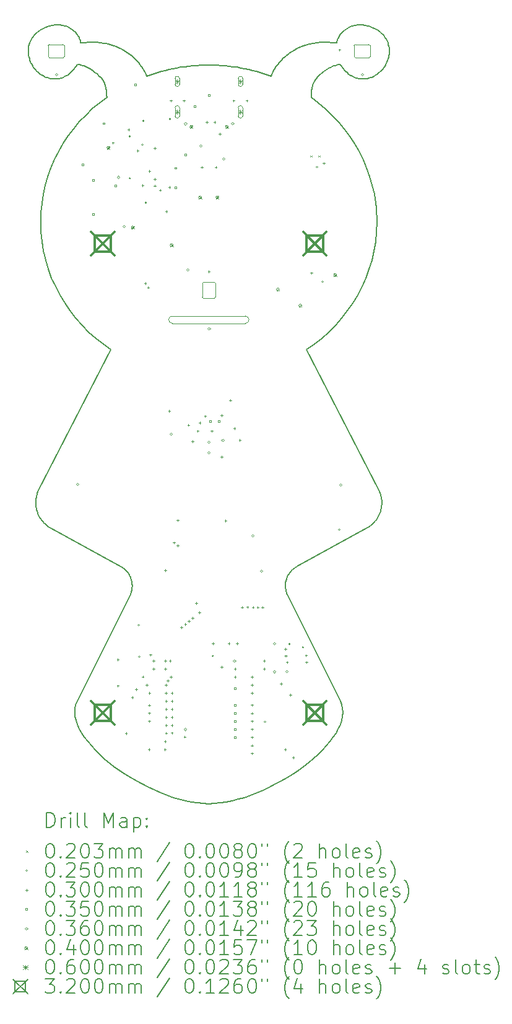
<source format=gbr>
%TF.GenerationSoftware,KiCad,Pcbnew,8.0.8*%
%TF.CreationDate,2025-01-21T22:51:07+01:00*%
%TF.ProjectId,mariposa,6d617269-706f-4736-912e-6b696361645f,2.0*%
%TF.SameCoordinates,Original*%
%TF.FileFunction,Drillmap*%
%TF.FilePolarity,Positive*%
%FSLAX45Y45*%
G04 Gerber Fmt 4.5, Leading zero omitted, Abs format (unit mm)*
G04 Created by KiCad (PCBNEW 8.0.8) date 2025-01-21 22:51:07*
%MOMM*%
%LPD*%
G01*
G04 APERTURE LIST*
%ADD10C,0.201083*%
%ADD11C,0.050000*%
%ADD12C,0.200000*%
%ADD13C,0.100000*%
%ADD14C,0.320000*%
G04 APERTURE END LIST*
D10*
X17089504Y-3605015D02*
X17109411Y-3606408D01*
X17129294Y-3608757D01*
X17149103Y-3612047D01*
X17168785Y-3616264D01*
X17188288Y-3621393D01*
X17207562Y-3627418D01*
X17226554Y-3634325D01*
X17245213Y-3642100D01*
X17263488Y-3650727D01*
X17281325Y-3660191D01*
X17298675Y-3670479D01*
X17315485Y-3681574D01*
X17331704Y-3693463D01*
X17347280Y-3706130D01*
X17362162Y-3719560D01*
X17376297Y-3733739D01*
X17389634Y-3748652D01*
X17402122Y-3764284D01*
X17413709Y-3780621D01*
X17424344Y-3797646D01*
X17433974Y-3815347D01*
X17442548Y-3833707D01*
X17450015Y-3852712D01*
X17456798Y-3874065D01*
X17462023Y-3895619D01*
X17465734Y-3917315D01*
X17467969Y-3939094D01*
X17468772Y-3960896D01*
X17468184Y-3982663D01*
X17466245Y-4004335D01*
X17462997Y-4025853D01*
X17458481Y-4047158D01*
X17452740Y-4068192D01*
X17445814Y-4088894D01*
X17437745Y-4109205D01*
X17428574Y-4129068D01*
X17418342Y-4148421D01*
X17407091Y-4167207D01*
X17394862Y-4185366D01*
X17381697Y-4202839D01*
X17367637Y-4219567D01*
X17352724Y-4235491D01*
X17336998Y-4250551D01*
X17320501Y-4264689D01*
X17303275Y-4277845D01*
X17285361Y-4289960D01*
X17266800Y-4300975D01*
X17247634Y-4310831D01*
X17227904Y-4319469D01*
X17207651Y-4326830D01*
X17186917Y-4332854D01*
X17165743Y-4337483D01*
X17144171Y-4340656D01*
X17122242Y-4342316D01*
X17099998Y-4342403D01*
X17080905Y-4341243D01*
X17062480Y-4339058D01*
X17044717Y-4335919D01*
X17027612Y-4331895D01*
X17011163Y-4327056D01*
X16995364Y-4321470D01*
X16980212Y-4315209D01*
X16965703Y-4308341D01*
X16951833Y-4300935D01*
X16938598Y-4293062D01*
X16925993Y-4284791D01*
X16914016Y-4276192D01*
X16891926Y-4258287D01*
X16872296Y-4239904D01*
X16855095Y-4221598D01*
X16840290Y-4203927D01*
X16827851Y-4187448D01*
X16817744Y-4172717D01*
X16804402Y-4150725D01*
X16800011Y-4142405D01*
X16793670Y-4142959D01*
X16786006Y-4143964D01*
X16775581Y-4145731D01*
X16762571Y-4148466D01*
X16747151Y-4152379D01*
X16729496Y-4157677D01*
X16709782Y-4164567D01*
X16688185Y-4173257D01*
X16676735Y-4178341D01*
X16664881Y-4183954D01*
X16652643Y-4190120D01*
X16640044Y-4196866D01*
X16627106Y-4204218D01*
X16613850Y-4212201D01*
X16600300Y-4220842D01*
X16586476Y-4230167D01*
X16572401Y-4240201D01*
X16558096Y-4250971D01*
X16543584Y-4262501D01*
X16528887Y-4274820D01*
X16514025Y-4287951D01*
X16499023Y-4301922D01*
X16490614Y-4310230D01*
X16482726Y-4318576D01*
X16475340Y-4326961D01*
X16468438Y-4335388D01*
X16462003Y-4343859D01*
X16456017Y-4352375D01*
X16450463Y-4360939D01*
X16445322Y-4369552D01*
X16436211Y-4386935D01*
X16428541Y-4404540D01*
X16422172Y-4422381D01*
X16416962Y-4440474D01*
X16412769Y-4458836D01*
X16409451Y-4477482D01*
X16406867Y-4496427D01*
X16404874Y-4515688D01*
X16402098Y-4555216D01*
X16399990Y-4596192D01*
X16500262Y-4672328D01*
X16595748Y-4753503D01*
X16686217Y-4839498D01*
X16771436Y-4930098D01*
X16851173Y-5025086D01*
X16925196Y-5124244D01*
X16993271Y-5227357D01*
X17055167Y-5334207D01*
X17110651Y-5444578D01*
X17159491Y-5558254D01*
X17201455Y-5675018D01*
X17236310Y-5794652D01*
X17263824Y-5916941D01*
X17283765Y-6041668D01*
X17290823Y-6104878D01*
X17295900Y-6168616D01*
X17298967Y-6232855D01*
X17299996Y-6297568D01*
X17295586Y-6431349D01*
X17282528Y-6562963D01*
X17261082Y-6692167D01*
X17231508Y-6818721D01*
X17194066Y-6942380D01*
X17149015Y-7062904D01*
X17096615Y-7180050D01*
X17037126Y-7293575D01*
X16970808Y-7403239D01*
X16897920Y-7508797D01*
X16818722Y-7610009D01*
X16733474Y-7706632D01*
X16642436Y-7798423D01*
X16545867Y-7885141D01*
X16444028Y-7966544D01*
X16337177Y-8042389D01*
X17320818Y-9945696D01*
X17329660Y-9963898D01*
X17337504Y-9982328D01*
X17344359Y-10000952D01*
X17350237Y-10019738D01*
X17355146Y-10038655D01*
X17359097Y-10057669D01*
X17362099Y-10076748D01*
X17364163Y-10095860D01*
X17365297Y-10114972D01*
X17365513Y-10134052D01*
X17364821Y-10153067D01*
X17363228Y-10171986D01*
X17360747Y-10190775D01*
X17357387Y-10209402D01*
X17353157Y-10227835D01*
X17348067Y-10246041D01*
X17342128Y-10263988D01*
X17335349Y-10281643D01*
X17327741Y-10298975D01*
X17319312Y-10315950D01*
X17310073Y-10332536D01*
X17300034Y-10348701D01*
X17289205Y-10364412D01*
X17277595Y-10379637D01*
X17265215Y-10394344D01*
X17252074Y-10408500D01*
X17238182Y-10422072D01*
X17223550Y-10435028D01*
X17208186Y-10447337D01*
X17192102Y-10458964D01*
X17175306Y-10469879D01*
X17157809Y-10480048D01*
X16203245Y-11003526D01*
X16190244Y-11011079D01*
X16177758Y-11019182D01*
X16165794Y-11027811D01*
X16154360Y-11036943D01*
X16143463Y-11046554D01*
X16133110Y-11056619D01*
X16123308Y-11067117D01*
X16114066Y-11078023D01*
X16105390Y-11089313D01*
X16097288Y-11100964D01*
X16089768Y-11112952D01*
X16082835Y-11125253D01*
X16076499Y-11137845D01*
X16070766Y-11150703D01*
X16065644Y-11163803D01*
X16061140Y-11177123D01*
X16057261Y-11190638D01*
X16054016Y-11204324D01*
X16051410Y-11218159D01*
X16049452Y-11232119D01*
X16048149Y-11246179D01*
X16047508Y-11260317D01*
X16047537Y-11274508D01*
X16048243Y-11288729D01*
X16049634Y-11302957D01*
X16051717Y-11317168D01*
X16054498Y-11331337D01*
X16057987Y-11345442D01*
X16062189Y-11359459D01*
X16067113Y-11373365D01*
X16072765Y-11387135D01*
X16079154Y-11400745D01*
X16800011Y-12842407D01*
X16819550Y-12891286D01*
X16830601Y-12942159D01*
X16833524Y-12994796D01*
X16828679Y-13048961D01*
X16816427Y-13104425D01*
X16797126Y-13160952D01*
X16771136Y-13218312D01*
X16738818Y-13276272D01*
X16700531Y-13334598D01*
X16656634Y-13393058D01*
X16607488Y-13451420D01*
X16553453Y-13509452D01*
X16494888Y-13566920D01*
X16432153Y-13623591D01*
X16365607Y-13679234D01*
X16295611Y-13733616D01*
X16222525Y-13786504D01*
X16146707Y-13837666D01*
X16068519Y-13886868D01*
X15988319Y-13933879D01*
X15906468Y-13978465D01*
X15823325Y-14020395D01*
X15739249Y-14059435D01*
X15654602Y-14095354D01*
X15569742Y-14127917D01*
X15485030Y-14156894D01*
X15400825Y-14182051D01*
X15317487Y-14203155D01*
X15235375Y-14219974D01*
X15154850Y-14232276D01*
X15076272Y-14239828D01*
X14999999Y-14242397D01*
X14923727Y-14239828D01*
X14845148Y-14232276D01*
X14764624Y-14219974D01*
X14682513Y-14203155D01*
X14514971Y-14156894D01*
X14345400Y-14095354D01*
X14176680Y-14020395D01*
X14011688Y-13933879D01*
X13853302Y-13837666D01*
X13704400Y-13733616D01*
X13567862Y-13623591D01*
X13446564Y-13509452D01*
X13343385Y-13393058D01*
X13299489Y-13334598D01*
X13261203Y-13276272D01*
X13228886Y-13218312D01*
X13202897Y-13160952D01*
X13183597Y-13104425D01*
X13171344Y-13048961D01*
X13166500Y-12994796D01*
X13169424Y-12942159D01*
X13180475Y-12891286D01*
X13200013Y-12842407D01*
X13920844Y-11400745D01*
X13927233Y-11387135D01*
X13932885Y-11373365D01*
X13937809Y-11359459D01*
X13942011Y-11345442D01*
X13945500Y-11331337D01*
X13948282Y-11317168D01*
X13950364Y-11302957D01*
X13951755Y-11288729D01*
X13952461Y-11274508D01*
X13952490Y-11260317D01*
X13951849Y-11246179D01*
X13950546Y-11232119D01*
X13948588Y-11218159D01*
X13945983Y-11204324D01*
X13942737Y-11190638D01*
X13938858Y-11177123D01*
X13934354Y-11163803D01*
X13929232Y-11150703D01*
X13923499Y-11137845D01*
X13917163Y-11125253D01*
X13910231Y-11112952D01*
X13902710Y-11100964D01*
X13894608Y-11089313D01*
X13885932Y-11078023D01*
X13876690Y-11067117D01*
X13866889Y-11056619D01*
X13856536Y-11046554D01*
X13845638Y-11036943D01*
X13834204Y-11027811D01*
X13822240Y-11019182D01*
X13809754Y-11011079D01*
X13796754Y-11003526D01*
X12842190Y-10480048D01*
X12824696Y-10469879D01*
X12807902Y-10458964D01*
X12791819Y-10447337D01*
X12776457Y-10435028D01*
X12761826Y-10422072D01*
X12747935Y-10408500D01*
X12734795Y-10394344D01*
X12722415Y-10379637D01*
X12710806Y-10364412D01*
X12699977Y-10348701D01*
X12689938Y-10332536D01*
X12680699Y-10315950D01*
X12672270Y-10298975D01*
X12664661Y-10281643D01*
X12657881Y-10263988D01*
X12651941Y-10246041D01*
X12646851Y-10227835D01*
X12642621Y-10209402D01*
X12639259Y-10190775D01*
X12636777Y-10171986D01*
X12635184Y-10153067D01*
X12634491Y-10134052D01*
X12634706Y-10114972D01*
X12635840Y-10095860D01*
X12637903Y-10076748D01*
X12640904Y-10057669D01*
X12644854Y-10038655D01*
X12649763Y-10019738D01*
X12655640Y-10000952D01*
X12662495Y-9982328D01*
X12670339Y-9963898D01*
X12679180Y-9945696D01*
X13662821Y-8042389D01*
X13555970Y-7966544D01*
X13454131Y-7885141D01*
X13357562Y-7798423D01*
X13266524Y-7706632D01*
X13181276Y-7610009D01*
X13102079Y-7508797D01*
X13029191Y-7403239D01*
X12962873Y-7293575D01*
X12903384Y-7180050D01*
X12850984Y-7062904D01*
X12805933Y-6942380D01*
X12786245Y-6880927D01*
X12768491Y-6818721D01*
X12752704Y-6755791D01*
X12738917Y-6692167D01*
X12727162Y-6627881D01*
X12717471Y-6562963D01*
X12709878Y-6497442D01*
X12704413Y-6431349D01*
X12701111Y-6364714D01*
X12700003Y-6297568D01*
X12704126Y-6168205D01*
X12716338Y-6040860D01*
X12736405Y-5915751D01*
X12764091Y-5793097D01*
X12799163Y-5673118D01*
X12841387Y-5556032D01*
X12890526Y-5442057D01*
X12946347Y-5331412D01*
X13008615Y-5224317D01*
X13077095Y-5120990D01*
X13151553Y-5021650D01*
X13231755Y-4926515D01*
X13317465Y-4835805D01*
X13408449Y-4749738D01*
X13504473Y-4668533D01*
X13605302Y-4592408D01*
X13604208Y-4571925D01*
X13602989Y-4551890D01*
X13601517Y-4532278D01*
X13600646Y-4522621D01*
X13599665Y-4513060D01*
X13598480Y-4502982D01*
X13597135Y-4493007D01*
X13595612Y-4483129D01*
X13593891Y-4473346D01*
X13591954Y-4463651D01*
X13589784Y-4454042D01*
X13587360Y-4444513D01*
X13584664Y-4435060D01*
X13581914Y-4426404D01*
X13578901Y-4417807D01*
X13575612Y-4409266D01*
X13572031Y-4400777D01*
X13568144Y-4392339D01*
X13563937Y-4383947D01*
X13559394Y-4375598D01*
X13554501Y-4367291D01*
X13549244Y-4359020D01*
X13543608Y-4350785D01*
X13537577Y-4342580D01*
X13531138Y-4334404D01*
X13524276Y-4326253D01*
X13516976Y-4318125D01*
X13509223Y-4310015D01*
X13501003Y-4301922D01*
X13471135Y-4274820D01*
X13441922Y-4250971D01*
X13413539Y-4230167D01*
X13386164Y-4212201D01*
X13359969Y-4196866D01*
X13335133Y-4183954D01*
X13311829Y-4173257D01*
X13290233Y-4164567D01*
X13270520Y-4157677D01*
X13252867Y-4152379D01*
X13224439Y-4145731D01*
X13206353Y-4142959D01*
X13200013Y-4142405D01*
X13195621Y-4150725D01*
X13190084Y-4160290D01*
X13182277Y-4172717D01*
X13172168Y-4187448D01*
X13159726Y-4203927D01*
X13144919Y-4221598D01*
X13127715Y-4239904D01*
X13118205Y-4249120D01*
X13108083Y-4258287D01*
X13097346Y-4267334D01*
X13085991Y-4276192D01*
X13074012Y-4284791D01*
X13061407Y-4293062D01*
X13048171Y-4300935D01*
X13034300Y-4308341D01*
X13019790Y-4315209D01*
X13004637Y-4321470D01*
X12988838Y-4327056D01*
X12972388Y-4331895D01*
X12955283Y-4335919D01*
X12937520Y-4339058D01*
X12919094Y-4341243D01*
X12900001Y-4342403D01*
X12877757Y-4342316D01*
X12855828Y-4340656D01*
X12834256Y-4337483D01*
X12813082Y-4332854D01*
X12792348Y-4326830D01*
X12772096Y-4319469D01*
X12752366Y-4310831D01*
X12733199Y-4300975D01*
X12714639Y-4289960D01*
X12696725Y-4277845D01*
X12679499Y-4264689D01*
X12663003Y-4250551D01*
X12647277Y-4235491D01*
X12632364Y-4219567D01*
X12618304Y-4202839D01*
X12605140Y-4185366D01*
X12592912Y-4167207D01*
X12581662Y-4148421D01*
X12571431Y-4129068D01*
X12562261Y-4109205D01*
X12554193Y-4088894D01*
X12547268Y-4068192D01*
X12541528Y-4047158D01*
X12537014Y-4025853D01*
X12533767Y-4004335D01*
X12531830Y-3982663D01*
X12531243Y-3960896D01*
X12532047Y-3939094D01*
X12534285Y-3917315D01*
X12537997Y-3895619D01*
X12543225Y-3874065D01*
X12550011Y-3852712D01*
X12557475Y-3833707D01*
X12566047Y-3815347D01*
X12575675Y-3797646D01*
X12586307Y-3780621D01*
X12597892Y-3764284D01*
X12610379Y-3748652D01*
X12623715Y-3733739D01*
X12637849Y-3719560D01*
X12652729Y-3706130D01*
X12668303Y-3693463D01*
X12684521Y-3681574D01*
X12701330Y-3670479D01*
X12718679Y-3660191D01*
X12736516Y-3650727D01*
X12754790Y-3642100D01*
X12773448Y-3634325D01*
X12792440Y-3627418D01*
X12811713Y-3621393D01*
X12831216Y-3616264D01*
X12850898Y-3612047D01*
X12870706Y-3608757D01*
X12890589Y-3606408D01*
X12910496Y-3605015D01*
X12930375Y-3604593D01*
X12950173Y-3605157D01*
X12969841Y-3606722D01*
X12989325Y-3609302D01*
X13008575Y-3612912D01*
X13027538Y-3617567D01*
X13046163Y-3623281D01*
X13064399Y-3630071D01*
X13082194Y-3637950D01*
X13096326Y-3645119D01*
X13109646Y-3652636D01*
X13122180Y-3660463D01*
X13133949Y-3668562D01*
X13144979Y-3676896D01*
X13155293Y-3685427D01*
X13164914Y-3694117D01*
X13173867Y-3702928D01*
X13182175Y-3711823D01*
X13189862Y-3720764D01*
X13196951Y-3729713D01*
X13203468Y-3738633D01*
X13214875Y-3756232D01*
X13224274Y-3773261D01*
X13231855Y-3789417D01*
X13237808Y-3804399D01*
X13242324Y-3817903D01*
X13245591Y-3829629D01*
X13249145Y-3846539D01*
X13249992Y-3852712D01*
X13266220Y-3850115D01*
X13311434Y-3845054D01*
X13343285Y-3842880D01*
X13380431Y-3841627D01*
X13422221Y-3841807D01*
X13468005Y-3843931D01*
X13517132Y-3848513D01*
X13568953Y-3856065D01*
X13595669Y-3861114D01*
X13622815Y-3867098D01*
X13650309Y-3874080D01*
X13678069Y-3882124D01*
X13706015Y-3891295D01*
X13734065Y-3901657D01*
X13762137Y-3913273D01*
X13790151Y-3926208D01*
X13818025Y-3940525D01*
X13845677Y-3956289D01*
X13873027Y-3973563D01*
X13899993Y-3992412D01*
X13922217Y-4009359D01*
X13943633Y-4026922D01*
X13964226Y-4045041D01*
X13983981Y-4063657D01*
X14002882Y-4082711D01*
X14020913Y-4102142D01*
X14038059Y-4121893D01*
X14054306Y-4141902D01*
X14069636Y-4162111D01*
X14084034Y-4182460D01*
X14097486Y-4202890D01*
X14109976Y-4223342D01*
X14121487Y-4243755D01*
X14132005Y-4264071D01*
X14141514Y-4284229D01*
X14149999Y-4304171D01*
X14199588Y-4286368D01*
X14249720Y-4269610D01*
X14300379Y-4253911D01*
X14351552Y-4239286D01*
X14403221Y-4225748D01*
X14455373Y-4213313D01*
X14507990Y-4201994D01*
X14561059Y-4191806D01*
X14614563Y-4182762D01*
X14668488Y-4174879D01*
X14722818Y-4168169D01*
X14777536Y-4162646D01*
X14832630Y-4158327D01*
X14888081Y-4155223D01*
X14943876Y-4153351D01*
X14999999Y-4152723D01*
X15056122Y-4153351D01*
X15111918Y-4155223D01*
X15167369Y-4158327D01*
X15222463Y-4162646D01*
X15277182Y-4168169D01*
X15331511Y-4174879D01*
X15385436Y-4182762D01*
X15438940Y-4191806D01*
X15492009Y-4201994D01*
X15544627Y-4213313D01*
X15596778Y-4225748D01*
X15648447Y-4239286D01*
X15699620Y-4253911D01*
X15750279Y-4269610D01*
X15849999Y-4304171D01*
X15858484Y-4284229D01*
X15867993Y-4264071D01*
X15878511Y-4243755D01*
X15890023Y-4223342D01*
X15902512Y-4202890D01*
X15915964Y-4182460D01*
X15930363Y-4162111D01*
X15945693Y-4141902D01*
X15961939Y-4121893D01*
X15979085Y-4102142D01*
X15997117Y-4082711D01*
X16016018Y-4063657D01*
X16035772Y-4045041D01*
X16056366Y-4026922D01*
X16077782Y-4009359D01*
X16100005Y-3992412D01*
X16126971Y-3973563D01*
X16154321Y-3956289D01*
X16181973Y-3940525D01*
X16209847Y-3926208D01*
X16265933Y-3901657D01*
X16321929Y-3882124D01*
X16377183Y-3867098D01*
X16431046Y-3856065D01*
X16482866Y-3848513D01*
X16531993Y-3843931D01*
X16577778Y-3841807D01*
X16619568Y-3841627D01*
X16688564Y-3845054D01*
X16750007Y-3852712D01*
X16750853Y-3846539D01*
X16752197Y-3839275D01*
X16754407Y-3829629D01*
X16757675Y-3817903D01*
X16762190Y-3804399D01*
X16768143Y-3789417D01*
X16771718Y-3781467D01*
X16775724Y-3773261D01*
X16780184Y-3764837D01*
X16785123Y-3756232D01*
X16790564Y-3747485D01*
X16796531Y-3738633D01*
X16803047Y-3729713D01*
X16810137Y-3720764D01*
X16817824Y-3711823D01*
X16826132Y-3702928D01*
X16835085Y-3694117D01*
X16844706Y-3685427D01*
X16855020Y-3676896D01*
X16866049Y-3668562D01*
X16877819Y-3660463D01*
X16890352Y-3652636D01*
X16903673Y-3645119D01*
X16917805Y-3637950D01*
X16935599Y-3630071D01*
X16953835Y-3623281D01*
X16972461Y-3617567D01*
X16991424Y-3612912D01*
X17010674Y-3609302D01*
X17030158Y-3606722D01*
X17049826Y-3605157D01*
X17069625Y-3604593D01*
X17089504Y-3605015D01*
D11*
X14450000Y-7630000D02*
G75*
G02*
X14500000Y-7580000I50000J0D01*
G01*
X14500000Y-7680000D02*
G75*
G02*
X14450000Y-7630000I0J50000D01*
G01*
X14500000Y-7680000D02*
X15500000Y-7680000D01*
X15550000Y-7630000D02*
G75*
G02*
X15500000Y-7680000I-50000J0D01*
G01*
X15500000Y-7580000D02*
G75*
G02*
X15550000Y-7630000I0J-50000D01*
G01*
X15500000Y-7580000D02*
X14500000Y-7580000D01*
X12802000Y-3885000D02*
X12802000Y-4035000D01*
X13007000Y-3870000D02*
X12817000Y-3870000D01*
X13007000Y-4050000D02*
X12817000Y-4050000D01*
X13022000Y-3885000D02*
X13022000Y-4035000D01*
X12802000Y-3885000D02*
G75*
G02*
X12817000Y-3870000I15000J0D01*
G01*
X12817000Y-4050000D02*
G75*
G02*
X12802000Y-4035000I0J15000D01*
G01*
X13007000Y-3870000D02*
G75*
G02*
X13022000Y-3885000I0J-15000D01*
G01*
X13022000Y-4035000D02*
G75*
G02*
X13007000Y-4050000I-15000J0D01*
G01*
X14910000Y-7323268D02*
X14910000Y-7133268D01*
X15075000Y-7118268D02*
X14925000Y-7118268D01*
X15075000Y-7338268D02*
X14925000Y-7338268D01*
X15090000Y-7323268D02*
X15090000Y-7133268D01*
X14910000Y-7133268D02*
G75*
G02*
X14925000Y-7118268I15000J0D01*
G01*
X14925000Y-7338268D02*
G75*
G02*
X14910000Y-7323268I0J15000D01*
G01*
X15075000Y-7118268D02*
G75*
G02*
X15090000Y-7133268I0J-15000D01*
G01*
X15090000Y-7323268D02*
G75*
G02*
X15075000Y-7338268I-15000J0D01*
G01*
X16985000Y-4035000D02*
X16985000Y-3885000D01*
X17000000Y-3870000D02*
X17190000Y-3870000D01*
X17000000Y-4050000D02*
X17190000Y-4050000D01*
X17205000Y-4035000D02*
X17205000Y-3885000D01*
X16985000Y-3885000D02*
G75*
G02*
X17000000Y-3870000I15000J0D01*
G01*
X17000000Y-4050000D02*
G75*
G02*
X16985000Y-4035000I0J15000D01*
G01*
X17190000Y-3870000D02*
G75*
G02*
X17205000Y-3885000I0J-15000D01*
G01*
X17205000Y-4035000D02*
G75*
G02*
X17190000Y-4050000I-15000J0D01*
G01*
D12*
D13*
X16389840Y-5388840D02*
X16410160Y-5409160D01*
X16410160Y-5388840D02*
X16389840Y-5409160D01*
X16499840Y-5388840D02*
X16520160Y-5409160D01*
X16520160Y-5388840D02*
X16499840Y-5409160D01*
X13930500Y-5130000D02*
G75*
G02*
X13905500Y-5130000I-12500J0D01*
G01*
X13905500Y-5130000D02*
G75*
G02*
X13930500Y-5130000I12500J0D01*
G01*
X13931500Y-5699268D02*
G75*
G02*
X13906500Y-5699268I-12500J0D01*
G01*
X13906500Y-5699268D02*
G75*
G02*
X13931500Y-5699268I12500J0D01*
G01*
X14053500Y-11801000D02*
G75*
G02*
X14028500Y-11801000I-12500J0D01*
G01*
X14028500Y-11801000D02*
G75*
G02*
X14053500Y-11801000I12500J0D01*
G01*
X14063500Y-12233268D02*
G75*
G02*
X14038500Y-12233268I-12500J0D01*
G01*
X14038500Y-12233268D02*
G75*
G02*
X14063500Y-12233268I12500J0D01*
G01*
X14105500Y-5241000D02*
G75*
G02*
X14080500Y-5241000I-12500J0D01*
G01*
X14080500Y-5241000D02*
G75*
G02*
X14105500Y-5241000I12500J0D01*
G01*
X14119500Y-4914000D02*
G75*
G02*
X14094500Y-4914000I-12500J0D01*
G01*
X14094500Y-4914000D02*
G75*
G02*
X14119500Y-4914000I12500J0D01*
G01*
X14153500Y-6033000D02*
G75*
G02*
X14128500Y-6033000I-12500J0D01*
G01*
X14128500Y-6033000D02*
G75*
G02*
X14153500Y-6033000I12500J0D01*
G01*
X14480500Y-4892000D02*
G75*
G02*
X14455500Y-4892000I-12500J0D01*
G01*
X14455500Y-4892000D02*
G75*
G02*
X14480500Y-4892000I12500J0D01*
G01*
X15066500Y-12225000D02*
G75*
G02*
X15041500Y-12225000I-12500J0D01*
G01*
X15041500Y-12225000D02*
G75*
G02*
X15066500Y-12225000I12500J0D01*
G01*
X15780500Y-13122000D02*
G75*
G02*
X15755500Y-13122000I-12500J0D01*
G01*
X15755500Y-13122000D02*
G75*
G02*
X15780500Y-13122000I12500J0D01*
G01*
X16115500Y-12058000D02*
G75*
G02*
X16090500Y-12058000I-12500J0D01*
G01*
X16090500Y-12058000D02*
G75*
G02*
X16115500Y-12058000I12500J0D01*
G01*
X16299500Y-12106000D02*
G75*
G02*
X16274500Y-12106000I-12500J0D01*
G01*
X16274500Y-12106000D02*
G75*
G02*
X16299500Y-12106000I12500J0D01*
G01*
X16492500Y-5545000D02*
G75*
G02*
X16467500Y-5545000I-12500J0D01*
G01*
X16467500Y-5545000D02*
G75*
G02*
X16492500Y-5545000I12500J0D01*
G01*
X16568500Y-7114000D02*
G75*
G02*
X16543500Y-7114000I-12500J0D01*
G01*
X16543500Y-7114000D02*
G75*
G02*
X16568500Y-7114000I12500J0D01*
G01*
X16793729Y-10498508D02*
G75*
G02*
X16768729Y-10498508I-12500J0D01*
G01*
X16768729Y-10498508D02*
G75*
G02*
X16793729Y-10498508I12500J0D01*
G01*
X13688000Y-5200268D02*
X13688000Y-5230268D01*
X13673000Y-5215268D02*
X13703000Y-5215268D01*
X13756000Y-12258268D02*
X13756000Y-12288268D01*
X13741000Y-12273268D02*
X13771000Y-12273268D01*
X13756000Y-12616268D02*
X13756000Y-12646268D01*
X13741000Y-12631268D02*
X13771000Y-12631268D01*
X13869000Y-13266000D02*
X13869000Y-13296000D01*
X13854000Y-13281000D02*
X13884000Y-13281000D01*
X13901643Y-5017643D02*
X13901643Y-5047643D01*
X13886643Y-5032643D02*
X13916643Y-5032643D01*
X13953000Y-12773000D02*
X13953000Y-12803000D01*
X13938000Y-12788000D02*
X13968000Y-12788000D01*
X14009000Y-12662000D02*
X14009000Y-12692000D01*
X13994000Y-12677000D02*
X14024000Y-12677000D01*
X14027000Y-5307000D02*
X14027000Y-5337000D01*
X14012000Y-5322000D02*
X14042000Y-5322000D01*
X14094000Y-5783143D02*
X14094000Y-5813143D01*
X14079000Y-5798143D02*
X14109000Y-5798143D01*
X14097000Y-12492000D02*
X14097000Y-12522000D01*
X14082000Y-12507000D02*
X14112000Y-12507000D01*
X14130152Y-7119000D02*
X14130152Y-7149000D01*
X14115152Y-7134000D02*
X14145152Y-7134000D01*
X14150000Y-12605000D02*
X14150000Y-12635000D01*
X14135000Y-12620000D02*
X14165000Y-12620000D01*
X14170500Y-7174000D02*
X14170500Y-7204000D01*
X14155500Y-7189000D02*
X14185500Y-7189000D01*
X14181000Y-13483268D02*
X14181000Y-13513268D01*
X14166000Y-13498268D02*
X14196000Y-13498268D01*
X14186000Y-12989000D02*
X14186000Y-13019000D01*
X14171000Y-13004000D02*
X14201000Y-13004000D01*
X14186000Y-13100000D02*
X14186000Y-13130000D01*
X14171000Y-13115000D02*
X14201000Y-13115000D01*
X14187000Y-12881000D02*
X14187000Y-12911000D01*
X14172000Y-12896000D02*
X14202000Y-12896000D01*
X14188000Y-12715000D02*
X14188000Y-12745000D01*
X14173000Y-12730000D02*
X14203000Y-12730000D01*
X14189000Y-5588268D02*
X14189000Y-5618268D01*
X14174000Y-5603268D02*
X14204000Y-5603268D01*
X14202000Y-12193000D02*
X14202000Y-12223000D01*
X14187000Y-12208000D02*
X14217000Y-12208000D01*
X14244000Y-12277000D02*
X14244000Y-12307000D01*
X14229000Y-12292000D02*
X14259000Y-12292000D01*
X14244000Y-12386000D02*
X14244000Y-12416000D01*
X14229000Y-12401000D02*
X14259000Y-12401000D01*
X14263000Y-5275000D02*
X14263000Y-5305000D01*
X14248000Y-5290000D02*
X14278000Y-5290000D01*
X14263000Y-5694268D02*
X14263000Y-5724268D01*
X14248000Y-5709268D02*
X14278000Y-5709268D01*
X14263000Y-5786268D02*
X14263000Y-5816268D01*
X14248000Y-5801268D02*
X14278000Y-5801268D01*
X14333000Y-5845000D02*
X14333000Y-5875000D01*
X14318000Y-5860000D02*
X14348000Y-5860000D01*
X14400000Y-13485000D02*
X14400000Y-13515000D01*
X14385000Y-13500000D02*
X14415000Y-13500000D01*
X14401000Y-13376000D02*
X14401000Y-13406000D01*
X14386000Y-13391000D02*
X14416000Y-13391000D01*
X14403000Y-11038000D02*
X14403000Y-11068000D01*
X14388000Y-11053000D02*
X14418000Y-11053000D01*
X14404000Y-12276000D02*
X14404000Y-12306000D01*
X14389000Y-12291000D02*
X14419000Y-12291000D01*
X14404000Y-12386000D02*
X14404000Y-12416000D01*
X14389000Y-12401000D02*
X14419000Y-12401000D01*
X14412500Y-12605000D02*
X14412500Y-12635000D01*
X14397500Y-12620000D02*
X14427500Y-12620000D01*
X14413000Y-12715000D02*
X14413000Y-12745000D01*
X14398000Y-12730000D02*
X14428000Y-12730000D01*
X14416000Y-12823000D02*
X14416000Y-12853000D01*
X14401000Y-12838000D02*
X14431000Y-12838000D01*
X14416000Y-12935000D02*
X14416000Y-12965000D01*
X14401000Y-12950000D02*
X14431000Y-12950000D01*
X14416000Y-13044000D02*
X14416000Y-13074000D01*
X14401000Y-13059000D02*
X14431000Y-13059000D01*
X14417000Y-13154000D02*
X14417000Y-13184000D01*
X14402000Y-13169000D02*
X14432000Y-13169000D01*
X14417000Y-13262000D02*
X14417000Y-13292000D01*
X14402000Y-13277000D02*
X14432000Y-13277000D01*
X14419000Y-6136000D02*
X14419000Y-6166000D01*
X14404000Y-6151000D02*
X14434000Y-6151000D01*
X14439000Y-12545000D02*
X14439000Y-12575000D01*
X14424000Y-12560000D02*
X14454000Y-12560000D01*
X14459000Y-8864000D02*
X14459000Y-8894000D01*
X14444000Y-8879000D02*
X14474000Y-8879000D01*
X14460157Y-5808089D02*
X14460157Y-5838089D01*
X14445157Y-5823089D02*
X14475157Y-5823089D01*
X14469000Y-12276000D02*
X14469000Y-12306000D01*
X14454000Y-12291000D02*
X14484000Y-12291000D01*
X14480000Y-4625000D02*
X14480000Y-4655000D01*
X14465000Y-4640000D02*
X14495000Y-4640000D01*
X14482000Y-12495000D02*
X14482000Y-12525000D01*
X14467000Y-12510000D02*
X14497000Y-12510000D01*
X14494000Y-12825000D02*
X14494000Y-12855000D01*
X14479000Y-12840000D02*
X14509000Y-12840000D01*
X14494000Y-13045000D02*
X14494000Y-13075000D01*
X14479000Y-13060000D02*
X14509000Y-13060000D01*
X14494000Y-13155000D02*
X14494000Y-13185000D01*
X14479000Y-13170000D02*
X14509000Y-13170000D01*
X14494000Y-13261000D02*
X14494000Y-13291000D01*
X14479000Y-13276000D02*
X14509000Y-13276000D01*
X14495000Y-12713000D02*
X14495000Y-12743000D01*
X14480000Y-12728000D02*
X14510000Y-12728000D01*
X14495000Y-12935000D02*
X14495000Y-12965000D01*
X14480000Y-12950000D02*
X14510000Y-12950000D01*
X14524000Y-10660000D02*
X14524000Y-10690000D01*
X14509000Y-10675000D02*
X14539000Y-10675000D01*
X14573000Y-10357000D02*
X14573000Y-10387000D01*
X14558000Y-10372000D02*
X14588000Y-10372000D01*
X14574000Y-10702000D02*
X14574000Y-10732000D01*
X14559000Y-10717000D02*
X14589000Y-10717000D01*
X14625000Y-11818000D02*
X14625000Y-11848000D01*
X14610000Y-11833000D02*
X14640000Y-11833000D01*
X14660000Y-4625000D02*
X14660000Y-4655000D01*
X14645000Y-4640000D02*
X14675000Y-4640000D01*
X14670000Y-13312000D02*
X14670000Y-13342000D01*
X14655000Y-13327000D02*
X14685000Y-13327000D01*
X14679000Y-11777395D02*
X14679000Y-11807395D01*
X14664000Y-11792395D02*
X14694000Y-11792395D01*
X14722000Y-9055000D02*
X14722000Y-9085000D01*
X14707000Y-9070000D02*
X14737000Y-9070000D01*
X14727500Y-11732383D02*
X14727500Y-11762383D01*
X14712500Y-11747383D02*
X14742500Y-11747383D01*
X14776000Y-9277000D02*
X14776000Y-9307000D01*
X14761000Y-9292000D02*
X14791000Y-9292000D01*
X14777538Y-11690896D02*
X14777538Y-11720896D01*
X14762538Y-11705896D02*
X14792538Y-11705896D01*
X14827500Y-11488000D02*
X14827500Y-11518000D01*
X14812500Y-11503000D02*
X14842500Y-11503000D01*
X14849000Y-9136000D02*
X14849000Y-9166000D01*
X14834000Y-9151000D02*
X14864000Y-9151000D01*
X14872500Y-11614000D02*
X14872500Y-11644000D01*
X14857500Y-11629000D02*
X14887500Y-11629000D01*
X14875000Y-9025000D02*
X14875000Y-9055000D01*
X14860000Y-9040000D02*
X14890000Y-9040000D01*
X14905000Y-5532000D02*
X14905000Y-5562000D01*
X14890000Y-5547000D02*
X14920000Y-5547000D01*
X14950000Y-8934000D02*
X14950000Y-8964000D01*
X14935000Y-8949000D02*
X14965000Y-8949000D01*
X14970000Y-4919000D02*
X14970000Y-4949000D01*
X14955000Y-4934000D02*
X14985000Y-4934000D01*
X15000000Y-6958553D02*
X15000000Y-6988553D01*
X14985000Y-6973553D02*
X15015000Y-6973553D01*
X15038000Y-9136000D02*
X15038000Y-9166000D01*
X15023000Y-9151000D02*
X15053000Y-9151000D01*
X15055000Y-12039000D02*
X15055000Y-12069000D01*
X15040000Y-12054000D02*
X15070000Y-12054000D01*
X15079000Y-4919000D02*
X15079000Y-4949000D01*
X15064000Y-4934000D02*
X15094000Y-4934000D01*
X15095000Y-5532000D02*
X15095000Y-5562000D01*
X15080000Y-5547000D02*
X15110000Y-5547000D01*
X15151000Y-5079000D02*
X15151000Y-5109000D01*
X15136000Y-5094000D02*
X15166000Y-5094000D01*
X15175000Y-8922000D02*
X15175000Y-8952000D01*
X15160000Y-8937000D02*
X15190000Y-8937000D01*
X15176500Y-9487000D02*
X15176500Y-9517000D01*
X15161500Y-9502000D02*
X15191500Y-9502000D01*
X15177000Y-12361000D02*
X15177000Y-12391000D01*
X15162000Y-12376000D02*
X15192000Y-12376000D01*
X15229000Y-10360000D02*
X15229000Y-10390000D01*
X15214000Y-10375000D02*
X15244000Y-10375000D01*
X15274000Y-12038000D02*
X15274000Y-12068000D01*
X15259000Y-12053000D02*
X15289000Y-12053000D01*
X15292000Y-8715000D02*
X15292000Y-8745000D01*
X15277000Y-8730000D02*
X15307000Y-8730000D01*
X15340000Y-4625000D02*
X15340000Y-4655000D01*
X15325000Y-4640000D02*
X15355000Y-4640000D01*
X15350000Y-9101000D02*
X15350000Y-9131000D01*
X15335000Y-9116000D02*
X15365000Y-9116000D01*
X15359000Y-12385000D02*
X15359000Y-12415000D01*
X15344000Y-12400000D02*
X15374000Y-12400000D01*
X15359000Y-12494816D02*
X15359000Y-12524816D01*
X15344000Y-12509816D02*
X15374000Y-12509816D01*
X15386000Y-12038000D02*
X15386000Y-12068000D01*
X15371000Y-12053000D02*
X15401000Y-12053000D01*
X15425000Y-9260000D02*
X15425000Y-9290000D01*
X15410000Y-9275000D02*
X15440000Y-9275000D01*
X15453000Y-11543000D02*
X15453000Y-11573000D01*
X15438000Y-11558000D02*
X15468000Y-11558000D01*
X15520000Y-4625000D02*
X15520000Y-4655000D01*
X15505000Y-4640000D02*
X15535000Y-4640000D01*
X15527000Y-11542000D02*
X15527000Y-11572000D01*
X15512000Y-11557000D02*
X15542000Y-11557000D01*
X15590000Y-12605000D02*
X15590000Y-12635000D01*
X15575000Y-12620000D02*
X15605000Y-12620000D01*
X15590000Y-12715000D02*
X15590000Y-12745000D01*
X15575000Y-12730000D02*
X15605000Y-12730000D01*
X15590000Y-13100000D02*
X15590000Y-13130000D01*
X15575000Y-13115000D02*
X15605000Y-13115000D01*
X15590000Y-13210000D02*
X15590000Y-13240000D01*
X15575000Y-13225000D02*
X15605000Y-13225000D01*
X15591000Y-12880000D02*
X15591000Y-12910000D01*
X15576000Y-12895000D02*
X15606000Y-12895000D01*
X15591000Y-12991000D02*
X15591000Y-13021000D01*
X15576000Y-13006000D02*
X15606000Y-13006000D01*
X15591000Y-13320000D02*
X15591000Y-13350000D01*
X15576000Y-13335000D02*
X15606000Y-13335000D01*
X15591000Y-13431000D02*
X15591000Y-13461000D01*
X15576000Y-13446000D02*
X15606000Y-13446000D01*
X15591000Y-13540000D02*
X15591000Y-13570000D01*
X15576000Y-13555000D02*
X15606000Y-13555000D01*
X15592000Y-12495000D02*
X15592000Y-12525000D01*
X15577000Y-12510000D02*
X15607000Y-12510000D01*
X15603000Y-11543000D02*
X15603000Y-11573000D01*
X15588000Y-11558000D02*
X15618000Y-11558000D01*
X15670000Y-11544000D02*
X15670000Y-11574000D01*
X15655000Y-11559000D02*
X15685000Y-11559000D01*
X15734992Y-11542952D02*
X15734992Y-11572952D01*
X15719992Y-11557952D02*
X15749992Y-11557952D01*
X15756000Y-12385000D02*
X15756000Y-12415000D01*
X15741000Y-12400000D02*
X15771000Y-12400000D01*
X15757000Y-12275000D02*
X15757000Y-12305000D01*
X15742000Y-12290000D02*
X15772000Y-12290000D01*
X15987000Y-12586268D02*
X15987000Y-12616268D01*
X15972000Y-12601268D02*
X16002000Y-12601268D01*
X16045000Y-13485000D02*
X16045000Y-13515000D01*
X16030000Y-13500000D02*
X16060000Y-13500000D01*
X16049000Y-12114268D02*
X16049000Y-12144268D01*
X16034000Y-12129268D02*
X16064000Y-12129268D01*
X16070000Y-12295000D02*
X16070000Y-12325000D01*
X16055000Y-12310000D02*
X16085000Y-12310000D01*
X16114000Y-12740000D02*
X16114000Y-12770000D01*
X16099000Y-12755000D02*
X16129000Y-12755000D01*
X16155000Y-13595000D02*
X16155000Y-13625000D01*
X16140000Y-13610000D02*
X16170000Y-13610000D01*
X16331080Y-12201000D02*
X16331080Y-12231000D01*
X16316080Y-12216000D02*
X16346080Y-12216000D01*
X16336000Y-12295000D02*
X16336000Y-12325000D01*
X16321000Y-12310000D02*
X16351000Y-12310000D01*
X16402000Y-6977000D02*
X16402000Y-7007000D01*
X16387000Y-6992000D02*
X16417000Y-6992000D01*
X16573000Y-5479000D02*
X16573000Y-5509000D01*
X16558000Y-5494000D02*
X16588000Y-5494000D01*
X16788036Y-3929762D02*
X16788036Y-3959762D01*
X16773036Y-3944762D02*
X16803036Y-3944762D01*
X13285374Y-5522642D02*
X13285374Y-5497893D01*
X13260625Y-5497893D01*
X13260625Y-5522642D01*
X13285374Y-5522642D01*
X13427374Y-5737642D02*
X13427374Y-5712893D01*
X13402625Y-5712893D01*
X13402625Y-5737642D01*
X13427374Y-5737642D01*
X13427374Y-6198642D02*
X13427374Y-6173893D01*
X13402625Y-6173893D01*
X13402625Y-6198642D01*
X13427374Y-6198642D01*
X13577374Y-4961642D02*
X13577374Y-4936893D01*
X13552625Y-4936893D01*
X13552625Y-4961642D01*
X13577374Y-4961642D01*
X13732374Y-5809642D02*
X13732374Y-5784893D01*
X13707625Y-5784893D01*
X13707625Y-5809642D01*
X13732374Y-5809642D01*
X14009374Y-4429375D02*
X14009374Y-4404626D01*
X13984625Y-4404626D01*
X13984625Y-4429375D01*
X14009374Y-4429375D01*
X14558374Y-5571375D02*
X14558374Y-5546626D01*
X14533625Y-5546626D01*
X14533625Y-5571375D01*
X14558374Y-5571375D01*
X14558374Y-5834374D02*
X14558374Y-5809625D01*
X14533625Y-5809625D01*
X14533625Y-5834374D01*
X14558374Y-5834374D01*
X14693374Y-5386375D02*
X14693374Y-5361626D01*
X14668625Y-5361626D01*
X14668625Y-5386375D01*
X14693374Y-5386375D01*
X14817374Y-4726375D02*
X14817374Y-4701626D01*
X14792625Y-4701626D01*
X14792625Y-4726375D01*
X14817374Y-4726375D01*
X15011374Y-4573375D02*
X15011374Y-4548626D01*
X14986625Y-4548626D01*
X14986625Y-4573375D01*
X15011374Y-4573375D01*
X15027374Y-9030375D02*
X15027374Y-9005626D01*
X15002625Y-9005626D01*
X15002625Y-9030375D01*
X15027374Y-9030375D01*
X15151374Y-9030375D02*
X15151374Y-9005626D01*
X15126625Y-9005626D01*
X15126625Y-9030375D01*
X15151374Y-9030375D01*
X15368374Y-12906374D02*
X15368374Y-12881625D01*
X15343625Y-12881625D01*
X15343625Y-12906374D01*
X15368374Y-12906374D01*
X15368374Y-13017374D02*
X15368374Y-12992625D01*
X15343625Y-12992625D01*
X15343625Y-13017374D01*
X15368374Y-13017374D01*
X15368374Y-13127374D02*
X15368374Y-13102625D01*
X15343625Y-13102625D01*
X15343625Y-13127374D01*
X15368374Y-13127374D01*
X15368374Y-13238374D02*
X15368374Y-13213625D01*
X15343625Y-13213625D01*
X15343625Y-13238374D01*
X15368374Y-13238374D01*
X15368374Y-13348374D02*
X15368374Y-13323625D01*
X15343625Y-13323625D01*
X15343625Y-13348374D01*
X15368374Y-13348374D01*
X15369374Y-12681374D02*
X15369374Y-12656625D01*
X15344625Y-12656625D01*
X15344625Y-12681374D01*
X15369374Y-12681374D01*
X16065374Y-12234642D02*
X16065374Y-12209893D01*
X16040625Y-12209893D01*
X16040625Y-12234642D01*
X16065374Y-12234642D01*
X12916000Y-4297000D02*
X12934000Y-4279000D01*
X12916000Y-4261000D01*
X12898000Y-4279000D01*
X12916000Y-4297000D01*
X13201000Y-9895268D02*
X13219000Y-9877268D01*
X13201000Y-9859268D01*
X13183000Y-9877268D01*
X13201000Y-9895268D01*
X13760000Y-5700268D02*
X13778000Y-5682268D01*
X13760000Y-5664268D01*
X13742000Y-5682268D01*
X13760000Y-5700268D01*
X13838000Y-6371000D02*
X13856000Y-6353000D01*
X13838000Y-6335000D01*
X13820000Y-6353000D01*
X13838000Y-6371000D01*
X14478000Y-9207000D02*
X14496000Y-9189000D01*
X14478000Y-9171000D01*
X14460000Y-9189000D01*
X14478000Y-9207000D01*
X14674000Y-13243000D02*
X14692000Y-13225000D01*
X14674000Y-13207000D01*
X14656000Y-13225000D01*
X14674000Y-13243000D01*
X14680000Y-4971000D02*
X14698000Y-4953000D01*
X14680000Y-4935000D01*
X14662000Y-4953000D01*
X14680000Y-4971000D01*
X14711000Y-6965000D02*
X14729000Y-6947000D01*
X14711000Y-6929000D01*
X14693000Y-6947000D01*
X14711000Y-6965000D01*
X14889000Y-5273000D02*
X14907000Y-5255000D01*
X14889000Y-5237000D01*
X14871000Y-5255000D01*
X14889000Y-5273000D01*
X14998000Y-9316000D02*
X15016000Y-9298000D01*
X14998000Y-9280000D01*
X14980000Y-9298000D01*
X14998000Y-9316000D01*
X14998000Y-9461000D02*
X15016000Y-9443000D01*
X14998000Y-9425000D01*
X14980000Y-9443000D01*
X14998000Y-9461000D01*
X15001000Y-7772000D02*
X15019000Y-7754000D01*
X15001000Y-7736000D01*
X14983000Y-7754000D01*
X15001000Y-7772000D01*
X15189000Y-9295000D02*
X15207000Y-9277000D01*
X15189000Y-9259000D01*
X15171000Y-9277000D01*
X15189000Y-9295000D01*
X15202000Y-5448000D02*
X15220000Y-5430000D01*
X15202000Y-5412000D01*
X15184000Y-5430000D01*
X15202000Y-5448000D01*
X15323000Y-4969000D02*
X15341000Y-4951000D01*
X15323000Y-4933000D01*
X15305000Y-4951000D01*
X15323000Y-4969000D01*
X15348000Y-12306000D02*
X15366000Y-12288000D01*
X15348000Y-12270000D01*
X15330000Y-12288000D01*
X15348000Y-12306000D01*
X15600000Y-10598000D02*
X15618000Y-10580000D01*
X15600000Y-10562000D01*
X15582000Y-10580000D01*
X15600000Y-10598000D01*
X15715000Y-11082000D02*
X15733000Y-11064000D01*
X15715000Y-11046000D01*
X15697000Y-11064000D01*
X15715000Y-11082000D01*
X15895000Y-12072000D02*
X15913000Y-12054000D01*
X15895000Y-12036000D01*
X15877000Y-12054000D01*
X15895000Y-12072000D01*
X15897000Y-12455000D02*
X15915000Y-12437000D01*
X15897000Y-12419000D01*
X15879000Y-12437000D01*
X15897000Y-12455000D01*
X16065000Y-12454000D02*
X16083000Y-12436000D01*
X16065000Y-12418000D01*
X16047000Y-12436000D01*
X16065000Y-12454000D01*
X16800000Y-9900268D02*
X16818000Y-9882268D01*
X16800000Y-9864268D01*
X16782000Y-9882268D01*
X16800000Y-9900268D01*
X17095000Y-4299000D02*
X17113000Y-4281000D01*
X17095000Y-4263000D01*
X17077000Y-4281000D01*
X17095000Y-4299000D01*
X13606000Y-5261000D02*
X13646000Y-5301000D01*
X13646000Y-5261000D02*
X13606000Y-5301000D01*
X13646000Y-5281000D02*
G75*
G02*
X13606000Y-5281000I-20000J0D01*
G01*
X13606000Y-5281000D02*
G75*
G02*
X13646000Y-5281000I20000J0D01*
G01*
X13939000Y-6352000D02*
X13979000Y-6392000D01*
X13979000Y-6352000D02*
X13939000Y-6392000D01*
X13979000Y-6372000D02*
G75*
G02*
X13939000Y-6372000I-20000J0D01*
G01*
X13939000Y-6372000D02*
G75*
G02*
X13979000Y-6372000I20000J0D01*
G01*
X14472000Y-6594000D02*
X14512000Y-6634000D01*
X14512000Y-6594000D02*
X14472000Y-6634000D01*
X14512000Y-6614000D02*
G75*
G02*
X14472000Y-6614000I-20000J0D01*
G01*
X14472000Y-6614000D02*
G75*
G02*
X14512000Y-6614000I20000J0D01*
G01*
X14740000Y-4977000D02*
X14780000Y-5017000D01*
X14780000Y-4977000D02*
X14740000Y-5017000D01*
X14780000Y-4997000D02*
G75*
G02*
X14740000Y-4997000I-20000J0D01*
G01*
X14740000Y-4997000D02*
G75*
G02*
X14780000Y-4997000I20000J0D01*
G01*
X14861000Y-5941000D02*
X14901000Y-5981000D01*
X14901000Y-5941000D02*
X14861000Y-5981000D01*
X14901000Y-5961000D02*
G75*
G02*
X14861000Y-5961000I-20000J0D01*
G01*
X14861000Y-5961000D02*
G75*
G02*
X14901000Y-5961000I20000J0D01*
G01*
X15096000Y-5940000D02*
X15136000Y-5980000D01*
X15136000Y-5940000D02*
X15096000Y-5980000D01*
X15136000Y-5960000D02*
G75*
G02*
X15096000Y-5960000I-20000J0D01*
G01*
X15096000Y-5960000D02*
G75*
G02*
X15136000Y-5960000I20000J0D01*
G01*
X15228583Y-4977417D02*
X15268583Y-5017417D01*
X15268583Y-4977417D02*
X15228583Y-5017417D01*
X15268583Y-4997417D02*
G75*
G02*
X15228583Y-4997417I-20000J0D01*
G01*
X15228583Y-4997417D02*
G75*
G02*
X15268583Y-4997417I20000J0D01*
G01*
X15925000Y-7199000D02*
X15965000Y-7239000D01*
X15965000Y-7199000D02*
X15925000Y-7239000D01*
X15965000Y-7219000D02*
G75*
G02*
X15925000Y-7219000I-20000J0D01*
G01*
X15925000Y-7219000D02*
G75*
G02*
X15965000Y-7219000I20000J0D01*
G01*
X16231000Y-7419000D02*
X16271000Y-7459000D01*
X16271000Y-7419000D02*
X16231000Y-7459000D01*
X16271000Y-7439000D02*
G75*
G02*
X16231000Y-7439000I-20000J0D01*
G01*
X16231000Y-7439000D02*
G75*
G02*
X16271000Y-7439000I20000J0D01*
G01*
X16710000Y-7002000D02*
X16750000Y-7042000D01*
X16750000Y-7002000D02*
X16710000Y-7042000D01*
X16750000Y-7022000D02*
G75*
G02*
X16710000Y-7022000I-20000J0D01*
G01*
X16710000Y-7022000D02*
G75*
G02*
X16750000Y-7022000I20000J0D01*
G01*
X14538000Y-4345193D02*
X14598000Y-4405193D01*
X14598000Y-4345193D02*
X14538000Y-4405193D01*
X14568000Y-4345193D02*
X14568000Y-4405193D01*
X14538000Y-4375193D02*
X14598000Y-4375193D01*
X14538000Y-4335193D02*
X14538000Y-4415193D01*
X14598000Y-4415193D02*
G75*
G02*
X14538000Y-4415193I-30000J0D01*
G01*
X14598000Y-4415193D02*
X14598000Y-4335193D01*
X14598000Y-4335193D02*
G75*
G03*
X14538000Y-4335193I-30000J0D01*
G01*
X14538000Y-4763193D02*
X14598000Y-4823193D01*
X14598000Y-4763193D02*
X14538000Y-4823193D01*
X14568000Y-4763193D02*
X14568000Y-4823193D01*
X14538000Y-4793193D02*
X14598000Y-4793193D01*
X14538000Y-4738193D02*
X14538000Y-4848193D01*
X14598000Y-4848193D02*
G75*
G02*
X14538000Y-4848193I-30000J0D01*
G01*
X14598000Y-4848193D02*
X14598000Y-4738193D01*
X14598000Y-4738193D02*
G75*
G03*
X14538000Y-4738193I-30000J0D01*
G01*
X15402000Y-4345193D02*
X15462000Y-4405193D01*
X15462000Y-4345193D02*
X15402000Y-4405193D01*
X15432000Y-4345193D02*
X15432000Y-4405193D01*
X15402000Y-4375193D02*
X15462000Y-4375193D01*
X15402000Y-4335193D02*
X15402000Y-4415193D01*
X15462000Y-4415193D02*
G75*
G02*
X15402000Y-4415193I-30000J0D01*
G01*
X15462000Y-4415193D02*
X15462000Y-4335193D01*
X15462000Y-4335193D02*
G75*
G03*
X15402000Y-4335193I-30000J0D01*
G01*
X15402000Y-4763193D02*
X15462000Y-4823193D01*
X15462000Y-4763193D02*
X15402000Y-4823193D01*
X15432000Y-4763193D02*
X15432000Y-4823193D01*
X15402000Y-4793193D02*
X15462000Y-4793193D01*
X15402000Y-4738193D02*
X15402000Y-4848193D01*
X15462000Y-4848193D02*
G75*
G02*
X15402000Y-4848193I-30000J0D01*
G01*
X15462000Y-4848193D02*
X15462000Y-4738193D01*
X15462000Y-4738193D02*
G75*
G03*
X15402000Y-4738193I-30000J0D01*
G01*
D14*
X13390000Y-6432500D02*
X13710000Y-6752500D01*
X13710000Y-6432500D02*
X13390000Y-6752500D01*
X13663138Y-6705638D02*
X13663138Y-6479362D01*
X13436862Y-6479362D01*
X13436862Y-6705638D01*
X13663138Y-6705638D01*
X13390000Y-12840000D02*
X13710000Y-13160000D01*
X13710000Y-12840000D02*
X13390000Y-13160000D01*
X13663138Y-13113138D02*
X13663138Y-12886862D01*
X13436862Y-12886862D01*
X13436862Y-13113138D01*
X13663138Y-13113138D01*
X16290000Y-6432500D02*
X16610000Y-6752500D01*
X16610000Y-6432500D02*
X16290000Y-6752500D01*
X16563138Y-6705638D02*
X16563138Y-6479362D01*
X16336862Y-6479362D01*
X16336862Y-6705638D01*
X16563138Y-6705638D01*
X16290000Y-12840000D02*
X16610000Y-13160000D01*
X16610000Y-12840000D02*
X16290000Y-13160000D01*
X16563138Y-13113138D02*
X16563138Y-12886862D01*
X16336862Y-12886862D01*
X16336862Y-13113138D01*
X16563138Y-13113138D01*
D12*
X12781965Y-14563935D02*
X12781965Y-14363935D01*
X12781965Y-14363935D02*
X12829584Y-14363935D01*
X12829584Y-14363935D02*
X12858156Y-14373458D01*
X12858156Y-14373458D02*
X12877203Y-14392506D01*
X12877203Y-14392506D02*
X12886727Y-14411554D01*
X12886727Y-14411554D02*
X12896251Y-14449649D01*
X12896251Y-14449649D02*
X12896251Y-14478220D01*
X12896251Y-14478220D02*
X12886727Y-14516315D01*
X12886727Y-14516315D02*
X12877203Y-14535363D01*
X12877203Y-14535363D02*
X12858156Y-14554411D01*
X12858156Y-14554411D02*
X12829584Y-14563935D01*
X12829584Y-14563935D02*
X12781965Y-14563935D01*
X12981965Y-14563935D02*
X12981965Y-14430601D01*
X12981965Y-14468696D02*
X12991489Y-14449649D01*
X12991489Y-14449649D02*
X13001013Y-14440125D01*
X13001013Y-14440125D02*
X13020061Y-14430601D01*
X13020061Y-14430601D02*
X13039108Y-14430601D01*
X13105775Y-14563935D02*
X13105775Y-14430601D01*
X13105775Y-14363935D02*
X13096251Y-14373458D01*
X13096251Y-14373458D02*
X13105775Y-14382982D01*
X13105775Y-14382982D02*
X13115299Y-14373458D01*
X13115299Y-14373458D02*
X13105775Y-14363935D01*
X13105775Y-14363935D02*
X13105775Y-14382982D01*
X13229584Y-14563935D02*
X13210537Y-14554411D01*
X13210537Y-14554411D02*
X13201013Y-14535363D01*
X13201013Y-14535363D02*
X13201013Y-14363935D01*
X13334346Y-14563935D02*
X13315299Y-14554411D01*
X13315299Y-14554411D02*
X13305775Y-14535363D01*
X13305775Y-14535363D02*
X13305775Y-14363935D01*
X13562918Y-14563935D02*
X13562918Y-14363935D01*
X13562918Y-14363935D02*
X13629584Y-14506792D01*
X13629584Y-14506792D02*
X13696251Y-14363935D01*
X13696251Y-14363935D02*
X13696251Y-14563935D01*
X13877203Y-14563935D02*
X13877203Y-14459173D01*
X13877203Y-14459173D02*
X13867680Y-14440125D01*
X13867680Y-14440125D02*
X13848632Y-14430601D01*
X13848632Y-14430601D02*
X13810537Y-14430601D01*
X13810537Y-14430601D02*
X13791489Y-14440125D01*
X13877203Y-14554411D02*
X13858156Y-14563935D01*
X13858156Y-14563935D02*
X13810537Y-14563935D01*
X13810537Y-14563935D02*
X13791489Y-14554411D01*
X13791489Y-14554411D02*
X13781965Y-14535363D01*
X13781965Y-14535363D02*
X13781965Y-14516315D01*
X13781965Y-14516315D02*
X13791489Y-14497268D01*
X13791489Y-14497268D02*
X13810537Y-14487744D01*
X13810537Y-14487744D02*
X13858156Y-14487744D01*
X13858156Y-14487744D02*
X13877203Y-14478220D01*
X13972442Y-14430601D02*
X13972442Y-14630601D01*
X13972442Y-14440125D02*
X13991489Y-14430601D01*
X13991489Y-14430601D02*
X14029584Y-14430601D01*
X14029584Y-14430601D02*
X14048632Y-14440125D01*
X14048632Y-14440125D02*
X14058156Y-14449649D01*
X14058156Y-14449649D02*
X14067680Y-14468696D01*
X14067680Y-14468696D02*
X14067680Y-14525839D01*
X14067680Y-14525839D02*
X14058156Y-14544887D01*
X14058156Y-14544887D02*
X14048632Y-14554411D01*
X14048632Y-14554411D02*
X14029584Y-14563935D01*
X14029584Y-14563935D02*
X13991489Y-14563935D01*
X13991489Y-14563935D02*
X13972442Y-14554411D01*
X14153394Y-14544887D02*
X14162918Y-14554411D01*
X14162918Y-14554411D02*
X14153394Y-14563935D01*
X14153394Y-14563935D02*
X14143870Y-14554411D01*
X14143870Y-14554411D02*
X14153394Y-14544887D01*
X14153394Y-14544887D02*
X14153394Y-14563935D01*
X14153394Y-14440125D02*
X14162918Y-14449649D01*
X14162918Y-14449649D02*
X14153394Y-14459173D01*
X14153394Y-14459173D02*
X14143870Y-14449649D01*
X14143870Y-14449649D02*
X14153394Y-14440125D01*
X14153394Y-14440125D02*
X14153394Y-14459173D01*
D13*
X12500869Y-14882291D02*
X12521189Y-14902611D01*
X12521189Y-14882291D02*
X12500869Y-14902611D01*
D12*
X12820061Y-14783935D02*
X12839108Y-14783935D01*
X12839108Y-14783935D02*
X12858156Y-14793458D01*
X12858156Y-14793458D02*
X12867680Y-14802982D01*
X12867680Y-14802982D02*
X12877203Y-14822030D01*
X12877203Y-14822030D02*
X12886727Y-14860125D01*
X12886727Y-14860125D02*
X12886727Y-14907744D01*
X12886727Y-14907744D02*
X12877203Y-14945839D01*
X12877203Y-14945839D02*
X12867680Y-14964887D01*
X12867680Y-14964887D02*
X12858156Y-14974411D01*
X12858156Y-14974411D02*
X12839108Y-14983935D01*
X12839108Y-14983935D02*
X12820061Y-14983935D01*
X12820061Y-14983935D02*
X12801013Y-14974411D01*
X12801013Y-14974411D02*
X12791489Y-14964887D01*
X12791489Y-14964887D02*
X12781965Y-14945839D01*
X12781965Y-14945839D02*
X12772442Y-14907744D01*
X12772442Y-14907744D02*
X12772442Y-14860125D01*
X12772442Y-14860125D02*
X12781965Y-14822030D01*
X12781965Y-14822030D02*
X12791489Y-14802982D01*
X12791489Y-14802982D02*
X12801013Y-14793458D01*
X12801013Y-14793458D02*
X12820061Y-14783935D01*
X12972442Y-14964887D02*
X12981965Y-14974411D01*
X12981965Y-14974411D02*
X12972442Y-14983935D01*
X12972442Y-14983935D02*
X12962918Y-14974411D01*
X12962918Y-14974411D02*
X12972442Y-14964887D01*
X12972442Y-14964887D02*
X12972442Y-14983935D01*
X13058156Y-14802982D02*
X13067680Y-14793458D01*
X13067680Y-14793458D02*
X13086727Y-14783935D01*
X13086727Y-14783935D02*
X13134346Y-14783935D01*
X13134346Y-14783935D02*
X13153394Y-14793458D01*
X13153394Y-14793458D02*
X13162918Y-14802982D01*
X13162918Y-14802982D02*
X13172442Y-14822030D01*
X13172442Y-14822030D02*
X13172442Y-14841077D01*
X13172442Y-14841077D02*
X13162918Y-14869649D01*
X13162918Y-14869649D02*
X13048632Y-14983935D01*
X13048632Y-14983935D02*
X13172442Y-14983935D01*
X13296251Y-14783935D02*
X13315299Y-14783935D01*
X13315299Y-14783935D02*
X13334346Y-14793458D01*
X13334346Y-14793458D02*
X13343870Y-14802982D01*
X13343870Y-14802982D02*
X13353394Y-14822030D01*
X13353394Y-14822030D02*
X13362918Y-14860125D01*
X13362918Y-14860125D02*
X13362918Y-14907744D01*
X13362918Y-14907744D02*
X13353394Y-14945839D01*
X13353394Y-14945839D02*
X13343870Y-14964887D01*
X13343870Y-14964887D02*
X13334346Y-14974411D01*
X13334346Y-14974411D02*
X13315299Y-14983935D01*
X13315299Y-14983935D02*
X13296251Y-14983935D01*
X13296251Y-14983935D02*
X13277203Y-14974411D01*
X13277203Y-14974411D02*
X13267680Y-14964887D01*
X13267680Y-14964887D02*
X13258156Y-14945839D01*
X13258156Y-14945839D02*
X13248632Y-14907744D01*
X13248632Y-14907744D02*
X13248632Y-14860125D01*
X13248632Y-14860125D02*
X13258156Y-14822030D01*
X13258156Y-14822030D02*
X13267680Y-14802982D01*
X13267680Y-14802982D02*
X13277203Y-14793458D01*
X13277203Y-14793458D02*
X13296251Y-14783935D01*
X13429584Y-14783935D02*
X13553394Y-14783935D01*
X13553394Y-14783935D02*
X13486727Y-14860125D01*
X13486727Y-14860125D02*
X13515299Y-14860125D01*
X13515299Y-14860125D02*
X13534346Y-14869649D01*
X13534346Y-14869649D02*
X13543870Y-14879173D01*
X13543870Y-14879173D02*
X13553394Y-14898220D01*
X13553394Y-14898220D02*
X13553394Y-14945839D01*
X13553394Y-14945839D02*
X13543870Y-14964887D01*
X13543870Y-14964887D02*
X13534346Y-14974411D01*
X13534346Y-14974411D02*
X13515299Y-14983935D01*
X13515299Y-14983935D02*
X13458156Y-14983935D01*
X13458156Y-14983935D02*
X13439108Y-14974411D01*
X13439108Y-14974411D02*
X13429584Y-14964887D01*
X13639108Y-14983935D02*
X13639108Y-14850601D01*
X13639108Y-14869649D02*
X13648632Y-14860125D01*
X13648632Y-14860125D02*
X13667680Y-14850601D01*
X13667680Y-14850601D02*
X13696251Y-14850601D01*
X13696251Y-14850601D02*
X13715299Y-14860125D01*
X13715299Y-14860125D02*
X13724823Y-14879173D01*
X13724823Y-14879173D02*
X13724823Y-14983935D01*
X13724823Y-14879173D02*
X13734346Y-14860125D01*
X13734346Y-14860125D02*
X13753394Y-14850601D01*
X13753394Y-14850601D02*
X13781965Y-14850601D01*
X13781965Y-14850601D02*
X13801013Y-14860125D01*
X13801013Y-14860125D02*
X13810537Y-14879173D01*
X13810537Y-14879173D02*
X13810537Y-14983935D01*
X13905775Y-14983935D02*
X13905775Y-14850601D01*
X13905775Y-14869649D02*
X13915299Y-14860125D01*
X13915299Y-14860125D02*
X13934346Y-14850601D01*
X13934346Y-14850601D02*
X13962918Y-14850601D01*
X13962918Y-14850601D02*
X13981965Y-14860125D01*
X13981965Y-14860125D02*
X13991489Y-14879173D01*
X13991489Y-14879173D02*
X13991489Y-14983935D01*
X13991489Y-14879173D02*
X14001013Y-14860125D01*
X14001013Y-14860125D02*
X14020061Y-14850601D01*
X14020061Y-14850601D02*
X14048632Y-14850601D01*
X14048632Y-14850601D02*
X14067680Y-14860125D01*
X14067680Y-14860125D02*
X14077204Y-14879173D01*
X14077204Y-14879173D02*
X14077204Y-14983935D01*
X14467680Y-14774411D02*
X14296251Y-15031554D01*
X14724823Y-14783935D02*
X14743870Y-14783935D01*
X14743870Y-14783935D02*
X14762918Y-14793458D01*
X14762918Y-14793458D02*
X14772442Y-14802982D01*
X14772442Y-14802982D02*
X14781966Y-14822030D01*
X14781966Y-14822030D02*
X14791489Y-14860125D01*
X14791489Y-14860125D02*
X14791489Y-14907744D01*
X14791489Y-14907744D02*
X14781966Y-14945839D01*
X14781966Y-14945839D02*
X14772442Y-14964887D01*
X14772442Y-14964887D02*
X14762918Y-14974411D01*
X14762918Y-14974411D02*
X14743870Y-14983935D01*
X14743870Y-14983935D02*
X14724823Y-14983935D01*
X14724823Y-14983935D02*
X14705775Y-14974411D01*
X14705775Y-14974411D02*
X14696251Y-14964887D01*
X14696251Y-14964887D02*
X14686727Y-14945839D01*
X14686727Y-14945839D02*
X14677204Y-14907744D01*
X14677204Y-14907744D02*
X14677204Y-14860125D01*
X14677204Y-14860125D02*
X14686727Y-14822030D01*
X14686727Y-14822030D02*
X14696251Y-14802982D01*
X14696251Y-14802982D02*
X14705775Y-14793458D01*
X14705775Y-14793458D02*
X14724823Y-14783935D01*
X14877204Y-14964887D02*
X14886727Y-14974411D01*
X14886727Y-14974411D02*
X14877204Y-14983935D01*
X14877204Y-14983935D02*
X14867680Y-14974411D01*
X14867680Y-14974411D02*
X14877204Y-14964887D01*
X14877204Y-14964887D02*
X14877204Y-14983935D01*
X15010537Y-14783935D02*
X15029585Y-14783935D01*
X15029585Y-14783935D02*
X15048632Y-14793458D01*
X15048632Y-14793458D02*
X15058156Y-14802982D01*
X15058156Y-14802982D02*
X15067680Y-14822030D01*
X15067680Y-14822030D02*
X15077204Y-14860125D01*
X15077204Y-14860125D02*
X15077204Y-14907744D01*
X15077204Y-14907744D02*
X15067680Y-14945839D01*
X15067680Y-14945839D02*
X15058156Y-14964887D01*
X15058156Y-14964887D02*
X15048632Y-14974411D01*
X15048632Y-14974411D02*
X15029585Y-14983935D01*
X15029585Y-14983935D02*
X15010537Y-14983935D01*
X15010537Y-14983935D02*
X14991489Y-14974411D01*
X14991489Y-14974411D02*
X14981966Y-14964887D01*
X14981966Y-14964887D02*
X14972442Y-14945839D01*
X14972442Y-14945839D02*
X14962918Y-14907744D01*
X14962918Y-14907744D02*
X14962918Y-14860125D01*
X14962918Y-14860125D02*
X14972442Y-14822030D01*
X14972442Y-14822030D02*
X14981966Y-14802982D01*
X14981966Y-14802982D02*
X14991489Y-14793458D01*
X14991489Y-14793458D02*
X15010537Y-14783935D01*
X15201013Y-14783935D02*
X15220061Y-14783935D01*
X15220061Y-14783935D02*
X15239108Y-14793458D01*
X15239108Y-14793458D02*
X15248632Y-14802982D01*
X15248632Y-14802982D02*
X15258156Y-14822030D01*
X15258156Y-14822030D02*
X15267680Y-14860125D01*
X15267680Y-14860125D02*
X15267680Y-14907744D01*
X15267680Y-14907744D02*
X15258156Y-14945839D01*
X15258156Y-14945839D02*
X15248632Y-14964887D01*
X15248632Y-14964887D02*
X15239108Y-14974411D01*
X15239108Y-14974411D02*
X15220061Y-14983935D01*
X15220061Y-14983935D02*
X15201013Y-14983935D01*
X15201013Y-14983935D02*
X15181966Y-14974411D01*
X15181966Y-14974411D02*
X15172442Y-14964887D01*
X15172442Y-14964887D02*
X15162918Y-14945839D01*
X15162918Y-14945839D02*
X15153394Y-14907744D01*
X15153394Y-14907744D02*
X15153394Y-14860125D01*
X15153394Y-14860125D02*
X15162918Y-14822030D01*
X15162918Y-14822030D02*
X15172442Y-14802982D01*
X15172442Y-14802982D02*
X15181966Y-14793458D01*
X15181966Y-14793458D02*
X15201013Y-14783935D01*
X15381966Y-14869649D02*
X15362918Y-14860125D01*
X15362918Y-14860125D02*
X15353394Y-14850601D01*
X15353394Y-14850601D02*
X15343870Y-14831554D01*
X15343870Y-14831554D02*
X15343870Y-14822030D01*
X15343870Y-14822030D02*
X15353394Y-14802982D01*
X15353394Y-14802982D02*
X15362918Y-14793458D01*
X15362918Y-14793458D02*
X15381966Y-14783935D01*
X15381966Y-14783935D02*
X15420061Y-14783935D01*
X15420061Y-14783935D02*
X15439108Y-14793458D01*
X15439108Y-14793458D02*
X15448632Y-14802982D01*
X15448632Y-14802982D02*
X15458156Y-14822030D01*
X15458156Y-14822030D02*
X15458156Y-14831554D01*
X15458156Y-14831554D02*
X15448632Y-14850601D01*
X15448632Y-14850601D02*
X15439108Y-14860125D01*
X15439108Y-14860125D02*
X15420061Y-14869649D01*
X15420061Y-14869649D02*
X15381966Y-14869649D01*
X15381966Y-14869649D02*
X15362918Y-14879173D01*
X15362918Y-14879173D02*
X15353394Y-14888696D01*
X15353394Y-14888696D02*
X15343870Y-14907744D01*
X15343870Y-14907744D02*
X15343870Y-14945839D01*
X15343870Y-14945839D02*
X15353394Y-14964887D01*
X15353394Y-14964887D02*
X15362918Y-14974411D01*
X15362918Y-14974411D02*
X15381966Y-14983935D01*
X15381966Y-14983935D02*
X15420061Y-14983935D01*
X15420061Y-14983935D02*
X15439108Y-14974411D01*
X15439108Y-14974411D02*
X15448632Y-14964887D01*
X15448632Y-14964887D02*
X15458156Y-14945839D01*
X15458156Y-14945839D02*
X15458156Y-14907744D01*
X15458156Y-14907744D02*
X15448632Y-14888696D01*
X15448632Y-14888696D02*
X15439108Y-14879173D01*
X15439108Y-14879173D02*
X15420061Y-14869649D01*
X15581966Y-14783935D02*
X15601013Y-14783935D01*
X15601013Y-14783935D02*
X15620061Y-14793458D01*
X15620061Y-14793458D02*
X15629585Y-14802982D01*
X15629585Y-14802982D02*
X15639108Y-14822030D01*
X15639108Y-14822030D02*
X15648632Y-14860125D01*
X15648632Y-14860125D02*
X15648632Y-14907744D01*
X15648632Y-14907744D02*
X15639108Y-14945839D01*
X15639108Y-14945839D02*
X15629585Y-14964887D01*
X15629585Y-14964887D02*
X15620061Y-14974411D01*
X15620061Y-14974411D02*
X15601013Y-14983935D01*
X15601013Y-14983935D02*
X15581966Y-14983935D01*
X15581966Y-14983935D02*
X15562918Y-14974411D01*
X15562918Y-14974411D02*
X15553394Y-14964887D01*
X15553394Y-14964887D02*
X15543870Y-14945839D01*
X15543870Y-14945839D02*
X15534347Y-14907744D01*
X15534347Y-14907744D02*
X15534347Y-14860125D01*
X15534347Y-14860125D02*
X15543870Y-14822030D01*
X15543870Y-14822030D02*
X15553394Y-14802982D01*
X15553394Y-14802982D02*
X15562918Y-14793458D01*
X15562918Y-14793458D02*
X15581966Y-14783935D01*
X15724823Y-14783935D02*
X15724823Y-14822030D01*
X15801013Y-14783935D02*
X15801013Y-14822030D01*
X16096251Y-15060125D02*
X16086728Y-15050601D01*
X16086728Y-15050601D02*
X16067680Y-15022030D01*
X16067680Y-15022030D02*
X16058156Y-15002982D01*
X16058156Y-15002982D02*
X16048632Y-14974411D01*
X16048632Y-14974411D02*
X16039109Y-14926792D01*
X16039109Y-14926792D02*
X16039109Y-14888696D01*
X16039109Y-14888696D02*
X16048632Y-14841077D01*
X16048632Y-14841077D02*
X16058156Y-14812506D01*
X16058156Y-14812506D02*
X16067680Y-14793458D01*
X16067680Y-14793458D02*
X16086728Y-14764887D01*
X16086728Y-14764887D02*
X16096251Y-14755363D01*
X16162918Y-14802982D02*
X16172442Y-14793458D01*
X16172442Y-14793458D02*
X16191489Y-14783935D01*
X16191489Y-14783935D02*
X16239109Y-14783935D01*
X16239109Y-14783935D02*
X16258156Y-14793458D01*
X16258156Y-14793458D02*
X16267680Y-14802982D01*
X16267680Y-14802982D02*
X16277204Y-14822030D01*
X16277204Y-14822030D02*
X16277204Y-14841077D01*
X16277204Y-14841077D02*
X16267680Y-14869649D01*
X16267680Y-14869649D02*
X16153394Y-14983935D01*
X16153394Y-14983935D02*
X16277204Y-14983935D01*
X16515299Y-14983935D02*
X16515299Y-14783935D01*
X16601013Y-14983935D02*
X16601013Y-14879173D01*
X16601013Y-14879173D02*
X16591490Y-14860125D01*
X16591490Y-14860125D02*
X16572442Y-14850601D01*
X16572442Y-14850601D02*
X16543870Y-14850601D01*
X16543870Y-14850601D02*
X16524823Y-14860125D01*
X16524823Y-14860125D02*
X16515299Y-14869649D01*
X16724823Y-14983935D02*
X16705775Y-14974411D01*
X16705775Y-14974411D02*
X16696251Y-14964887D01*
X16696251Y-14964887D02*
X16686728Y-14945839D01*
X16686728Y-14945839D02*
X16686728Y-14888696D01*
X16686728Y-14888696D02*
X16696251Y-14869649D01*
X16696251Y-14869649D02*
X16705775Y-14860125D01*
X16705775Y-14860125D02*
X16724823Y-14850601D01*
X16724823Y-14850601D02*
X16753394Y-14850601D01*
X16753394Y-14850601D02*
X16772442Y-14860125D01*
X16772442Y-14860125D02*
X16781966Y-14869649D01*
X16781966Y-14869649D02*
X16791490Y-14888696D01*
X16791490Y-14888696D02*
X16791490Y-14945839D01*
X16791490Y-14945839D02*
X16781966Y-14964887D01*
X16781966Y-14964887D02*
X16772442Y-14974411D01*
X16772442Y-14974411D02*
X16753394Y-14983935D01*
X16753394Y-14983935D02*
X16724823Y-14983935D01*
X16905775Y-14983935D02*
X16886728Y-14974411D01*
X16886728Y-14974411D02*
X16877204Y-14955363D01*
X16877204Y-14955363D02*
X16877204Y-14783935D01*
X17058156Y-14974411D02*
X17039109Y-14983935D01*
X17039109Y-14983935D02*
X17001013Y-14983935D01*
X17001013Y-14983935D02*
X16981966Y-14974411D01*
X16981966Y-14974411D02*
X16972442Y-14955363D01*
X16972442Y-14955363D02*
X16972442Y-14879173D01*
X16972442Y-14879173D02*
X16981966Y-14860125D01*
X16981966Y-14860125D02*
X17001013Y-14850601D01*
X17001013Y-14850601D02*
X17039109Y-14850601D01*
X17039109Y-14850601D02*
X17058156Y-14860125D01*
X17058156Y-14860125D02*
X17067680Y-14879173D01*
X17067680Y-14879173D02*
X17067680Y-14898220D01*
X17067680Y-14898220D02*
X16972442Y-14917268D01*
X17143871Y-14974411D02*
X17162918Y-14983935D01*
X17162918Y-14983935D02*
X17201013Y-14983935D01*
X17201013Y-14983935D02*
X17220061Y-14974411D01*
X17220061Y-14974411D02*
X17229585Y-14955363D01*
X17229585Y-14955363D02*
X17229585Y-14945839D01*
X17229585Y-14945839D02*
X17220061Y-14926792D01*
X17220061Y-14926792D02*
X17201013Y-14917268D01*
X17201013Y-14917268D02*
X17172442Y-14917268D01*
X17172442Y-14917268D02*
X17153394Y-14907744D01*
X17153394Y-14907744D02*
X17143871Y-14888696D01*
X17143871Y-14888696D02*
X17143871Y-14879173D01*
X17143871Y-14879173D02*
X17153394Y-14860125D01*
X17153394Y-14860125D02*
X17172442Y-14850601D01*
X17172442Y-14850601D02*
X17201013Y-14850601D01*
X17201013Y-14850601D02*
X17220061Y-14860125D01*
X17296252Y-15060125D02*
X17305775Y-15050601D01*
X17305775Y-15050601D02*
X17324823Y-15022030D01*
X17324823Y-15022030D02*
X17334347Y-15002982D01*
X17334347Y-15002982D02*
X17343871Y-14974411D01*
X17343871Y-14974411D02*
X17353394Y-14926792D01*
X17353394Y-14926792D02*
X17353394Y-14888696D01*
X17353394Y-14888696D02*
X17343871Y-14841077D01*
X17343871Y-14841077D02*
X17334347Y-14812506D01*
X17334347Y-14812506D02*
X17324823Y-14793458D01*
X17324823Y-14793458D02*
X17305775Y-14764887D01*
X17305775Y-14764887D02*
X17296252Y-14755363D01*
D13*
X12521189Y-15156451D02*
G75*
G02*
X12496189Y-15156451I-12500J0D01*
G01*
X12496189Y-15156451D02*
G75*
G02*
X12521189Y-15156451I12500J0D01*
G01*
D12*
X12820061Y-15047935D02*
X12839108Y-15047935D01*
X12839108Y-15047935D02*
X12858156Y-15057458D01*
X12858156Y-15057458D02*
X12867680Y-15066982D01*
X12867680Y-15066982D02*
X12877203Y-15086030D01*
X12877203Y-15086030D02*
X12886727Y-15124125D01*
X12886727Y-15124125D02*
X12886727Y-15171744D01*
X12886727Y-15171744D02*
X12877203Y-15209839D01*
X12877203Y-15209839D02*
X12867680Y-15228887D01*
X12867680Y-15228887D02*
X12858156Y-15238411D01*
X12858156Y-15238411D02*
X12839108Y-15247935D01*
X12839108Y-15247935D02*
X12820061Y-15247935D01*
X12820061Y-15247935D02*
X12801013Y-15238411D01*
X12801013Y-15238411D02*
X12791489Y-15228887D01*
X12791489Y-15228887D02*
X12781965Y-15209839D01*
X12781965Y-15209839D02*
X12772442Y-15171744D01*
X12772442Y-15171744D02*
X12772442Y-15124125D01*
X12772442Y-15124125D02*
X12781965Y-15086030D01*
X12781965Y-15086030D02*
X12791489Y-15066982D01*
X12791489Y-15066982D02*
X12801013Y-15057458D01*
X12801013Y-15057458D02*
X12820061Y-15047935D01*
X12972442Y-15228887D02*
X12981965Y-15238411D01*
X12981965Y-15238411D02*
X12972442Y-15247935D01*
X12972442Y-15247935D02*
X12962918Y-15238411D01*
X12962918Y-15238411D02*
X12972442Y-15228887D01*
X12972442Y-15228887D02*
X12972442Y-15247935D01*
X13058156Y-15066982D02*
X13067680Y-15057458D01*
X13067680Y-15057458D02*
X13086727Y-15047935D01*
X13086727Y-15047935D02*
X13134346Y-15047935D01*
X13134346Y-15047935D02*
X13153394Y-15057458D01*
X13153394Y-15057458D02*
X13162918Y-15066982D01*
X13162918Y-15066982D02*
X13172442Y-15086030D01*
X13172442Y-15086030D02*
X13172442Y-15105077D01*
X13172442Y-15105077D02*
X13162918Y-15133649D01*
X13162918Y-15133649D02*
X13048632Y-15247935D01*
X13048632Y-15247935D02*
X13172442Y-15247935D01*
X13353394Y-15047935D02*
X13258156Y-15047935D01*
X13258156Y-15047935D02*
X13248632Y-15143173D01*
X13248632Y-15143173D02*
X13258156Y-15133649D01*
X13258156Y-15133649D02*
X13277203Y-15124125D01*
X13277203Y-15124125D02*
X13324823Y-15124125D01*
X13324823Y-15124125D02*
X13343870Y-15133649D01*
X13343870Y-15133649D02*
X13353394Y-15143173D01*
X13353394Y-15143173D02*
X13362918Y-15162220D01*
X13362918Y-15162220D02*
X13362918Y-15209839D01*
X13362918Y-15209839D02*
X13353394Y-15228887D01*
X13353394Y-15228887D02*
X13343870Y-15238411D01*
X13343870Y-15238411D02*
X13324823Y-15247935D01*
X13324823Y-15247935D02*
X13277203Y-15247935D01*
X13277203Y-15247935D02*
X13258156Y-15238411D01*
X13258156Y-15238411D02*
X13248632Y-15228887D01*
X13486727Y-15047935D02*
X13505775Y-15047935D01*
X13505775Y-15047935D02*
X13524823Y-15057458D01*
X13524823Y-15057458D02*
X13534346Y-15066982D01*
X13534346Y-15066982D02*
X13543870Y-15086030D01*
X13543870Y-15086030D02*
X13553394Y-15124125D01*
X13553394Y-15124125D02*
X13553394Y-15171744D01*
X13553394Y-15171744D02*
X13543870Y-15209839D01*
X13543870Y-15209839D02*
X13534346Y-15228887D01*
X13534346Y-15228887D02*
X13524823Y-15238411D01*
X13524823Y-15238411D02*
X13505775Y-15247935D01*
X13505775Y-15247935D02*
X13486727Y-15247935D01*
X13486727Y-15247935D02*
X13467680Y-15238411D01*
X13467680Y-15238411D02*
X13458156Y-15228887D01*
X13458156Y-15228887D02*
X13448632Y-15209839D01*
X13448632Y-15209839D02*
X13439108Y-15171744D01*
X13439108Y-15171744D02*
X13439108Y-15124125D01*
X13439108Y-15124125D02*
X13448632Y-15086030D01*
X13448632Y-15086030D02*
X13458156Y-15066982D01*
X13458156Y-15066982D02*
X13467680Y-15057458D01*
X13467680Y-15057458D02*
X13486727Y-15047935D01*
X13639108Y-15247935D02*
X13639108Y-15114601D01*
X13639108Y-15133649D02*
X13648632Y-15124125D01*
X13648632Y-15124125D02*
X13667680Y-15114601D01*
X13667680Y-15114601D02*
X13696251Y-15114601D01*
X13696251Y-15114601D02*
X13715299Y-15124125D01*
X13715299Y-15124125D02*
X13724823Y-15143173D01*
X13724823Y-15143173D02*
X13724823Y-15247935D01*
X13724823Y-15143173D02*
X13734346Y-15124125D01*
X13734346Y-15124125D02*
X13753394Y-15114601D01*
X13753394Y-15114601D02*
X13781965Y-15114601D01*
X13781965Y-15114601D02*
X13801013Y-15124125D01*
X13801013Y-15124125D02*
X13810537Y-15143173D01*
X13810537Y-15143173D02*
X13810537Y-15247935D01*
X13905775Y-15247935D02*
X13905775Y-15114601D01*
X13905775Y-15133649D02*
X13915299Y-15124125D01*
X13915299Y-15124125D02*
X13934346Y-15114601D01*
X13934346Y-15114601D02*
X13962918Y-15114601D01*
X13962918Y-15114601D02*
X13981965Y-15124125D01*
X13981965Y-15124125D02*
X13991489Y-15143173D01*
X13991489Y-15143173D02*
X13991489Y-15247935D01*
X13991489Y-15143173D02*
X14001013Y-15124125D01*
X14001013Y-15124125D02*
X14020061Y-15114601D01*
X14020061Y-15114601D02*
X14048632Y-15114601D01*
X14048632Y-15114601D02*
X14067680Y-15124125D01*
X14067680Y-15124125D02*
X14077204Y-15143173D01*
X14077204Y-15143173D02*
X14077204Y-15247935D01*
X14467680Y-15038411D02*
X14296251Y-15295554D01*
X14724823Y-15047935D02*
X14743870Y-15047935D01*
X14743870Y-15047935D02*
X14762918Y-15057458D01*
X14762918Y-15057458D02*
X14772442Y-15066982D01*
X14772442Y-15066982D02*
X14781966Y-15086030D01*
X14781966Y-15086030D02*
X14791489Y-15124125D01*
X14791489Y-15124125D02*
X14791489Y-15171744D01*
X14791489Y-15171744D02*
X14781966Y-15209839D01*
X14781966Y-15209839D02*
X14772442Y-15228887D01*
X14772442Y-15228887D02*
X14762918Y-15238411D01*
X14762918Y-15238411D02*
X14743870Y-15247935D01*
X14743870Y-15247935D02*
X14724823Y-15247935D01*
X14724823Y-15247935D02*
X14705775Y-15238411D01*
X14705775Y-15238411D02*
X14696251Y-15228887D01*
X14696251Y-15228887D02*
X14686727Y-15209839D01*
X14686727Y-15209839D02*
X14677204Y-15171744D01*
X14677204Y-15171744D02*
X14677204Y-15124125D01*
X14677204Y-15124125D02*
X14686727Y-15086030D01*
X14686727Y-15086030D02*
X14696251Y-15066982D01*
X14696251Y-15066982D02*
X14705775Y-15057458D01*
X14705775Y-15057458D02*
X14724823Y-15047935D01*
X14877204Y-15228887D02*
X14886727Y-15238411D01*
X14886727Y-15238411D02*
X14877204Y-15247935D01*
X14877204Y-15247935D02*
X14867680Y-15238411D01*
X14867680Y-15238411D02*
X14877204Y-15228887D01*
X14877204Y-15228887D02*
X14877204Y-15247935D01*
X15010537Y-15047935D02*
X15029585Y-15047935D01*
X15029585Y-15047935D02*
X15048632Y-15057458D01*
X15048632Y-15057458D02*
X15058156Y-15066982D01*
X15058156Y-15066982D02*
X15067680Y-15086030D01*
X15067680Y-15086030D02*
X15077204Y-15124125D01*
X15077204Y-15124125D02*
X15077204Y-15171744D01*
X15077204Y-15171744D02*
X15067680Y-15209839D01*
X15067680Y-15209839D02*
X15058156Y-15228887D01*
X15058156Y-15228887D02*
X15048632Y-15238411D01*
X15048632Y-15238411D02*
X15029585Y-15247935D01*
X15029585Y-15247935D02*
X15010537Y-15247935D01*
X15010537Y-15247935D02*
X14991489Y-15238411D01*
X14991489Y-15238411D02*
X14981966Y-15228887D01*
X14981966Y-15228887D02*
X14972442Y-15209839D01*
X14972442Y-15209839D02*
X14962918Y-15171744D01*
X14962918Y-15171744D02*
X14962918Y-15124125D01*
X14962918Y-15124125D02*
X14972442Y-15086030D01*
X14972442Y-15086030D02*
X14981966Y-15066982D01*
X14981966Y-15066982D02*
X14991489Y-15057458D01*
X14991489Y-15057458D02*
X15010537Y-15047935D01*
X15201013Y-15047935D02*
X15220061Y-15047935D01*
X15220061Y-15047935D02*
X15239108Y-15057458D01*
X15239108Y-15057458D02*
X15248632Y-15066982D01*
X15248632Y-15066982D02*
X15258156Y-15086030D01*
X15258156Y-15086030D02*
X15267680Y-15124125D01*
X15267680Y-15124125D02*
X15267680Y-15171744D01*
X15267680Y-15171744D02*
X15258156Y-15209839D01*
X15258156Y-15209839D02*
X15248632Y-15228887D01*
X15248632Y-15228887D02*
X15239108Y-15238411D01*
X15239108Y-15238411D02*
X15220061Y-15247935D01*
X15220061Y-15247935D02*
X15201013Y-15247935D01*
X15201013Y-15247935D02*
X15181966Y-15238411D01*
X15181966Y-15238411D02*
X15172442Y-15228887D01*
X15172442Y-15228887D02*
X15162918Y-15209839D01*
X15162918Y-15209839D02*
X15153394Y-15171744D01*
X15153394Y-15171744D02*
X15153394Y-15124125D01*
X15153394Y-15124125D02*
X15162918Y-15086030D01*
X15162918Y-15086030D02*
X15172442Y-15066982D01*
X15172442Y-15066982D02*
X15181966Y-15057458D01*
X15181966Y-15057458D02*
X15201013Y-15047935D01*
X15362918Y-15247935D02*
X15401013Y-15247935D01*
X15401013Y-15247935D02*
X15420061Y-15238411D01*
X15420061Y-15238411D02*
X15429585Y-15228887D01*
X15429585Y-15228887D02*
X15448632Y-15200315D01*
X15448632Y-15200315D02*
X15458156Y-15162220D01*
X15458156Y-15162220D02*
X15458156Y-15086030D01*
X15458156Y-15086030D02*
X15448632Y-15066982D01*
X15448632Y-15066982D02*
X15439108Y-15057458D01*
X15439108Y-15057458D02*
X15420061Y-15047935D01*
X15420061Y-15047935D02*
X15381966Y-15047935D01*
X15381966Y-15047935D02*
X15362918Y-15057458D01*
X15362918Y-15057458D02*
X15353394Y-15066982D01*
X15353394Y-15066982D02*
X15343870Y-15086030D01*
X15343870Y-15086030D02*
X15343870Y-15133649D01*
X15343870Y-15133649D02*
X15353394Y-15152696D01*
X15353394Y-15152696D02*
X15362918Y-15162220D01*
X15362918Y-15162220D02*
X15381966Y-15171744D01*
X15381966Y-15171744D02*
X15420061Y-15171744D01*
X15420061Y-15171744D02*
X15439108Y-15162220D01*
X15439108Y-15162220D02*
X15448632Y-15152696D01*
X15448632Y-15152696D02*
X15458156Y-15133649D01*
X15572442Y-15133649D02*
X15553394Y-15124125D01*
X15553394Y-15124125D02*
X15543870Y-15114601D01*
X15543870Y-15114601D02*
X15534347Y-15095554D01*
X15534347Y-15095554D02*
X15534347Y-15086030D01*
X15534347Y-15086030D02*
X15543870Y-15066982D01*
X15543870Y-15066982D02*
X15553394Y-15057458D01*
X15553394Y-15057458D02*
X15572442Y-15047935D01*
X15572442Y-15047935D02*
X15610537Y-15047935D01*
X15610537Y-15047935D02*
X15629585Y-15057458D01*
X15629585Y-15057458D02*
X15639108Y-15066982D01*
X15639108Y-15066982D02*
X15648632Y-15086030D01*
X15648632Y-15086030D02*
X15648632Y-15095554D01*
X15648632Y-15095554D02*
X15639108Y-15114601D01*
X15639108Y-15114601D02*
X15629585Y-15124125D01*
X15629585Y-15124125D02*
X15610537Y-15133649D01*
X15610537Y-15133649D02*
X15572442Y-15133649D01*
X15572442Y-15133649D02*
X15553394Y-15143173D01*
X15553394Y-15143173D02*
X15543870Y-15152696D01*
X15543870Y-15152696D02*
X15534347Y-15171744D01*
X15534347Y-15171744D02*
X15534347Y-15209839D01*
X15534347Y-15209839D02*
X15543870Y-15228887D01*
X15543870Y-15228887D02*
X15553394Y-15238411D01*
X15553394Y-15238411D02*
X15572442Y-15247935D01*
X15572442Y-15247935D02*
X15610537Y-15247935D01*
X15610537Y-15247935D02*
X15629585Y-15238411D01*
X15629585Y-15238411D02*
X15639108Y-15228887D01*
X15639108Y-15228887D02*
X15648632Y-15209839D01*
X15648632Y-15209839D02*
X15648632Y-15171744D01*
X15648632Y-15171744D02*
X15639108Y-15152696D01*
X15639108Y-15152696D02*
X15629585Y-15143173D01*
X15629585Y-15143173D02*
X15610537Y-15133649D01*
X15724823Y-15047935D02*
X15724823Y-15086030D01*
X15801013Y-15047935D02*
X15801013Y-15086030D01*
X16096251Y-15324125D02*
X16086728Y-15314601D01*
X16086728Y-15314601D02*
X16067680Y-15286030D01*
X16067680Y-15286030D02*
X16058156Y-15266982D01*
X16058156Y-15266982D02*
X16048632Y-15238411D01*
X16048632Y-15238411D02*
X16039109Y-15190792D01*
X16039109Y-15190792D02*
X16039109Y-15152696D01*
X16039109Y-15152696D02*
X16048632Y-15105077D01*
X16048632Y-15105077D02*
X16058156Y-15076506D01*
X16058156Y-15076506D02*
X16067680Y-15057458D01*
X16067680Y-15057458D02*
X16086728Y-15028887D01*
X16086728Y-15028887D02*
X16096251Y-15019363D01*
X16277204Y-15247935D02*
X16162918Y-15247935D01*
X16220061Y-15247935D02*
X16220061Y-15047935D01*
X16220061Y-15047935D02*
X16201013Y-15076506D01*
X16201013Y-15076506D02*
X16181966Y-15095554D01*
X16181966Y-15095554D02*
X16162918Y-15105077D01*
X16458156Y-15047935D02*
X16362918Y-15047935D01*
X16362918Y-15047935D02*
X16353394Y-15143173D01*
X16353394Y-15143173D02*
X16362918Y-15133649D01*
X16362918Y-15133649D02*
X16381966Y-15124125D01*
X16381966Y-15124125D02*
X16429585Y-15124125D01*
X16429585Y-15124125D02*
X16448632Y-15133649D01*
X16448632Y-15133649D02*
X16458156Y-15143173D01*
X16458156Y-15143173D02*
X16467680Y-15162220D01*
X16467680Y-15162220D02*
X16467680Y-15209839D01*
X16467680Y-15209839D02*
X16458156Y-15228887D01*
X16458156Y-15228887D02*
X16448632Y-15238411D01*
X16448632Y-15238411D02*
X16429585Y-15247935D01*
X16429585Y-15247935D02*
X16381966Y-15247935D01*
X16381966Y-15247935D02*
X16362918Y-15238411D01*
X16362918Y-15238411D02*
X16353394Y-15228887D01*
X16705775Y-15247935D02*
X16705775Y-15047935D01*
X16791490Y-15247935D02*
X16791490Y-15143173D01*
X16791490Y-15143173D02*
X16781966Y-15124125D01*
X16781966Y-15124125D02*
X16762918Y-15114601D01*
X16762918Y-15114601D02*
X16734347Y-15114601D01*
X16734347Y-15114601D02*
X16715299Y-15124125D01*
X16715299Y-15124125D02*
X16705775Y-15133649D01*
X16915299Y-15247935D02*
X16896252Y-15238411D01*
X16896252Y-15238411D02*
X16886728Y-15228887D01*
X16886728Y-15228887D02*
X16877204Y-15209839D01*
X16877204Y-15209839D02*
X16877204Y-15152696D01*
X16877204Y-15152696D02*
X16886728Y-15133649D01*
X16886728Y-15133649D02*
X16896252Y-15124125D01*
X16896252Y-15124125D02*
X16915299Y-15114601D01*
X16915299Y-15114601D02*
X16943871Y-15114601D01*
X16943871Y-15114601D02*
X16962918Y-15124125D01*
X16962918Y-15124125D02*
X16972442Y-15133649D01*
X16972442Y-15133649D02*
X16981966Y-15152696D01*
X16981966Y-15152696D02*
X16981966Y-15209839D01*
X16981966Y-15209839D02*
X16972442Y-15228887D01*
X16972442Y-15228887D02*
X16962918Y-15238411D01*
X16962918Y-15238411D02*
X16943871Y-15247935D01*
X16943871Y-15247935D02*
X16915299Y-15247935D01*
X17096252Y-15247935D02*
X17077204Y-15238411D01*
X17077204Y-15238411D02*
X17067680Y-15219363D01*
X17067680Y-15219363D02*
X17067680Y-15047935D01*
X17248633Y-15238411D02*
X17229585Y-15247935D01*
X17229585Y-15247935D02*
X17191490Y-15247935D01*
X17191490Y-15247935D02*
X17172442Y-15238411D01*
X17172442Y-15238411D02*
X17162918Y-15219363D01*
X17162918Y-15219363D02*
X17162918Y-15143173D01*
X17162918Y-15143173D02*
X17172442Y-15124125D01*
X17172442Y-15124125D02*
X17191490Y-15114601D01*
X17191490Y-15114601D02*
X17229585Y-15114601D01*
X17229585Y-15114601D02*
X17248633Y-15124125D01*
X17248633Y-15124125D02*
X17258156Y-15143173D01*
X17258156Y-15143173D02*
X17258156Y-15162220D01*
X17258156Y-15162220D02*
X17162918Y-15181268D01*
X17334347Y-15238411D02*
X17353394Y-15247935D01*
X17353394Y-15247935D02*
X17391490Y-15247935D01*
X17391490Y-15247935D02*
X17410537Y-15238411D01*
X17410537Y-15238411D02*
X17420061Y-15219363D01*
X17420061Y-15219363D02*
X17420061Y-15209839D01*
X17420061Y-15209839D02*
X17410537Y-15190792D01*
X17410537Y-15190792D02*
X17391490Y-15181268D01*
X17391490Y-15181268D02*
X17362918Y-15181268D01*
X17362918Y-15181268D02*
X17343871Y-15171744D01*
X17343871Y-15171744D02*
X17334347Y-15152696D01*
X17334347Y-15152696D02*
X17334347Y-15143173D01*
X17334347Y-15143173D02*
X17343871Y-15124125D01*
X17343871Y-15124125D02*
X17362918Y-15114601D01*
X17362918Y-15114601D02*
X17391490Y-15114601D01*
X17391490Y-15114601D02*
X17410537Y-15124125D01*
X17486728Y-15324125D02*
X17496252Y-15314601D01*
X17496252Y-15314601D02*
X17515299Y-15286030D01*
X17515299Y-15286030D02*
X17524823Y-15266982D01*
X17524823Y-15266982D02*
X17534347Y-15238411D01*
X17534347Y-15238411D02*
X17543871Y-15190792D01*
X17543871Y-15190792D02*
X17543871Y-15152696D01*
X17543871Y-15152696D02*
X17534347Y-15105077D01*
X17534347Y-15105077D02*
X17524823Y-15076506D01*
X17524823Y-15076506D02*
X17515299Y-15057458D01*
X17515299Y-15057458D02*
X17496252Y-15028887D01*
X17496252Y-15028887D02*
X17486728Y-15019363D01*
D13*
X12506189Y-15405451D02*
X12506189Y-15435451D01*
X12491189Y-15420451D02*
X12521189Y-15420451D01*
D12*
X12820061Y-15311935D02*
X12839108Y-15311935D01*
X12839108Y-15311935D02*
X12858156Y-15321458D01*
X12858156Y-15321458D02*
X12867680Y-15330982D01*
X12867680Y-15330982D02*
X12877203Y-15350030D01*
X12877203Y-15350030D02*
X12886727Y-15388125D01*
X12886727Y-15388125D02*
X12886727Y-15435744D01*
X12886727Y-15435744D02*
X12877203Y-15473839D01*
X12877203Y-15473839D02*
X12867680Y-15492887D01*
X12867680Y-15492887D02*
X12858156Y-15502411D01*
X12858156Y-15502411D02*
X12839108Y-15511935D01*
X12839108Y-15511935D02*
X12820061Y-15511935D01*
X12820061Y-15511935D02*
X12801013Y-15502411D01*
X12801013Y-15502411D02*
X12791489Y-15492887D01*
X12791489Y-15492887D02*
X12781965Y-15473839D01*
X12781965Y-15473839D02*
X12772442Y-15435744D01*
X12772442Y-15435744D02*
X12772442Y-15388125D01*
X12772442Y-15388125D02*
X12781965Y-15350030D01*
X12781965Y-15350030D02*
X12791489Y-15330982D01*
X12791489Y-15330982D02*
X12801013Y-15321458D01*
X12801013Y-15321458D02*
X12820061Y-15311935D01*
X12972442Y-15492887D02*
X12981965Y-15502411D01*
X12981965Y-15502411D02*
X12972442Y-15511935D01*
X12972442Y-15511935D02*
X12962918Y-15502411D01*
X12962918Y-15502411D02*
X12972442Y-15492887D01*
X12972442Y-15492887D02*
X12972442Y-15511935D01*
X13048632Y-15311935D02*
X13172442Y-15311935D01*
X13172442Y-15311935D02*
X13105775Y-15388125D01*
X13105775Y-15388125D02*
X13134346Y-15388125D01*
X13134346Y-15388125D02*
X13153394Y-15397649D01*
X13153394Y-15397649D02*
X13162918Y-15407173D01*
X13162918Y-15407173D02*
X13172442Y-15426220D01*
X13172442Y-15426220D02*
X13172442Y-15473839D01*
X13172442Y-15473839D02*
X13162918Y-15492887D01*
X13162918Y-15492887D02*
X13153394Y-15502411D01*
X13153394Y-15502411D02*
X13134346Y-15511935D01*
X13134346Y-15511935D02*
X13077203Y-15511935D01*
X13077203Y-15511935D02*
X13058156Y-15502411D01*
X13058156Y-15502411D02*
X13048632Y-15492887D01*
X13296251Y-15311935D02*
X13315299Y-15311935D01*
X13315299Y-15311935D02*
X13334346Y-15321458D01*
X13334346Y-15321458D02*
X13343870Y-15330982D01*
X13343870Y-15330982D02*
X13353394Y-15350030D01*
X13353394Y-15350030D02*
X13362918Y-15388125D01*
X13362918Y-15388125D02*
X13362918Y-15435744D01*
X13362918Y-15435744D02*
X13353394Y-15473839D01*
X13353394Y-15473839D02*
X13343870Y-15492887D01*
X13343870Y-15492887D02*
X13334346Y-15502411D01*
X13334346Y-15502411D02*
X13315299Y-15511935D01*
X13315299Y-15511935D02*
X13296251Y-15511935D01*
X13296251Y-15511935D02*
X13277203Y-15502411D01*
X13277203Y-15502411D02*
X13267680Y-15492887D01*
X13267680Y-15492887D02*
X13258156Y-15473839D01*
X13258156Y-15473839D02*
X13248632Y-15435744D01*
X13248632Y-15435744D02*
X13248632Y-15388125D01*
X13248632Y-15388125D02*
X13258156Y-15350030D01*
X13258156Y-15350030D02*
X13267680Y-15330982D01*
X13267680Y-15330982D02*
X13277203Y-15321458D01*
X13277203Y-15321458D02*
X13296251Y-15311935D01*
X13486727Y-15311935D02*
X13505775Y-15311935D01*
X13505775Y-15311935D02*
X13524823Y-15321458D01*
X13524823Y-15321458D02*
X13534346Y-15330982D01*
X13534346Y-15330982D02*
X13543870Y-15350030D01*
X13543870Y-15350030D02*
X13553394Y-15388125D01*
X13553394Y-15388125D02*
X13553394Y-15435744D01*
X13553394Y-15435744D02*
X13543870Y-15473839D01*
X13543870Y-15473839D02*
X13534346Y-15492887D01*
X13534346Y-15492887D02*
X13524823Y-15502411D01*
X13524823Y-15502411D02*
X13505775Y-15511935D01*
X13505775Y-15511935D02*
X13486727Y-15511935D01*
X13486727Y-15511935D02*
X13467680Y-15502411D01*
X13467680Y-15502411D02*
X13458156Y-15492887D01*
X13458156Y-15492887D02*
X13448632Y-15473839D01*
X13448632Y-15473839D02*
X13439108Y-15435744D01*
X13439108Y-15435744D02*
X13439108Y-15388125D01*
X13439108Y-15388125D02*
X13448632Y-15350030D01*
X13448632Y-15350030D02*
X13458156Y-15330982D01*
X13458156Y-15330982D02*
X13467680Y-15321458D01*
X13467680Y-15321458D02*
X13486727Y-15311935D01*
X13639108Y-15511935D02*
X13639108Y-15378601D01*
X13639108Y-15397649D02*
X13648632Y-15388125D01*
X13648632Y-15388125D02*
X13667680Y-15378601D01*
X13667680Y-15378601D02*
X13696251Y-15378601D01*
X13696251Y-15378601D02*
X13715299Y-15388125D01*
X13715299Y-15388125D02*
X13724823Y-15407173D01*
X13724823Y-15407173D02*
X13724823Y-15511935D01*
X13724823Y-15407173D02*
X13734346Y-15388125D01*
X13734346Y-15388125D02*
X13753394Y-15378601D01*
X13753394Y-15378601D02*
X13781965Y-15378601D01*
X13781965Y-15378601D02*
X13801013Y-15388125D01*
X13801013Y-15388125D02*
X13810537Y-15407173D01*
X13810537Y-15407173D02*
X13810537Y-15511935D01*
X13905775Y-15511935D02*
X13905775Y-15378601D01*
X13905775Y-15397649D02*
X13915299Y-15388125D01*
X13915299Y-15388125D02*
X13934346Y-15378601D01*
X13934346Y-15378601D02*
X13962918Y-15378601D01*
X13962918Y-15378601D02*
X13981965Y-15388125D01*
X13981965Y-15388125D02*
X13991489Y-15407173D01*
X13991489Y-15407173D02*
X13991489Y-15511935D01*
X13991489Y-15407173D02*
X14001013Y-15388125D01*
X14001013Y-15388125D02*
X14020061Y-15378601D01*
X14020061Y-15378601D02*
X14048632Y-15378601D01*
X14048632Y-15378601D02*
X14067680Y-15388125D01*
X14067680Y-15388125D02*
X14077204Y-15407173D01*
X14077204Y-15407173D02*
X14077204Y-15511935D01*
X14467680Y-15302411D02*
X14296251Y-15559554D01*
X14724823Y-15311935D02*
X14743870Y-15311935D01*
X14743870Y-15311935D02*
X14762918Y-15321458D01*
X14762918Y-15321458D02*
X14772442Y-15330982D01*
X14772442Y-15330982D02*
X14781966Y-15350030D01*
X14781966Y-15350030D02*
X14791489Y-15388125D01*
X14791489Y-15388125D02*
X14791489Y-15435744D01*
X14791489Y-15435744D02*
X14781966Y-15473839D01*
X14781966Y-15473839D02*
X14772442Y-15492887D01*
X14772442Y-15492887D02*
X14762918Y-15502411D01*
X14762918Y-15502411D02*
X14743870Y-15511935D01*
X14743870Y-15511935D02*
X14724823Y-15511935D01*
X14724823Y-15511935D02*
X14705775Y-15502411D01*
X14705775Y-15502411D02*
X14696251Y-15492887D01*
X14696251Y-15492887D02*
X14686727Y-15473839D01*
X14686727Y-15473839D02*
X14677204Y-15435744D01*
X14677204Y-15435744D02*
X14677204Y-15388125D01*
X14677204Y-15388125D02*
X14686727Y-15350030D01*
X14686727Y-15350030D02*
X14696251Y-15330982D01*
X14696251Y-15330982D02*
X14705775Y-15321458D01*
X14705775Y-15321458D02*
X14724823Y-15311935D01*
X14877204Y-15492887D02*
X14886727Y-15502411D01*
X14886727Y-15502411D02*
X14877204Y-15511935D01*
X14877204Y-15511935D02*
X14867680Y-15502411D01*
X14867680Y-15502411D02*
X14877204Y-15492887D01*
X14877204Y-15492887D02*
X14877204Y-15511935D01*
X15010537Y-15311935D02*
X15029585Y-15311935D01*
X15029585Y-15311935D02*
X15048632Y-15321458D01*
X15048632Y-15321458D02*
X15058156Y-15330982D01*
X15058156Y-15330982D02*
X15067680Y-15350030D01*
X15067680Y-15350030D02*
X15077204Y-15388125D01*
X15077204Y-15388125D02*
X15077204Y-15435744D01*
X15077204Y-15435744D02*
X15067680Y-15473839D01*
X15067680Y-15473839D02*
X15058156Y-15492887D01*
X15058156Y-15492887D02*
X15048632Y-15502411D01*
X15048632Y-15502411D02*
X15029585Y-15511935D01*
X15029585Y-15511935D02*
X15010537Y-15511935D01*
X15010537Y-15511935D02*
X14991489Y-15502411D01*
X14991489Y-15502411D02*
X14981966Y-15492887D01*
X14981966Y-15492887D02*
X14972442Y-15473839D01*
X14972442Y-15473839D02*
X14962918Y-15435744D01*
X14962918Y-15435744D02*
X14962918Y-15388125D01*
X14962918Y-15388125D02*
X14972442Y-15350030D01*
X14972442Y-15350030D02*
X14981966Y-15330982D01*
X14981966Y-15330982D02*
X14991489Y-15321458D01*
X14991489Y-15321458D02*
X15010537Y-15311935D01*
X15267680Y-15511935D02*
X15153394Y-15511935D01*
X15210537Y-15511935D02*
X15210537Y-15311935D01*
X15210537Y-15311935D02*
X15191489Y-15340506D01*
X15191489Y-15340506D02*
X15172442Y-15359554D01*
X15172442Y-15359554D02*
X15153394Y-15369077D01*
X15458156Y-15511935D02*
X15343870Y-15511935D01*
X15401013Y-15511935D02*
X15401013Y-15311935D01*
X15401013Y-15311935D02*
X15381966Y-15340506D01*
X15381966Y-15340506D02*
X15362918Y-15359554D01*
X15362918Y-15359554D02*
X15343870Y-15369077D01*
X15572442Y-15397649D02*
X15553394Y-15388125D01*
X15553394Y-15388125D02*
X15543870Y-15378601D01*
X15543870Y-15378601D02*
X15534347Y-15359554D01*
X15534347Y-15359554D02*
X15534347Y-15350030D01*
X15534347Y-15350030D02*
X15543870Y-15330982D01*
X15543870Y-15330982D02*
X15553394Y-15321458D01*
X15553394Y-15321458D02*
X15572442Y-15311935D01*
X15572442Y-15311935D02*
X15610537Y-15311935D01*
X15610537Y-15311935D02*
X15629585Y-15321458D01*
X15629585Y-15321458D02*
X15639108Y-15330982D01*
X15639108Y-15330982D02*
X15648632Y-15350030D01*
X15648632Y-15350030D02*
X15648632Y-15359554D01*
X15648632Y-15359554D02*
X15639108Y-15378601D01*
X15639108Y-15378601D02*
X15629585Y-15388125D01*
X15629585Y-15388125D02*
X15610537Y-15397649D01*
X15610537Y-15397649D02*
X15572442Y-15397649D01*
X15572442Y-15397649D02*
X15553394Y-15407173D01*
X15553394Y-15407173D02*
X15543870Y-15416696D01*
X15543870Y-15416696D02*
X15534347Y-15435744D01*
X15534347Y-15435744D02*
X15534347Y-15473839D01*
X15534347Y-15473839D02*
X15543870Y-15492887D01*
X15543870Y-15492887D02*
X15553394Y-15502411D01*
X15553394Y-15502411D02*
X15572442Y-15511935D01*
X15572442Y-15511935D02*
X15610537Y-15511935D01*
X15610537Y-15511935D02*
X15629585Y-15502411D01*
X15629585Y-15502411D02*
X15639108Y-15492887D01*
X15639108Y-15492887D02*
X15648632Y-15473839D01*
X15648632Y-15473839D02*
X15648632Y-15435744D01*
X15648632Y-15435744D02*
X15639108Y-15416696D01*
X15639108Y-15416696D02*
X15629585Y-15407173D01*
X15629585Y-15407173D02*
X15610537Y-15397649D01*
X15724823Y-15311935D02*
X15724823Y-15350030D01*
X15801013Y-15311935D02*
X15801013Y-15350030D01*
X16096251Y-15588125D02*
X16086728Y-15578601D01*
X16086728Y-15578601D02*
X16067680Y-15550030D01*
X16067680Y-15550030D02*
X16058156Y-15530982D01*
X16058156Y-15530982D02*
X16048632Y-15502411D01*
X16048632Y-15502411D02*
X16039109Y-15454792D01*
X16039109Y-15454792D02*
X16039109Y-15416696D01*
X16039109Y-15416696D02*
X16048632Y-15369077D01*
X16048632Y-15369077D02*
X16058156Y-15340506D01*
X16058156Y-15340506D02*
X16067680Y-15321458D01*
X16067680Y-15321458D02*
X16086728Y-15292887D01*
X16086728Y-15292887D02*
X16096251Y-15283363D01*
X16277204Y-15511935D02*
X16162918Y-15511935D01*
X16220061Y-15511935D02*
X16220061Y-15311935D01*
X16220061Y-15311935D02*
X16201013Y-15340506D01*
X16201013Y-15340506D02*
X16181966Y-15359554D01*
X16181966Y-15359554D02*
X16162918Y-15369077D01*
X16467680Y-15511935D02*
X16353394Y-15511935D01*
X16410537Y-15511935D02*
X16410537Y-15311935D01*
X16410537Y-15311935D02*
X16391489Y-15340506D01*
X16391489Y-15340506D02*
X16372442Y-15359554D01*
X16372442Y-15359554D02*
X16353394Y-15369077D01*
X16639109Y-15311935D02*
X16601013Y-15311935D01*
X16601013Y-15311935D02*
X16581966Y-15321458D01*
X16581966Y-15321458D02*
X16572442Y-15330982D01*
X16572442Y-15330982D02*
X16553394Y-15359554D01*
X16553394Y-15359554D02*
X16543870Y-15397649D01*
X16543870Y-15397649D02*
X16543870Y-15473839D01*
X16543870Y-15473839D02*
X16553394Y-15492887D01*
X16553394Y-15492887D02*
X16562918Y-15502411D01*
X16562918Y-15502411D02*
X16581966Y-15511935D01*
X16581966Y-15511935D02*
X16620061Y-15511935D01*
X16620061Y-15511935D02*
X16639109Y-15502411D01*
X16639109Y-15502411D02*
X16648632Y-15492887D01*
X16648632Y-15492887D02*
X16658156Y-15473839D01*
X16658156Y-15473839D02*
X16658156Y-15426220D01*
X16658156Y-15426220D02*
X16648632Y-15407173D01*
X16648632Y-15407173D02*
X16639109Y-15397649D01*
X16639109Y-15397649D02*
X16620061Y-15388125D01*
X16620061Y-15388125D02*
X16581966Y-15388125D01*
X16581966Y-15388125D02*
X16562918Y-15397649D01*
X16562918Y-15397649D02*
X16553394Y-15407173D01*
X16553394Y-15407173D02*
X16543870Y-15426220D01*
X16896252Y-15511935D02*
X16896252Y-15311935D01*
X16981966Y-15511935D02*
X16981966Y-15407173D01*
X16981966Y-15407173D02*
X16972442Y-15388125D01*
X16972442Y-15388125D02*
X16953394Y-15378601D01*
X16953394Y-15378601D02*
X16924823Y-15378601D01*
X16924823Y-15378601D02*
X16905775Y-15388125D01*
X16905775Y-15388125D02*
X16896252Y-15397649D01*
X17105775Y-15511935D02*
X17086728Y-15502411D01*
X17086728Y-15502411D02*
X17077204Y-15492887D01*
X17077204Y-15492887D02*
X17067680Y-15473839D01*
X17067680Y-15473839D02*
X17067680Y-15416696D01*
X17067680Y-15416696D02*
X17077204Y-15397649D01*
X17077204Y-15397649D02*
X17086728Y-15388125D01*
X17086728Y-15388125D02*
X17105775Y-15378601D01*
X17105775Y-15378601D02*
X17134347Y-15378601D01*
X17134347Y-15378601D02*
X17153394Y-15388125D01*
X17153394Y-15388125D02*
X17162918Y-15397649D01*
X17162918Y-15397649D02*
X17172442Y-15416696D01*
X17172442Y-15416696D02*
X17172442Y-15473839D01*
X17172442Y-15473839D02*
X17162918Y-15492887D01*
X17162918Y-15492887D02*
X17153394Y-15502411D01*
X17153394Y-15502411D02*
X17134347Y-15511935D01*
X17134347Y-15511935D02*
X17105775Y-15511935D01*
X17286728Y-15511935D02*
X17267680Y-15502411D01*
X17267680Y-15502411D02*
X17258156Y-15483363D01*
X17258156Y-15483363D02*
X17258156Y-15311935D01*
X17439109Y-15502411D02*
X17420061Y-15511935D01*
X17420061Y-15511935D02*
X17381966Y-15511935D01*
X17381966Y-15511935D02*
X17362918Y-15502411D01*
X17362918Y-15502411D02*
X17353394Y-15483363D01*
X17353394Y-15483363D02*
X17353394Y-15407173D01*
X17353394Y-15407173D02*
X17362918Y-15388125D01*
X17362918Y-15388125D02*
X17381966Y-15378601D01*
X17381966Y-15378601D02*
X17420061Y-15378601D01*
X17420061Y-15378601D02*
X17439109Y-15388125D01*
X17439109Y-15388125D02*
X17448633Y-15407173D01*
X17448633Y-15407173D02*
X17448633Y-15426220D01*
X17448633Y-15426220D02*
X17353394Y-15445268D01*
X17524823Y-15502411D02*
X17543871Y-15511935D01*
X17543871Y-15511935D02*
X17581966Y-15511935D01*
X17581966Y-15511935D02*
X17601014Y-15502411D01*
X17601014Y-15502411D02*
X17610537Y-15483363D01*
X17610537Y-15483363D02*
X17610537Y-15473839D01*
X17610537Y-15473839D02*
X17601014Y-15454792D01*
X17601014Y-15454792D02*
X17581966Y-15445268D01*
X17581966Y-15445268D02*
X17553394Y-15445268D01*
X17553394Y-15445268D02*
X17534347Y-15435744D01*
X17534347Y-15435744D02*
X17524823Y-15416696D01*
X17524823Y-15416696D02*
X17524823Y-15407173D01*
X17524823Y-15407173D02*
X17534347Y-15388125D01*
X17534347Y-15388125D02*
X17553394Y-15378601D01*
X17553394Y-15378601D02*
X17581966Y-15378601D01*
X17581966Y-15378601D02*
X17601014Y-15388125D01*
X17677204Y-15588125D02*
X17686728Y-15578601D01*
X17686728Y-15578601D02*
X17705775Y-15550030D01*
X17705775Y-15550030D02*
X17715299Y-15530982D01*
X17715299Y-15530982D02*
X17724823Y-15502411D01*
X17724823Y-15502411D02*
X17734347Y-15454792D01*
X17734347Y-15454792D02*
X17734347Y-15416696D01*
X17734347Y-15416696D02*
X17724823Y-15369077D01*
X17724823Y-15369077D02*
X17715299Y-15340506D01*
X17715299Y-15340506D02*
X17705775Y-15321458D01*
X17705775Y-15321458D02*
X17686728Y-15292887D01*
X17686728Y-15292887D02*
X17677204Y-15283363D01*
D13*
X12516063Y-15696825D02*
X12516063Y-15672076D01*
X12491314Y-15672076D01*
X12491314Y-15696825D01*
X12516063Y-15696825D01*
D12*
X12820061Y-15575935D02*
X12839108Y-15575935D01*
X12839108Y-15575935D02*
X12858156Y-15585458D01*
X12858156Y-15585458D02*
X12867680Y-15594982D01*
X12867680Y-15594982D02*
X12877203Y-15614030D01*
X12877203Y-15614030D02*
X12886727Y-15652125D01*
X12886727Y-15652125D02*
X12886727Y-15699744D01*
X12886727Y-15699744D02*
X12877203Y-15737839D01*
X12877203Y-15737839D02*
X12867680Y-15756887D01*
X12867680Y-15756887D02*
X12858156Y-15766411D01*
X12858156Y-15766411D02*
X12839108Y-15775935D01*
X12839108Y-15775935D02*
X12820061Y-15775935D01*
X12820061Y-15775935D02*
X12801013Y-15766411D01*
X12801013Y-15766411D02*
X12791489Y-15756887D01*
X12791489Y-15756887D02*
X12781965Y-15737839D01*
X12781965Y-15737839D02*
X12772442Y-15699744D01*
X12772442Y-15699744D02*
X12772442Y-15652125D01*
X12772442Y-15652125D02*
X12781965Y-15614030D01*
X12781965Y-15614030D02*
X12791489Y-15594982D01*
X12791489Y-15594982D02*
X12801013Y-15585458D01*
X12801013Y-15585458D02*
X12820061Y-15575935D01*
X12972442Y-15756887D02*
X12981965Y-15766411D01*
X12981965Y-15766411D02*
X12972442Y-15775935D01*
X12972442Y-15775935D02*
X12962918Y-15766411D01*
X12962918Y-15766411D02*
X12972442Y-15756887D01*
X12972442Y-15756887D02*
X12972442Y-15775935D01*
X13048632Y-15575935D02*
X13172442Y-15575935D01*
X13172442Y-15575935D02*
X13105775Y-15652125D01*
X13105775Y-15652125D02*
X13134346Y-15652125D01*
X13134346Y-15652125D02*
X13153394Y-15661649D01*
X13153394Y-15661649D02*
X13162918Y-15671173D01*
X13162918Y-15671173D02*
X13172442Y-15690220D01*
X13172442Y-15690220D02*
X13172442Y-15737839D01*
X13172442Y-15737839D02*
X13162918Y-15756887D01*
X13162918Y-15756887D02*
X13153394Y-15766411D01*
X13153394Y-15766411D02*
X13134346Y-15775935D01*
X13134346Y-15775935D02*
X13077203Y-15775935D01*
X13077203Y-15775935D02*
X13058156Y-15766411D01*
X13058156Y-15766411D02*
X13048632Y-15756887D01*
X13353394Y-15575935D02*
X13258156Y-15575935D01*
X13258156Y-15575935D02*
X13248632Y-15671173D01*
X13248632Y-15671173D02*
X13258156Y-15661649D01*
X13258156Y-15661649D02*
X13277203Y-15652125D01*
X13277203Y-15652125D02*
X13324823Y-15652125D01*
X13324823Y-15652125D02*
X13343870Y-15661649D01*
X13343870Y-15661649D02*
X13353394Y-15671173D01*
X13353394Y-15671173D02*
X13362918Y-15690220D01*
X13362918Y-15690220D02*
X13362918Y-15737839D01*
X13362918Y-15737839D02*
X13353394Y-15756887D01*
X13353394Y-15756887D02*
X13343870Y-15766411D01*
X13343870Y-15766411D02*
X13324823Y-15775935D01*
X13324823Y-15775935D02*
X13277203Y-15775935D01*
X13277203Y-15775935D02*
X13258156Y-15766411D01*
X13258156Y-15766411D02*
X13248632Y-15756887D01*
X13486727Y-15575935D02*
X13505775Y-15575935D01*
X13505775Y-15575935D02*
X13524823Y-15585458D01*
X13524823Y-15585458D02*
X13534346Y-15594982D01*
X13534346Y-15594982D02*
X13543870Y-15614030D01*
X13543870Y-15614030D02*
X13553394Y-15652125D01*
X13553394Y-15652125D02*
X13553394Y-15699744D01*
X13553394Y-15699744D02*
X13543870Y-15737839D01*
X13543870Y-15737839D02*
X13534346Y-15756887D01*
X13534346Y-15756887D02*
X13524823Y-15766411D01*
X13524823Y-15766411D02*
X13505775Y-15775935D01*
X13505775Y-15775935D02*
X13486727Y-15775935D01*
X13486727Y-15775935D02*
X13467680Y-15766411D01*
X13467680Y-15766411D02*
X13458156Y-15756887D01*
X13458156Y-15756887D02*
X13448632Y-15737839D01*
X13448632Y-15737839D02*
X13439108Y-15699744D01*
X13439108Y-15699744D02*
X13439108Y-15652125D01*
X13439108Y-15652125D02*
X13448632Y-15614030D01*
X13448632Y-15614030D02*
X13458156Y-15594982D01*
X13458156Y-15594982D02*
X13467680Y-15585458D01*
X13467680Y-15585458D02*
X13486727Y-15575935D01*
X13639108Y-15775935D02*
X13639108Y-15642601D01*
X13639108Y-15661649D02*
X13648632Y-15652125D01*
X13648632Y-15652125D02*
X13667680Y-15642601D01*
X13667680Y-15642601D02*
X13696251Y-15642601D01*
X13696251Y-15642601D02*
X13715299Y-15652125D01*
X13715299Y-15652125D02*
X13724823Y-15671173D01*
X13724823Y-15671173D02*
X13724823Y-15775935D01*
X13724823Y-15671173D02*
X13734346Y-15652125D01*
X13734346Y-15652125D02*
X13753394Y-15642601D01*
X13753394Y-15642601D02*
X13781965Y-15642601D01*
X13781965Y-15642601D02*
X13801013Y-15652125D01*
X13801013Y-15652125D02*
X13810537Y-15671173D01*
X13810537Y-15671173D02*
X13810537Y-15775935D01*
X13905775Y-15775935D02*
X13905775Y-15642601D01*
X13905775Y-15661649D02*
X13915299Y-15652125D01*
X13915299Y-15652125D02*
X13934346Y-15642601D01*
X13934346Y-15642601D02*
X13962918Y-15642601D01*
X13962918Y-15642601D02*
X13981965Y-15652125D01*
X13981965Y-15652125D02*
X13991489Y-15671173D01*
X13991489Y-15671173D02*
X13991489Y-15775935D01*
X13991489Y-15671173D02*
X14001013Y-15652125D01*
X14001013Y-15652125D02*
X14020061Y-15642601D01*
X14020061Y-15642601D02*
X14048632Y-15642601D01*
X14048632Y-15642601D02*
X14067680Y-15652125D01*
X14067680Y-15652125D02*
X14077204Y-15671173D01*
X14077204Y-15671173D02*
X14077204Y-15775935D01*
X14467680Y-15566411D02*
X14296251Y-15823554D01*
X14724823Y-15575935D02*
X14743870Y-15575935D01*
X14743870Y-15575935D02*
X14762918Y-15585458D01*
X14762918Y-15585458D02*
X14772442Y-15594982D01*
X14772442Y-15594982D02*
X14781966Y-15614030D01*
X14781966Y-15614030D02*
X14791489Y-15652125D01*
X14791489Y-15652125D02*
X14791489Y-15699744D01*
X14791489Y-15699744D02*
X14781966Y-15737839D01*
X14781966Y-15737839D02*
X14772442Y-15756887D01*
X14772442Y-15756887D02*
X14762918Y-15766411D01*
X14762918Y-15766411D02*
X14743870Y-15775935D01*
X14743870Y-15775935D02*
X14724823Y-15775935D01*
X14724823Y-15775935D02*
X14705775Y-15766411D01*
X14705775Y-15766411D02*
X14696251Y-15756887D01*
X14696251Y-15756887D02*
X14686727Y-15737839D01*
X14686727Y-15737839D02*
X14677204Y-15699744D01*
X14677204Y-15699744D02*
X14677204Y-15652125D01*
X14677204Y-15652125D02*
X14686727Y-15614030D01*
X14686727Y-15614030D02*
X14696251Y-15594982D01*
X14696251Y-15594982D02*
X14705775Y-15585458D01*
X14705775Y-15585458D02*
X14724823Y-15575935D01*
X14877204Y-15756887D02*
X14886727Y-15766411D01*
X14886727Y-15766411D02*
X14877204Y-15775935D01*
X14877204Y-15775935D02*
X14867680Y-15766411D01*
X14867680Y-15766411D02*
X14877204Y-15756887D01*
X14877204Y-15756887D02*
X14877204Y-15775935D01*
X15010537Y-15575935D02*
X15029585Y-15575935D01*
X15029585Y-15575935D02*
X15048632Y-15585458D01*
X15048632Y-15585458D02*
X15058156Y-15594982D01*
X15058156Y-15594982D02*
X15067680Y-15614030D01*
X15067680Y-15614030D02*
X15077204Y-15652125D01*
X15077204Y-15652125D02*
X15077204Y-15699744D01*
X15077204Y-15699744D02*
X15067680Y-15737839D01*
X15067680Y-15737839D02*
X15058156Y-15756887D01*
X15058156Y-15756887D02*
X15048632Y-15766411D01*
X15048632Y-15766411D02*
X15029585Y-15775935D01*
X15029585Y-15775935D02*
X15010537Y-15775935D01*
X15010537Y-15775935D02*
X14991489Y-15766411D01*
X14991489Y-15766411D02*
X14981966Y-15756887D01*
X14981966Y-15756887D02*
X14972442Y-15737839D01*
X14972442Y-15737839D02*
X14962918Y-15699744D01*
X14962918Y-15699744D02*
X14962918Y-15652125D01*
X14962918Y-15652125D02*
X14972442Y-15614030D01*
X14972442Y-15614030D02*
X14981966Y-15594982D01*
X14981966Y-15594982D02*
X14991489Y-15585458D01*
X14991489Y-15585458D02*
X15010537Y-15575935D01*
X15267680Y-15775935D02*
X15153394Y-15775935D01*
X15210537Y-15775935D02*
X15210537Y-15575935D01*
X15210537Y-15575935D02*
X15191489Y-15604506D01*
X15191489Y-15604506D02*
X15172442Y-15623554D01*
X15172442Y-15623554D02*
X15153394Y-15633077D01*
X15334347Y-15575935D02*
X15458156Y-15575935D01*
X15458156Y-15575935D02*
X15391489Y-15652125D01*
X15391489Y-15652125D02*
X15420061Y-15652125D01*
X15420061Y-15652125D02*
X15439108Y-15661649D01*
X15439108Y-15661649D02*
X15448632Y-15671173D01*
X15448632Y-15671173D02*
X15458156Y-15690220D01*
X15458156Y-15690220D02*
X15458156Y-15737839D01*
X15458156Y-15737839D02*
X15448632Y-15756887D01*
X15448632Y-15756887D02*
X15439108Y-15766411D01*
X15439108Y-15766411D02*
X15420061Y-15775935D01*
X15420061Y-15775935D02*
X15362918Y-15775935D01*
X15362918Y-15775935D02*
X15343870Y-15766411D01*
X15343870Y-15766411D02*
X15334347Y-15756887D01*
X15572442Y-15661649D02*
X15553394Y-15652125D01*
X15553394Y-15652125D02*
X15543870Y-15642601D01*
X15543870Y-15642601D02*
X15534347Y-15623554D01*
X15534347Y-15623554D02*
X15534347Y-15614030D01*
X15534347Y-15614030D02*
X15543870Y-15594982D01*
X15543870Y-15594982D02*
X15553394Y-15585458D01*
X15553394Y-15585458D02*
X15572442Y-15575935D01*
X15572442Y-15575935D02*
X15610537Y-15575935D01*
X15610537Y-15575935D02*
X15629585Y-15585458D01*
X15629585Y-15585458D02*
X15639108Y-15594982D01*
X15639108Y-15594982D02*
X15648632Y-15614030D01*
X15648632Y-15614030D02*
X15648632Y-15623554D01*
X15648632Y-15623554D02*
X15639108Y-15642601D01*
X15639108Y-15642601D02*
X15629585Y-15652125D01*
X15629585Y-15652125D02*
X15610537Y-15661649D01*
X15610537Y-15661649D02*
X15572442Y-15661649D01*
X15572442Y-15661649D02*
X15553394Y-15671173D01*
X15553394Y-15671173D02*
X15543870Y-15680696D01*
X15543870Y-15680696D02*
X15534347Y-15699744D01*
X15534347Y-15699744D02*
X15534347Y-15737839D01*
X15534347Y-15737839D02*
X15543870Y-15756887D01*
X15543870Y-15756887D02*
X15553394Y-15766411D01*
X15553394Y-15766411D02*
X15572442Y-15775935D01*
X15572442Y-15775935D02*
X15610537Y-15775935D01*
X15610537Y-15775935D02*
X15629585Y-15766411D01*
X15629585Y-15766411D02*
X15639108Y-15756887D01*
X15639108Y-15756887D02*
X15648632Y-15737839D01*
X15648632Y-15737839D02*
X15648632Y-15699744D01*
X15648632Y-15699744D02*
X15639108Y-15680696D01*
X15639108Y-15680696D02*
X15629585Y-15671173D01*
X15629585Y-15671173D02*
X15610537Y-15661649D01*
X15724823Y-15575935D02*
X15724823Y-15614030D01*
X15801013Y-15575935D02*
X15801013Y-15614030D01*
X16096251Y-15852125D02*
X16086728Y-15842601D01*
X16086728Y-15842601D02*
X16067680Y-15814030D01*
X16067680Y-15814030D02*
X16058156Y-15794982D01*
X16058156Y-15794982D02*
X16048632Y-15766411D01*
X16048632Y-15766411D02*
X16039109Y-15718792D01*
X16039109Y-15718792D02*
X16039109Y-15680696D01*
X16039109Y-15680696D02*
X16048632Y-15633077D01*
X16048632Y-15633077D02*
X16058156Y-15604506D01*
X16058156Y-15604506D02*
X16067680Y-15585458D01*
X16067680Y-15585458D02*
X16086728Y-15556887D01*
X16086728Y-15556887D02*
X16096251Y-15547363D01*
X16162918Y-15594982D02*
X16172442Y-15585458D01*
X16172442Y-15585458D02*
X16191489Y-15575935D01*
X16191489Y-15575935D02*
X16239109Y-15575935D01*
X16239109Y-15575935D02*
X16258156Y-15585458D01*
X16258156Y-15585458D02*
X16267680Y-15594982D01*
X16267680Y-15594982D02*
X16277204Y-15614030D01*
X16277204Y-15614030D02*
X16277204Y-15633077D01*
X16277204Y-15633077D02*
X16267680Y-15661649D01*
X16267680Y-15661649D02*
X16153394Y-15775935D01*
X16153394Y-15775935D02*
X16277204Y-15775935D01*
X16401013Y-15575935D02*
X16420061Y-15575935D01*
X16420061Y-15575935D02*
X16439109Y-15585458D01*
X16439109Y-15585458D02*
X16448632Y-15594982D01*
X16448632Y-15594982D02*
X16458156Y-15614030D01*
X16458156Y-15614030D02*
X16467680Y-15652125D01*
X16467680Y-15652125D02*
X16467680Y-15699744D01*
X16467680Y-15699744D02*
X16458156Y-15737839D01*
X16458156Y-15737839D02*
X16448632Y-15756887D01*
X16448632Y-15756887D02*
X16439109Y-15766411D01*
X16439109Y-15766411D02*
X16420061Y-15775935D01*
X16420061Y-15775935D02*
X16401013Y-15775935D01*
X16401013Y-15775935D02*
X16381966Y-15766411D01*
X16381966Y-15766411D02*
X16372442Y-15756887D01*
X16372442Y-15756887D02*
X16362918Y-15737839D01*
X16362918Y-15737839D02*
X16353394Y-15699744D01*
X16353394Y-15699744D02*
X16353394Y-15652125D01*
X16353394Y-15652125D02*
X16362918Y-15614030D01*
X16362918Y-15614030D02*
X16372442Y-15594982D01*
X16372442Y-15594982D02*
X16381966Y-15585458D01*
X16381966Y-15585458D02*
X16401013Y-15575935D01*
X16705775Y-15775935D02*
X16705775Y-15575935D01*
X16791490Y-15775935D02*
X16791490Y-15671173D01*
X16791490Y-15671173D02*
X16781966Y-15652125D01*
X16781966Y-15652125D02*
X16762918Y-15642601D01*
X16762918Y-15642601D02*
X16734347Y-15642601D01*
X16734347Y-15642601D02*
X16715299Y-15652125D01*
X16715299Y-15652125D02*
X16705775Y-15661649D01*
X16915299Y-15775935D02*
X16896252Y-15766411D01*
X16896252Y-15766411D02*
X16886728Y-15756887D01*
X16886728Y-15756887D02*
X16877204Y-15737839D01*
X16877204Y-15737839D02*
X16877204Y-15680696D01*
X16877204Y-15680696D02*
X16886728Y-15661649D01*
X16886728Y-15661649D02*
X16896252Y-15652125D01*
X16896252Y-15652125D02*
X16915299Y-15642601D01*
X16915299Y-15642601D02*
X16943871Y-15642601D01*
X16943871Y-15642601D02*
X16962918Y-15652125D01*
X16962918Y-15652125D02*
X16972442Y-15661649D01*
X16972442Y-15661649D02*
X16981966Y-15680696D01*
X16981966Y-15680696D02*
X16981966Y-15737839D01*
X16981966Y-15737839D02*
X16972442Y-15756887D01*
X16972442Y-15756887D02*
X16962918Y-15766411D01*
X16962918Y-15766411D02*
X16943871Y-15775935D01*
X16943871Y-15775935D02*
X16915299Y-15775935D01*
X17096252Y-15775935D02*
X17077204Y-15766411D01*
X17077204Y-15766411D02*
X17067680Y-15747363D01*
X17067680Y-15747363D02*
X17067680Y-15575935D01*
X17248633Y-15766411D02*
X17229585Y-15775935D01*
X17229585Y-15775935D02*
X17191490Y-15775935D01*
X17191490Y-15775935D02*
X17172442Y-15766411D01*
X17172442Y-15766411D02*
X17162918Y-15747363D01*
X17162918Y-15747363D02*
X17162918Y-15671173D01*
X17162918Y-15671173D02*
X17172442Y-15652125D01*
X17172442Y-15652125D02*
X17191490Y-15642601D01*
X17191490Y-15642601D02*
X17229585Y-15642601D01*
X17229585Y-15642601D02*
X17248633Y-15652125D01*
X17248633Y-15652125D02*
X17258156Y-15671173D01*
X17258156Y-15671173D02*
X17258156Y-15690220D01*
X17258156Y-15690220D02*
X17162918Y-15709268D01*
X17334347Y-15766411D02*
X17353394Y-15775935D01*
X17353394Y-15775935D02*
X17391490Y-15775935D01*
X17391490Y-15775935D02*
X17410537Y-15766411D01*
X17410537Y-15766411D02*
X17420061Y-15747363D01*
X17420061Y-15747363D02*
X17420061Y-15737839D01*
X17420061Y-15737839D02*
X17410537Y-15718792D01*
X17410537Y-15718792D02*
X17391490Y-15709268D01*
X17391490Y-15709268D02*
X17362918Y-15709268D01*
X17362918Y-15709268D02*
X17343871Y-15699744D01*
X17343871Y-15699744D02*
X17334347Y-15680696D01*
X17334347Y-15680696D02*
X17334347Y-15671173D01*
X17334347Y-15671173D02*
X17343871Y-15652125D01*
X17343871Y-15652125D02*
X17362918Y-15642601D01*
X17362918Y-15642601D02*
X17391490Y-15642601D01*
X17391490Y-15642601D02*
X17410537Y-15652125D01*
X17486728Y-15852125D02*
X17496252Y-15842601D01*
X17496252Y-15842601D02*
X17515299Y-15814030D01*
X17515299Y-15814030D02*
X17524823Y-15794982D01*
X17524823Y-15794982D02*
X17534347Y-15766411D01*
X17534347Y-15766411D02*
X17543871Y-15718792D01*
X17543871Y-15718792D02*
X17543871Y-15680696D01*
X17543871Y-15680696D02*
X17534347Y-15633077D01*
X17534347Y-15633077D02*
X17524823Y-15604506D01*
X17524823Y-15604506D02*
X17515299Y-15585458D01*
X17515299Y-15585458D02*
X17496252Y-15556887D01*
X17496252Y-15556887D02*
X17486728Y-15547363D01*
D13*
X12503189Y-15966451D02*
X12521189Y-15948451D01*
X12503189Y-15930451D01*
X12485189Y-15948451D01*
X12503189Y-15966451D01*
D12*
X12820061Y-15839935D02*
X12839108Y-15839935D01*
X12839108Y-15839935D02*
X12858156Y-15849458D01*
X12858156Y-15849458D02*
X12867680Y-15858982D01*
X12867680Y-15858982D02*
X12877203Y-15878030D01*
X12877203Y-15878030D02*
X12886727Y-15916125D01*
X12886727Y-15916125D02*
X12886727Y-15963744D01*
X12886727Y-15963744D02*
X12877203Y-16001839D01*
X12877203Y-16001839D02*
X12867680Y-16020887D01*
X12867680Y-16020887D02*
X12858156Y-16030411D01*
X12858156Y-16030411D02*
X12839108Y-16039935D01*
X12839108Y-16039935D02*
X12820061Y-16039935D01*
X12820061Y-16039935D02*
X12801013Y-16030411D01*
X12801013Y-16030411D02*
X12791489Y-16020887D01*
X12791489Y-16020887D02*
X12781965Y-16001839D01*
X12781965Y-16001839D02*
X12772442Y-15963744D01*
X12772442Y-15963744D02*
X12772442Y-15916125D01*
X12772442Y-15916125D02*
X12781965Y-15878030D01*
X12781965Y-15878030D02*
X12791489Y-15858982D01*
X12791489Y-15858982D02*
X12801013Y-15849458D01*
X12801013Y-15849458D02*
X12820061Y-15839935D01*
X12972442Y-16020887D02*
X12981965Y-16030411D01*
X12981965Y-16030411D02*
X12972442Y-16039935D01*
X12972442Y-16039935D02*
X12962918Y-16030411D01*
X12962918Y-16030411D02*
X12972442Y-16020887D01*
X12972442Y-16020887D02*
X12972442Y-16039935D01*
X13048632Y-15839935D02*
X13172442Y-15839935D01*
X13172442Y-15839935D02*
X13105775Y-15916125D01*
X13105775Y-15916125D02*
X13134346Y-15916125D01*
X13134346Y-15916125D02*
X13153394Y-15925649D01*
X13153394Y-15925649D02*
X13162918Y-15935173D01*
X13162918Y-15935173D02*
X13172442Y-15954220D01*
X13172442Y-15954220D02*
X13172442Y-16001839D01*
X13172442Y-16001839D02*
X13162918Y-16020887D01*
X13162918Y-16020887D02*
X13153394Y-16030411D01*
X13153394Y-16030411D02*
X13134346Y-16039935D01*
X13134346Y-16039935D02*
X13077203Y-16039935D01*
X13077203Y-16039935D02*
X13058156Y-16030411D01*
X13058156Y-16030411D02*
X13048632Y-16020887D01*
X13343870Y-15839935D02*
X13305775Y-15839935D01*
X13305775Y-15839935D02*
X13286727Y-15849458D01*
X13286727Y-15849458D02*
X13277203Y-15858982D01*
X13277203Y-15858982D02*
X13258156Y-15887554D01*
X13258156Y-15887554D02*
X13248632Y-15925649D01*
X13248632Y-15925649D02*
X13248632Y-16001839D01*
X13248632Y-16001839D02*
X13258156Y-16020887D01*
X13258156Y-16020887D02*
X13267680Y-16030411D01*
X13267680Y-16030411D02*
X13286727Y-16039935D01*
X13286727Y-16039935D02*
X13324823Y-16039935D01*
X13324823Y-16039935D02*
X13343870Y-16030411D01*
X13343870Y-16030411D02*
X13353394Y-16020887D01*
X13353394Y-16020887D02*
X13362918Y-16001839D01*
X13362918Y-16001839D02*
X13362918Y-15954220D01*
X13362918Y-15954220D02*
X13353394Y-15935173D01*
X13353394Y-15935173D02*
X13343870Y-15925649D01*
X13343870Y-15925649D02*
X13324823Y-15916125D01*
X13324823Y-15916125D02*
X13286727Y-15916125D01*
X13286727Y-15916125D02*
X13267680Y-15925649D01*
X13267680Y-15925649D02*
X13258156Y-15935173D01*
X13258156Y-15935173D02*
X13248632Y-15954220D01*
X13486727Y-15839935D02*
X13505775Y-15839935D01*
X13505775Y-15839935D02*
X13524823Y-15849458D01*
X13524823Y-15849458D02*
X13534346Y-15858982D01*
X13534346Y-15858982D02*
X13543870Y-15878030D01*
X13543870Y-15878030D02*
X13553394Y-15916125D01*
X13553394Y-15916125D02*
X13553394Y-15963744D01*
X13553394Y-15963744D02*
X13543870Y-16001839D01*
X13543870Y-16001839D02*
X13534346Y-16020887D01*
X13534346Y-16020887D02*
X13524823Y-16030411D01*
X13524823Y-16030411D02*
X13505775Y-16039935D01*
X13505775Y-16039935D02*
X13486727Y-16039935D01*
X13486727Y-16039935D02*
X13467680Y-16030411D01*
X13467680Y-16030411D02*
X13458156Y-16020887D01*
X13458156Y-16020887D02*
X13448632Y-16001839D01*
X13448632Y-16001839D02*
X13439108Y-15963744D01*
X13439108Y-15963744D02*
X13439108Y-15916125D01*
X13439108Y-15916125D02*
X13448632Y-15878030D01*
X13448632Y-15878030D02*
X13458156Y-15858982D01*
X13458156Y-15858982D02*
X13467680Y-15849458D01*
X13467680Y-15849458D02*
X13486727Y-15839935D01*
X13639108Y-16039935D02*
X13639108Y-15906601D01*
X13639108Y-15925649D02*
X13648632Y-15916125D01*
X13648632Y-15916125D02*
X13667680Y-15906601D01*
X13667680Y-15906601D02*
X13696251Y-15906601D01*
X13696251Y-15906601D02*
X13715299Y-15916125D01*
X13715299Y-15916125D02*
X13724823Y-15935173D01*
X13724823Y-15935173D02*
X13724823Y-16039935D01*
X13724823Y-15935173D02*
X13734346Y-15916125D01*
X13734346Y-15916125D02*
X13753394Y-15906601D01*
X13753394Y-15906601D02*
X13781965Y-15906601D01*
X13781965Y-15906601D02*
X13801013Y-15916125D01*
X13801013Y-15916125D02*
X13810537Y-15935173D01*
X13810537Y-15935173D02*
X13810537Y-16039935D01*
X13905775Y-16039935D02*
X13905775Y-15906601D01*
X13905775Y-15925649D02*
X13915299Y-15916125D01*
X13915299Y-15916125D02*
X13934346Y-15906601D01*
X13934346Y-15906601D02*
X13962918Y-15906601D01*
X13962918Y-15906601D02*
X13981965Y-15916125D01*
X13981965Y-15916125D02*
X13991489Y-15935173D01*
X13991489Y-15935173D02*
X13991489Y-16039935D01*
X13991489Y-15935173D02*
X14001013Y-15916125D01*
X14001013Y-15916125D02*
X14020061Y-15906601D01*
X14020061Y-15906601D02*
X14048632Y-15906601D01*
X14048632Y-15906601D02*
X14067680Y-15916125D01*
X14067680Y-15916125D02*
X14077204Y-15935173D01*
X14077204Y-15935173D02*
X14077204Y-16039935D01*
X14467680Y-15830411D02*
X14296251Y-16087554D01*
X14724823Y-15839935D02*
X14743870Y-15839935D01*
X14743870Y-15839935D02*
X14762918Y-15849458D01*
X14762918Y-15849458D02*
X14772442Y-15858982D01*
X14772442Y-15858982D02*
X14781966Y-15878030D01*
X14781966Y-15878030D02*
X14791489Y-15916125D01*
X14791489Y-15916125D02*
X14791489Y-15963744D01*
X14791489Y-15963744D02*
X14781966Y-16001839D01*
X14781966Y-16001839D02*
X14772442Y-16020887D01*
X14772442Y-16020887D02*
X14762918Y-16030411D01*
X14762918Y-16030411D02*
X14743870Y-16039935D01*
X14743870Y-16039935D02*
X14724823Y-16039935D01*
X14724823Y-16039935D02*
X14705775Y-16030411D01*
X14705775Y-16030411D02*
X14696251Y-16020887D01*
X14696251Y-16020887D02*
X14686727Y-16001839D01*
X14686727Y-16001839D02*
X14677204Y-15963744D01*
X14677204Y-15963744D02*
X14677204Y-15916125D01*
X14677204Y-15916125D02*
X14686727Y-15878030D01*
X14686727Y-15878030D02*
X14696251Y-15858982D01*
X14696251Y-15858982D02*
X14705775Y-15849458D01*
X14705775Y-15849458D02*
X14724823Y-15839935D01*
X14877204Y-16020887D02*
X14886727Y-16030411D01*
X14886727Y-16030411D02*
X14877204Y-16039935D01*
X14877204Y-16039935D02*
X14867680Y-16030411D01*
X14867680Y-16030411D02*
X14877204Y-16020887D01*
X14877204Y-16020887D02*
X14877204Y-16039935D01*
X15010537Y-15839935D02*
X15029585Y-15839935D01*
X15029585Y-15839935D02*
X15048632Y-15849458D01*
X15048632Y-15849458D02*
X15058156Y-15858982D01*
X15058156Y-15858982D02*
X15067680Y-15878030D01*
X15067680Y-15878030D02*
X15077204Y-15916125D01*
X15077204Y-15916125D02*
X15077204Y-15963744D01*
X15077204Y-15963744D02*
X15067680Y-16001839D01*
X15067680Y-16001839D02*
X15058156Y-16020887D01*
X15058156Y-16020887D02*
X15048632Y-16030411D01*
X15048632Y-16030411D02*
X15029585Y-16039935D01*
X15029585Y-16039935D02*
X15010537Y-16039935D01*
X15010537Y-16039935D02*
X14991489Y-16030411D01*
X14991489Y-16030411D02*
X14981966Y-16020887D01*
X14981966Y-16020887D02*
X14972442Y-16001839D01*
X14972442Y-16001839D02*
X14962918Y-15963744D01*
X14962918Y-15963744D02*
X14962918Y-15916125D01*
X14962918Y-15916125D02*
X14972442Y-15878030D01*
X14972442Y-15878030D02*
X14981966Y-15858982D01*
X14981966Y-15858982D02*
X14991489Y-15849458D01*
X14991489Y-15849458D02*
X15010537Y-15839935D01*
X15267680Y-16039935D02*
X15153394Y-16039935D01*
X15210537Y-16039935D02*
X15210537Y-15839935D01*
X15210537Y-15839935D02*
X15191489Y-15868506D01*
X15191489Y-15868506D02*
X15172442Y-15887554D01*
X15172442Y-15887554D02*
X15153394Y-15897077D01*
X15439108Y-15906601D02*
X15439108Y-16039935D01*
X15391489Y-15830411D02*
X15343870Y-15973268D01*
X15343870Y-15973268D02*
X15467680Y-15973268D01*
X15534347Y-15858982D02*
X15543870Y-15849458D01*
X15543870Y-15849458D02*
X15562918Y-15839935D01*
X15562918Y-15839935D02*
X15610537Y-15839935D01*
X15610537Y-15839935D02*
X15629585Y-15849458D01*
X15629585Y-15849458D02*
X15639108Y-15858982D01*
X15639108Y-15858982D02*
X15648632Y-15878030D01*
X15648632Y-15878030D02*
X15648632Y-15897077D01*
X15648632Y-15897077D02*
X15639108Y-15925649D01*
X15639108Y-15925649D02*
X15524823Y-16039935D01*
X15524823Y-16039935D02*
X15648632Y-16039935D01*
X15724823Y-15839935D02*
X15724823Y-15878030D01*
X15801013Y-15839935D02*
X15801013Y-15878030D01*
X16096251Y-16116125D02*
X16086728Y-16106601D01*
X16086728Y-16106601D02*
X16067680Y-16078030D01*
X16067680Y-16078030D02*
X16058156Y-16058982D01*
X16058156Y-16058982D02*
X16048632Y-16030411D01*
X16048632Y-16030411D02*
X16039109Y-15982792D01*
X16039109Y-15982792D02*
X16039109Y-15944696D01*
X16039109Y-15944696D02*
X16048632Y-15897077D01*
X16048632Y-15897077D02*
X16058156Y-15868506D01*
X16058156Y-15868506D02*
X16067680Y-15849458D01*
X16067680Y-15849458D02*
X16086728Y-15820887D01*
X16086728Y-15820887D02*
X16096251Y-15811363D01*
X16162918Y-15858982D02*
X16172442Y-15849458D01*
X16172442Y-15849458D02*
X16191489Y-15839935D01*
X16191489Y-15839935D02*
X16239109Y-15839935D01*
X16239109Y-15839935D02*
X16258156Y-15849458D01*
X16258156Y-15849458D02*
X16267680Y-15858982D01*
X16267680Y-15858982D02*
X16277204Y-15878030D01*
X16277204Y-15878030D02*
X16277204Y-15897077D01*
X16277204Y-15897077D02*
X16267680Y-15925649D01*
X16267680Y-15925649D02*
X16153394Y-16039935D01*
X16153394Y-16039935D02*
X16277204Y-16039935D01*
X16343870Y-15839935D02*
X16467680Y-15839935D01*
X16467680Y-15839935D02*
X16401013Y-15916125D01*
X16401013Y-15916125D02*
X16429585Y-15916125D01*
X16429585Y-15916125D02*
X16448632Y-15925649D01*
X16448632Y-15925649D02*
X16458156Y-15935173D01*
X16458156Y-15935173D02*
X16467680Y-15954220D01*
X16467680Y-15954220D02*
X16467680Y-16001839D01*
X16467680Y-16001839D02*
X16458156Y-16020887D01*
X16458156Y-16020887D02*
X16448632Y-16030411D01*
X16448632Y-16030411D02*
X16429585Y-16039935D01*
X16429585Y-16039935D02*
X16372442Y-16039935D01*
X16372442Y-16039935D02*
X16353394Y-16030411D01*
X16353394Y-16030411D02*
X16343870Y-16020887D01*
X16705775Y-16039935D02*
X16705775Y-15839935D01*
X16791490Y-16039935D02*
X16791490Y-15935173D01*
X16791490Y-15935173D02*
X16781966Y-15916125D01*
X16781966Y-15916125D02*
X16762918Y-15906601D01*
X16762918Y-15906601D02*
X16734347Y-15906601D01*
X16734347Y-15906601D02*
X16715299Y-15916125D01*
X16715299Y-15916125D02*
X16705775Y-15925649D01*
X16915299Y-16039935D02*
X16896252Y-16030411D01*
X16896252Y-16030411D02*
X16886728Y-16020887D01*
X16886728Y-16020887D02*
X16877204Y-16001839D01*
X16877204Y-16001839D02*
X16877204Y-15944696D01*
X16877204Y-15944696D02*
X16886728Y-15925649D01*
X16886728Y-15925649D02*
X16896252Y-15916125D01*
X16896252Y-15916125D02*
X16915299Y-15906601D01*
X16915299Y-15906601D02*
X16943871Y-15906601D01*
X16943871Y-15906601D02*
X16962918Y-15916125D01*
X16962918Y-15916125D02*
X16972442Y-15925649D01*
X16972442Y-15925649D02*
X16981966Y-15944696D01*
X16981966Y-15944696D02*
X16981966Y-16001839D01*
X16981966Y-16001839D02*
X16972442Y-16020887D01*
X16972442Y-16020887D02*
X16962918Y-16030411D01*
X16962918Y-16030411D02*
X16943871Y-16039935D01*
X16943871Y-16039935D02*
X16915299Y-16039935D01*
X17096252Y-16039935D02*
X17077204Y-16030411D01*
X17077204Y-16030411D02*
X17067680Y-16011363D01*
X17067680Y-16011363D02*
X17067680Y-15839935D01*
X17248633Y-16030411D02*
X17229585Y-16039935D01*
X17229585Y-16039935D02*
X17191490Y-16039935D01*
X17191490Y-16039935D02*
X17172442Y-16030411D01*
X17172442Y-16030411D02*
X17162918Y-16011363D01*
X17162918Y-16011363D02*
X17162918Y-15935173D01*
X17162918Y-15935173D02*
X17172442Y-15916125D01*
X17172442Y-15916125D02*
X17191490Y-15906601D01*
X17191490Y-15906601D02*
X17229585Y-15906601D01*
X17229585Y-15906601D02*
X17248633Y-15916125D01*
X17248633Y-15916125D02*
X17258156Y-15935173D01*
X17258156Y-15935173D02*
X17258156Y-15954220D01*
X17258156Y-15954220D02*
X17162918Y-15973268D01*
X17334347Y-16030411D02*
X17353394Y-16039935D01*
X17353394Y-16039935D02*
X17391490Y-16039935D01*
X17391490Y-16039935D02*
X17410537Y-16030411D01*
X17410537Y-16030411D02*
X17420061Y-16011363D01*
X17420061Y-16011363D02*
X17420061Y-16001839D01*
X17420061Y-16001839D02*
X17410537Y-15982792D01*
X17410537Y-15982792D02*
X17391490Y-15973268D01*
X17391490Y-15973268D02*
X17362918Y-15973268D01*
X17362918Y-15973268D02*
X17343871Y-15963744D01*
X17343871Y-15963744D02*
X17334347Y-15944696D01*
X17334347Y-15944696D02*
X17334347Y-15935173D01*
X17334347Y-15935173D02*
X17343871Y-15916125D01*
X17343871Y-15916125D02*
X17362918Y-15906601D01*
X17362918Y-15906601D02*
X17391490Y-15906601D01*
X17391490Y-15906601D02*
X17410537Y-15916125D01*
X17486728Y-16116125D02*
X17496252Y-16106601D01*
X17496252Y-16106601D02*
X17515299Y-16078030D01*
X17515299Y-16078030D02*
X17524823Y-16058982D01*
X17524823Y-16058982D02*
X17534347Y-16030411D01*
X17534347Y-16030411D02*
X17543871Y-15982792D01*
X17543871Y-15982792D02*
X17543871Y-15944696D01*
X17543871Y-15944696D02*
X17534347Y-15897077D01*
X17534347Y-15897077D02*
X17524823Y-15868506D01*
X17524823Y-15868506D02*
X17515299Y-15849458D01*
X17515299Y-15849458D02*
X17496252Y-15820887D01*
X17496252Y-15820887D02*
X17486728Y-15811363D01*
D13*
X12481189Y-16192451D02*
X12521189Y-16232451D01*
X12521189Y-16192451D02*
X12481189Y-16232451D01*
X12521189Y-16212451D02*
G75*
G02*
X12481189Y-16212451I-20000J0D01*
G01*
X12481189Y-16212451D02*
G75*
G02*
X12521189Y-16212451I20000J0D01*
G01*
D12*
X12820061Y-16103935D02*
X12839108Y-16103935D01*
X12839108Y-16103935D02*
X12858156Y-16113458D01*
X12858156Y-16113458D02*
X12867680Y-16122982D01*
X12867680Y-16122982D02*
X12877203Y-16142030D01*
X12877203Y-16142030D02*
X12886727Y-16180125D01*
X12886727Y-16180125D02*
X12886727Y-16227744D01*
X12886727Y-16227744D02*
X12877203Y-16265839D01*
X12877203Y-16265839D02*
X12867680Y-16284887D01*
X12867680Y-16284887D02*
X12858156Y-16294411D01*
X12858156Y-16294411D02*
X12839108Y-16303935D01*
X12839108Y-16303935D02*
X12820061Y-16303935D01*
X12820061Y-16303935D02*
X12801013Y-16294411D01*
X12801013Y-16294411D02*
X12791489Y-16284887D01*
X12791489Y-16284887D02*
X12781965Y-16265839D01*
X12781965Y-16265839D02*
X12772442Y-16227744D01*
X12772442Y-16227744D02*
X12772442Y-16180125D01*
X12772442Y-16180125D02*
X12781965Y-16142030D01*
X12781965Y-16142030D02*
X12791489Y-16122982D01*
X12791489Y-16122982D02*
X12801013Y-16113458D01*
X12801013Y-16113458D02*
X12820061Y-16103935D01*
X12972442Y-16284887D02*
X12981965Y-16294411D01*
X12981965Y-16294411D02*
X12972442Y-16303935D01*
X12972442Y-16303935D02*
X12962918Y-16294411D01*
X12962918Y-16294411D02*
X12972442Y-16284887D01*
X12972442Y-16284887D02*
X12972442Y-16303935D01*
X13153394Y-16170601D02*
X13153394Y-16303935D01*
X13105775Y-16094411D02*
X13058156Y-16237268D01*
X13058156Y-16237268D02*
X13181965Y-16237268D01*
X13296251Y-16103935D02*
X13315299Y-16103935D01*
X13315299Y-16103935D02*
X13334346Y-16113458D01*
X13334346Y-16113458D02*
X13343870Y-16122982D01*
X13343870Y-16122982D02*
X13353394Y-16142030D01*
X13353394Y-16142030D02*
X13362918Y-16180125D01*
X13362918Y-16180125D02*
X13362918Y-16227744D01*
X13362918Y-16227744D02*
X13353394Y-16265839D01*
X13353394Y-16265839D02*
X13343870Y-16284887D01*
X13343870Y-16284887D02*
X13334346Y-16294411D01*
X13334346Y-16294411D02*
X13315299Y-16303935D01*
X13315299Y-16303935D02*
X13296251Y-16303935D01*
X13296251Y-16303935D02*
X13277203Y-16294411D01*
X13277203Y-16294411D02*
X13267680Y-16284887D01*
X13267680Y-16284887D02*
X13258156Y-16265839D01*
X13258156Y-16265839D02*
X13248632Y-16227744D01*
X13248632Y-16227744D02*
X13248632Y-16180125D01*
X13248632Y-16180125D02*
X13258156Y-16142030D01*
X13258156Y-16142030D02*
X13267680Y-16122982D01*
X13267680Y-16122982D02*
X13277203Y-16113458D01*
X13277203Y-16113458D02*
X13296251Y-16103935D01*
X13486727Y-16103935D02*
X13505775Y-16103935D01*
X13505775Y-16103935D02*
X13524823Y-16113458D01*
X13524823Y-16113458D02*
X13534346Y-16122982D01*
X13534346Y-16122982D02*
X13543870Y-16142030D01*
X13543870Y-16142030D02*
X13553394Y-16180125D01*
X13553394Y-16180125D02*
X13553394Y-16227744D01*
X13553394Y-16227744D02*
X13543870Y-16265839D01*
X13543870Y-16265839D02*
X13534346Y-16284887D01*
X13534346Y-16284887D02*
X13524823Y-16294411D01*
X13524823Y-16294411D02*
X13505775Y-16303935D01*
X13505775Y-16303935D02*
X13486727Y-16303935D01*
X13486727Y-16303935D02*
X13467680Y-16294411D01*
X13467680Y-16294411D02*
X13458156Y-16284887D01*
X13458156Y-16284887D02*
X13448632Y-16265839D01*
X13448632Y-16265839D02*
X13439108Y-16227744D01*
X13439108Y-16227744D02*
X13439108Y-16180125D01*
X13439108Y-16180125D02*
X13448632Y-16142030D01*
X13448632Y-16142030D02*
X13458156Y-16122982D01*
X13458156Y-16122982D02*
X13467680Y-16113458D01*
X13467680Y-16113458D02*
X13486727Y-16103935D01*
X13639108Y-16303935D02*
X13639108Y-16170601D01*
X13639108Y-16189649D02*
X13648632Y-16180125D01*
X13648632Y-16180125D02*
X13667680Y-16170601D01*
X13667680Y-16170601D02*
X13696251Y-16170601D01*
X13696251Y-16170601D02*
X13715299Y-16180125D01*
X13715299Y-16180125D02*
X13724823Y-16199173D01*
X13724823Y-16199173D02*
X13724823Y-16303935D01*
X13724823Y-16199173D02*
X13734346Y-16180125D01*
X13734346Y-16180125D02*
X13753394Y-16170601D01*
X13753394Y-16170601D02*
X13781965Y-16170601D01*
X13781965Y-16170601D02*
X13801013Y-16180125D01*
X13801013Y-16180125D02*
X13810537Y-16199173D01*
X13810537Y-16199173D02*
X13810537Y-16303935D01*
X13905775Y-16303935D02*
X13905775Y-16170601D01*
X13905775Y-16189649D02*
X13915299Y-16180125D01*
X13915299Y-16180125D02*
X13934346Y-16170601D01*
X13934346Y-16170601D02*
X13962918Y-16170601D01*
X13962918Y-16170601D02*
X13981965Y-16180125D01*
X13981965Y-16180125D02*
X13991489Y-16199173D01*
X13991489Y-16199173D02*
X13991489Y-16303935D01*
X13991489Y-16199173D02*
X14001013Y-16180125D01*
X14001013Y-16180125D02*
X14020061Y-16170601D01*
X14020061Y-16170601D02*
X14048632Y-16170601D01*
X14048632Y-16170601D02*
X14067680Y-16180125D01*
X14067680Y-16180125D02*
X14077204Y-16199173D01*
X14077204Y-16199173D02*
X14077204Y-16303935D01*
X14467680Y-16094411D02*
X14296251Y-16351554D01*
X14724823Y-16103935D02*
X14743870Y-16103935D01*
X14743870Y-16103935D02*
X14762918Y-16113458D01*
X14762918Y-16113458D02*
X14772442Y-16122982D01*
X14772442Y-16122982D02*
X14781966Y-16142030D01*
X14781966Y-16142030D02*
X14791489Y-16180125D01*
X14791489Y-16180125D02*
X14791489Y-16227744D01*
X14791489Y-16227744D02*
X14781966Y-16265839D01*
X14781966Y-16265839D02*
X14772442Y-16284887D01*
X14772442Y-16284887D02*
X14762918Y-16294411D01*
X14762918Y-16294411D02*
X14743870Y-16303935D01*
X14743870Y-16303935D02*
X14724823Y-16303935D01*
X14724823Y-16303935D02*
X14705775Y-16294411D01*
X14705775Y-16294411D02*
X14696251Y-16284887D01*
X14696251Y-16284887D02*
X14686727Y-16265839D01*
X14686727Y-16265839D02*
X14677204Y-16227744D01*
X14677204Y-16227744D02*
X14677204Y-16180125D01*
X14677204Y-16180125D02*
X14686727Y-16142030D01*
X14686727Y-16142030D02*
X14696251Y-16122982D01*
X14696251Y-16122982D02*
X14705775Y-16113458D01*
X14705775Y-16113458D02*
X14724823Y-16103935D01*
X14877204Y-16284887D02*
X14886727Y-16294411D01*
X14886727Y-16294411D02*
X14877204Y-16303935D01*
X14877204Y-16303935D02*
X14867680Y-16294411D01*
X14867680Y-16294411D02*
X14877204Y-16284887D01*
X14877204Y-16284887D02*
X14877204Y-16303935D01*
X15010537Y-16103935D02*
X15029585Y-16103935D01*
X15029585Y-16103935D02*
X15048632Y-16113458D01*
X15048632Y-16113458D02*
X15058156Y-16122982D01*
X15058156Y-16122982D02*
X15067680Y-16142030D01*
X15067680Y-16142030D02*
X15077204Y-16180125D01*
X15077204Y-16180125D02*
X15077204Y-16227744D01*
X15077204Y-16227744D02*
X15067680Y-16265839D01*
X15067680Y-16265839D02*
X15058156Y-16284887D01*
X15058156Y-16284887D02*
X15048632Y-16294411D01*
X15048632Y-16294411D02*
X15029585Y-16303935D01*
X15029585Y-16303935D02*
X15010537Y-16303935D01*
X15010537Y-16303935D02*
X14991489Y-16294411D01*
X14991489Y-16294411D02*
X14981966Y-16284887D01*
X14981966Y-16284887D02*
X14972442Y-16265839D01*
X14972442Y-16265839D02*
X14962918Y-16227744D01*
X14962918Y-16227744D02*
X14962918Y-16180125D01*
X14962918Y-16180125D02*
X14972442Y-16142030D01*
X14972442Y-16142030D02*
X14981966Y-16122982D01*
X14981966Y-16122982D02*
X14991489Y-16113458D01*
X14991489Y-16113458D02*
X15010537Y-16103935D01*
X15267680Y-16303935D02*
X15153394Y-16303935D01*
X15210537Y-16303935D02*
X15210537Y-16103935D01*
X15210537Y-16103935D02*
X15191489Y-16132506D01*
X15191489Y-16132506D02*
X15172442Y-16151554D01*
X15172442Y-16151554D02*
X15153394Y-16161077D01*
X15448632Y-16103935D02*
X15353394Y-16103935D01*
X15353394Y-16103935D02*
X15343870Y-16199173D01*
X15343870Y-16199173D02*
X15353394Y-16189649D01*
X15353394Y-16189649D02*
X15372442Y-16180125D01*
X15372442Y-16180125D02*
X15420061Y-16180125D01*
X15420061Y-16180125D02*
X15439108Y-16189649D01*
X15439108Y-16189649D02*
X15448632Y-16199173D01*
X15448632Y-16199173D02*
X15458156Y-16218220D01*
X15458156Y-16218220D02*
X15458156Y-16265839D01*
X15458156Y-16265839D02*
X15448632Y-16284887D01*
X15448632Y-16284887D02*
X15439108Y-16294411D01*
X15439108Y-16294411D02*
X15420061Y-16303935D01*
X15420061Y-16303935D02*
X15372442Y-16303935D01*
X15372442Y-16303935D02*
X15353394Y-16294411D01*
X15353394Y-16294411D02*
X15343870Y-16284887D01*
X15524823Y-16103935D02*
X15658156Y-16103935D01*
X15658156Y-16103935D02*
X15572442Y-16303935D01*
X15724823Y-16103935D02*
X15724823Y-16142030D01*
X15801013Y-16103935D02*
X15801013Y-16142030D01*
X16096251Y-16380125D02*
X16086728Y-16370601D01*
X16086728Y-16370601D02*
X16067680Y-16342030D01*
X16067680Y-16342030D02*
X16058156Y-16322982D01*
X16058156Y-16322982D02*
X16048632Y-16294411D01*
X16048632Y-16294411D02*
X16039109Y-16246792D01*
X16039109Y-16246792D02*
X16039109Y-16208696D01*
X16039109Y-16208696D02*
X16048632Y-16161077D01*
X16048632Y-16161077D02*
X16058156Y-16132506D01*
X16058156Y-16132506D02*
X16067680Y-16113458D01*
X16067680Y-16113458D02*
X16086728Y-16084887D01*
X16086728Y-16084887D02*
X16096251Y-16075363D01*
X16277204Y-16303935D02*
X16162918Y-16303935D01*
X16220061Y-16303935D02*
X16220061Y-16103935D01*
X16220061Y-16103935D02*
X16201013Y-16132506D01*
X16201013Y-16132506D02*
X16181966Y-16151554D01*
X16181966Y-16151554D02*
X16162918Y-16161077D01*
X16401013Y-16103935D02*
X16420061Y-16103935D01*
X16420061Y-16103935D02*
X16439109Y-16113458D01*
X16439109Y-16113458D02*
X16448632Y-16122982D01*
X16448632Y-16122982D02*
X16458156Y-16142030D01*
X16458156Y-16142030D02*
X16467680Y-16180125D01*
X16467680Y-16180125D02*
X16467680Y-16227744D01*
X16467680Y-16227744D02*
X16458156Y-16265839D01*
X16458156Y-16265839D02*
X16448632Y-16284887D01*
X16448632Y-16284887D02*
X16439109Y-16294411D01*
X16439109Y-16294411D02*
X16420061Y-16303935D01*
X16420061Y-16303935D02*
X16401013Y-16303935D01*
X16401013Y-16303935D02*
X16381966Y-16294411D01*
X16381966Y-16294411D02*
X16372442Y-16284887D01*
X16372442Y-16284887D02*
X16362918Y-16265839D01*
X16362918Y-16265839D02*
X16353394Y-16227744D01*
X16353394Y-16227744D02*
X16353394Y-16180125D01*
X16353394Y-16180125D02*
X16362918Y-16142030D01*
X16362918Y-16142030D02*
X16372442Y-16122982D01*
X16372442Y-16122982D02*
X16381966Y-16113458D01*
X16381966Y-16113458D02*
X16401013Y-16103935D01*
X16705775Y-16303935D02*
X16705775Y-16103935D01*
X16791490Y-16303935D02*
X16791490Y-16199173D01*
X16791490Y-16199173D02*
X16781966Y-16180125D01*
X16781966Y-16180125D02*
X16762918Y-16170601D01*
X16762918Y-16170601D02*
X16734347Y-16170601D01*
X16734347Y-16170601D02*
X16715299Y-16180125D01*
X16715299Y-16180125D02*
X16705775Y-16189649D01*
X16915299Y-16303935D02*
X16896252Y-16294411D01*
X16896252Y-16294411D02*
X16886728Y-16284887D01*
X16886728Y-16284887D02*
X16877204Y-16265839D01*
X16877204Y-16265839D02*
X16877204Y-16208696D01*
X16877204Y-16208696D02*
X16886728Y-16189649D01*
X16886728Y-16189649D02*
X16896252Y-16180125D01*
X16896252Y-16180125D02*
X16915299Y-16170601D01*
X16915299Y-16170601D02*
X16943871Y-16170601D01*
X16943871Y-16170601D02*
X16962918Y-16180125D01*
X16962918Y-16180125D02*
X16972442Y-16189649D01*
X16972442Y-16189649D02*
X16981966Y-16208696D01*
X16981966Y-16208696D02*
X16981966Y-16265839D01*
X16981966Y-16265839D02*
X16972442Y-16284887D01*
X16972442Y-16284887D02*
X16962918Y-16294411D01*
X16962918Y-16294411D02*
X16943871Y-16303935D01*
X16943871Y-16303935D02*
X16915299Y-16303935D01*
X17096252Y-16303935D02*
X17077204Y-16294411D01*
X17077204Y-16294411D02*
X17067680Y-16275363D01*
X17067680Y-16275363D02*
X17067680Y-16103935D01*
X17248633Y-16294411D02*
X17229585Y-16303935D01*
X17229585Y-16303935D02*
X17191490Y-16303935D01*
X17191490Y-16303935D02*
X17172442Y-16294411D01*
X17172442Y-16294411D02*
X17162918Y-16275363D01*
X17162918Y-16275363D02*
X17162918Y-16199173D01*
X17162918Y-16199173D02*
X17172442Y-16180125D01*
X17172442Y-16180125D02*
X17191490Y-16170601D01*
X17191490Y-16170601D02*
X17229585Y-16170601D01*
X17229585Y-16170601D02*
X17248633Y-16180125D01*
X17248633Y-16180125D02*
X17258156Y-16199173D01*
X17258156Y-16199173D02*
X17258156Y-16218220D01*
X17258156Y-16218220D02*
X17162918Y-16237268D01*
X17334347Y-16294411D02*
X17353394Y-16303935D01*
X17353394Y-16303935D02*
X17391490Y-16303935D01*
X17391490Y-16303935D02*
X17410537Y-16294411D01*
X17410537Y-16294411D02*
X17420061Y-16275363D01*
X17420061Y-16275363D02*
X17420061Y-16265839D01*
X17420061Y-16265839D02*
X17410537Y-16246792D01*
X17410537Y-16246792D02*
X17391490Y-16237268D01*
X17391490Y-16237268D02*
X17362918Y-16237268D01*
X17362918Y-16237268D02*
X17343871Y-16227744D01*
X17343871Y-16227744D02*
X17334347Y-16208696D01*
X17334347Y-16208696D02*
X17334347Y-16199173D01*
X17334347Y-16199173D02*
X17343871Y-16180125D01*
X17343871Y-16180125D02*
X17362918Y-16170601D01*
X17362918Y-16170601D02*
X17391490Y-16170601D01*
X17391490Y-16170601D02*
X17410537Y-16180125D01*
X17486728Y-16380125D02*
X17496252Y-16370601D01*
X17496252Y-16370601D02*
X17515299Y-16342030D01*
X17515299Y-16342030D02*
X17524823Y-16322982D01*
X17524823Y-16322982D02*
X17534347Y-16294411D01*
X17534347Y-16294411D02*
X17543871Y-16246792D01*
X17543871Y-16246792D02*
X17543871Y-16208696D01*
X17543871Y-16208696D02*
X17534347Y-16161077D01*
X17534347Y-16161077D02*
X17524823Y-16132506D01*
X17524823Y-16132506D02*
X17515299Y-16113458D01*
X17515299Y-16113458D02*
X17496252Y-16084887D01*
X17496252Y-16084887D02*
X17486728Y-16075363D01*
D13*
X12461189Y-16446451D02*
X12521189Y-16506451D01*
X12521189Y-16446451D02*
X12461189Y-16506451D01*
X12491189Y-16446451D02*
X12491189Y-16506451D01*
X12461189Y-16476451D02*
X12521189Y-16476451D01*
D12*
X12820061Y-16367935D02*
X12839108Y-16367935D01*
X12839108Y-16367935D02*
X12858156Y-16377458D01*
X12858156Y-16377458D02*
X12867680Y-16386982D01*
X12867680Y-16386982D02*
X12877203Y-16406030D01*
X12877203Y-16406030D02*
X12886727Y-16444125D01*
X12886727Y-16444125D02*
X12886727Y-16491744D01*
X12886727Y-16491744D02*
X12877203Y-16529839D01*
X12877203Y-16529839D02*
X12867680Y-16548887D01*
X12867680Y-16548887D02*
X12858156Y-16558411D01*
X12858156Y-16558411D02*
X12839108Y-16567935D01*
X12839108Y-16567935D02*
X12820061Y-16567935D01*
X12820061Y-16567935D02*
X12801013Y-16558411D01*
X12801013Y-16558411D02*
X12791489Y-16548887D01*
X12791489Y-16548887D02*
X12781965Y-16529839D01*
X12781965Y-16529839D02*
X12772442Y-16491744D01*
X12772442Y-16491744D02*
X12772442Y-16444125D01*
X12772442Y-16444125D02*
X12781965Y-16406030D01*
X12781965Y-16406030D02*
X12791489Y-16386982D01*
X12791489Y-16386982D02*
X12801013Y-16377458D01*
X12801013Y-16377458D02*
X12820061Y-16367935D01*
X12972442Y-16548887D02*
X12981965Y-16558411D01*
X12981965Y-16558411D02*
X12972442Y-16567935D01*
X12972442Y-16567935D02*
X12962918Y-16558411D01*
X12962918Y-16558411D02*
X12972442Y-16548887D01*
X12972442Y-16548887D02*
X12972442Y-16567935D01*
X13153394Y-16367935D02*
X13115299Y-16367935D01*
X13115299Y-16367935D02*
X13096251Y-16377458D01*
X13096251Y-16377458D02*
X13086727Y-16386982D01*
X13086727Y-16386982D02*
X13067680Y-16415554D01*
X13067680Y-16415554D02*
X13058156Y-16453649D01*
X13058156Y-16453649D02*
X13058156Y-16529839D01*
X13058156Y-16529839D02*
X13067680Y-16548887D01*
X13067680Y-16548887D02*
X13077203Y-16558411D01*
X13077203Y-16558411D02*
X13096251Y-16567935D01*
X13096251Y-16567935D02*
X13134346Y-16567935D01*
X13134346Y-16567935D02*
X13153394Y-16558411D01*
X13153394Y-16558411D02*
X13162918Y-16548887D01*
X13162918Y-16548887D02*
X13172442Y-16529839D01*
X13172442Y-16529839D02*
X13172442Y-16482220D01*
X13172442Y-16482220D02*
X13162918Y-16463173D01*
X13162918Y-16463173D02*
X13153394Y-16453649D01*
X13153394Y-16453649D02*
X13134346Y-16444125D01*
X13134346Y-16444125D02*
X13096251Y-16444125D01*
X13096251Y-16444125D02*
X13077203Y-16453649D01*
X13077203Y-16453649D02*
X13067680Y-16463173D01*
X13067680Y-16463173D02*
X13058156Y-16482220D01*
X13296251Y-16367935D02*
X13315299Y-16367935D01*
X13315299Y-16367935D02*
X13334346Y-16377458D01*
X13334346Y-16377458D02*
X13343870Y-16386982D01*
X13343870Y-16386982D02*
X13353394Y-16406030D01*
X13353394Y-16406030D02*
X13362918Y-16444125D01*
X13362918Y-16444125D02*
X13362918Y-16491744D01*
X13362918Y-16491744D02*
X13353394Y-16529839D01*
X13353394Y-16529839D02*
X13343870Y-16548887D01*
X13343870Y-16548887D02*
X13334346Y-16558411D01*
X13334346Y-16558411D02*
X13315299Y-16567935D01*
X13315299Y-16567935D02*
X13296251Y-16567935D01*
X13296251Y-16567935D02*
X13277203Y-16558411D01*
X13277203Y-16558411D02*
X13267680Y-16548887D01*
X13267680Y-16548887D02*
X13258156Y-16529839D01*
X13258156Y-16529839D02*
X13248632Y-16491744D01*
X13248632Y-16491744D02*
X13248632Y-16444125D01*
X13248632Y-16444125D02*
X13258156Y-16406030D01*
X13258156Y-16406030D02*
X13267680Y-16386982D01*
X13267680Y-16386982D02*
X13277203Y-16377458D01*
X13277203Y-16377458D02*
X13296251Y-16367935D01*
X13486727Y-16367935D02*
X13505775Y-16367935D01*
X13505775Y-16367935D02*
X13524823Y-16377458D01*
X13524823Y-16377458D02*
X13534346Y-16386982D01*
X13534346Y-16386982D02*
X13543870Y-16406030D01*
X13543870Y-16406030D02*
X13553394Y-16444125D01*
X13553394Y-16444125D02*
X13553394Y-16491744D01*
X13553394Y-16491744D02*
X13543870Y-16529839D01*
X13543870Y-16529839D02*
X13534346Y-16548887D01*
X13534346Y-16548887D02*
X13524823Y-16558411D01*
X13524823Y-16558411D02*
X13505775Y-16567935D01*
X13505775Y-16567935D02*
X13486727Y-16567935D01*
X13486727Y-16567935D02*
X13467680Y-16558411D01*
X13467680Y-16558411D02*
X13458156Y-16548887D01*
X13458156Y-16548887D02*
X13448632Y-16529839D01*
X13448632Y-16529839D02*
X13439108Y-16491744D01*
X13439108Y-16491744D02*
X13439108Y-16444125D01*
X13439108Y-16444125D02*
X13448632Y-16406030D01*
X13448632Y-16406030D02*
X13458156Y-16386982D01*
X13458156Y-16386982D02*
X13467680Y-16377458D01*
X13467680Y-16377458D02*
X13486727Y-16367935D01*
X13639108Y-16567935D02*
X13639108Y-16434601D01*
X13639108Y-16453649D02*
X13648632Y-16444125D01*
X13648632Y-16444125D02*
X13667680Y-16434601D01*
X13667680Y-16434601D02*
X13696251Y-16434601D01*
X13696251Y-16434601D02*
X13715299Y-16444125D01*
X13715299Y-16444125D02*
X13724823Y-16463173D01*
X13724823Y-16463173D02*
X13724823Y-16567935D01*
X13724823Y-16463173D02*
X13734346Y-16444125D01*
X13734346Y-16444125D02*
X13753394Y-16434601D01*
X13753394Y-16434601D02*
X13781965Y-16434601D01*
X13781965Y-16434601D02*
X13801013Y-16444125D01*
X13801013Y-16444125D02*
X13810537Y-16463173D01*
X13810537Y-16463173D02*
X13810537Y-16567935D01*
X13905775Y-16567935D02*
X13905775Y-16434601D01*
X13905775Y-16453649D02*
X13915299Y-16444125D01*
X13915299Y-16444125D02*
X13934346Y-16434601D01*
X13934346Y-16434601D02*
X13962918Y-16434601D01*
X13962918Y-16434601D02*
X13981965Y-16444125D01*
X13981965Y-16444125D02*
X13991489Y-16463173D01*
X13991489Y-16463173D02*
X13991489Y-16567935D01*
X13991489Y-16463173D02*
X14001013Y-16444125D01*
X14001013Y-16444125D02*
X14020061Y-16434601D01*
X14020061Y-16434601D02*
X14048632Y-16434601D01*
X14048632Y-16434601D02*
X14067680Y-16444125D01*
X14067680Y-16444125D02*
X14077204Y-16463173D01*
X14077204Y-16463173D02*
X14077204Y-16567935D01*
X14467680Y-16358411D02*
X14296251Y-16615554D01*
X14724823Y-16367935D02*
X14743870Y-16367935D01*
X14743870Y-16367935D02*
X14762918Y-16377458D01*
X14762918Y-16377458D02*
X14772442Y-16386982D01*
X14772442Y-16386982D02*
X14781966Y-16406030D01*
X14781966Y-16406030D02*
X14791489Y-16444125D01*
X14791489Y-16444125D02*
X14791489Y-16491744D01*
X14791489Y-16491744D02*
X14781966Y-16529839D01*
X14781966Y-16529839D02*
X14772442Y-16548887D01*
X14772442Y-16548887D02*
X14762918Y-16558411D01*
X14762918Y-16558411D02*
X14743870Y-16567935D01*
X14743870Y-16567935D02*
X14724823Y-16567935D01*
X14724823Y-16567935D02*
X14705775Y-16558411D01*
X14705775Y-16558411D02*
X14696251Y-16548887D01*
X14696251Y-16548887D02*
X14686727Y-16529839D01*
X14686727Y-16529839D02*
X14677204Y-16491744D01*
X14677204Y-16491744D02*
X14677204Y-16444125D01*
X14677204Y-16444125D02*
X14686727Y-16406030D01*
X14686727Y-16406030D02*
X14696251Y-16386982D01*
X14696251Y-16386982D02*
X14705775Y-16377458D01*
X14705775Y-16377458D02*
X14724823Y-16367935D01*
X14877204Y-16548887D02*
X14886727Y-16558411D01*
X14886727Y-16558411D02*
X14877204Y-16567935D01*
X14877204Y-16567935D02*
X14867680Y-16558411D01*
X14867680Y-16558411D02*
X14877204Y-16548887D01*
X14877204Y-16548887D02*
X14877204Y-16567935D01*
X15010537Y-16367935D02*
X15029585Y-16367935D01*
X15029585Y-16367935D02*
X15048632Y-16377458D01*
X15048632Y-16377458D02*
X15058156Y-16386982D01*
X15058156Y-16386982D02*
X15067680Y-16406030D01*
X15067680Y-16406030D02*
X15077204Y-16444125D01*
X15077204Y-16444125D02*
X15077204Y-16491744D01*
X15077204Y-16491744D02*
X15067680Y-16529839D01*
X15067680Y-16529839D02*
X15058156Y-16548887D01*
X15058156Y-16548887D02*
X15048632Y-16558411D01*
X15048632Y-16558411D02*
X15029585Y-16567935D01*
X15029585Y-16567935D02*
X15010537Y-16567935D01*
X15010537Y-16567935D02*
X14991489Y-16558411D01*
X14991489Y-16558411D02*
X14981966Y-16548887D01*
X14981966Y-16548887D02*
X14972442Y-16529839D01*
X14972442Y-16529839D02*
X14962918Y-16491744D01*
X14962918Y-16491744D02*
X14962918Y-16444125D01*
X14962918Y-16444125D02*
X14972442Y-16406030D01*
X14972442Y-16406030D02*
X14981966Y-16386982D01*
X14981966Y-16386982D02*
X14991489Y-16377458D01*
X14991489Y-16377458D02*
X15010537Y-16367935D01*
X15153394Y-16386982D02*
X15162918Y-16377458D01*
X15162918Y-16377458D02*
X15181966Y-16367935D01*
X15181966Y-16367935D02*
X15229585Y-16367935D01*
X15229585Y-16367935D02*
X15248632Y-16377458D01*
X15248632Y-16377458D02*
X15258156Y-16386982D01*
X15258156Y-16386982D02*
X15267680Y-16406030D01*
X15267680Y-16406030D02*
X15267680Y-16425077D01*
X15267680Y-16425077D02*
X15258156Y-16453649D01*
X15258156Y-16453649D02*
X15143870Y-16567935D01*
X15143870Y-16567935D02*
X15267680Y-16567935D01*
X15334347Y-16367935D02*
X15458156Y-16367935D01*
X15458156Y-16367935D02*
X15391489Y-16444125D01*
X15391489Y-16444125D02*
X15420061Y-16444125D01*
X15420061Y-16444125D02*
X15439108Y-16453649D01*
X15439108Y-16453649D02*
X15448632Y-16463173D01*
X15448632Y-16463173D02*
X15458156Y-16482220D01*
X15458156Y-16482220D02*
X15458156Y-16529839D01*
X15458156Y-16529839D02*
X15448632Y-16548887D01*
X15448632Y-16548887D02*
X15439108Y-16558411D01*
X15439108Y-16558411D02*
X15420061Y-16567935D01*
X15420061Y-16567935D02*
X15362918Y-16567935D01*
X15362918Y-16567935D02*
X15343870Y-16558411D01*
X15343870Y-16558411D02*
X15334347Y-16548887D01*
X15629585Y-16367935D02*
X15591489Y-16367935D01*
X15591489Y-16367935D02*
X15572442Y-16377458D01*
X15572442Y-16377458D02*
X15562918Y-16386982D01*
X15562918Y-16386982D02*
X15543870Y-16415554D01*
X15543870Y-16415554D02*
X15534347Y-16453649D01*
X15534347Y-16453649D02*
X15534347Y-16529839D01*
X15534347Y-16529839D02*
X15543870Y-16548887D01*
X15543870Y-16548887D02*
X15553394Y-16558411D01*
X15553394Y-16558411D02*
X15572442Y-16567935D01*
X15572442Y-16567935D02*
X15610537Y-16567935D01*
X15610537Y-16567935D02*
X15629585Y-16558411D01*
X15629585Y-16558411D02*
X15639108Y-16548887D01*
X15639108Y-16548887D02*
X15648632Y-16529839D01*
X15648632Y-16529839D02*
X15648632Y-16482220D01*
X15648632Y-16482220D02*
X15639108Y-16463173D01*
X15639108Y-16463173D02*
X15629585Y-16453649D01*
X15629585Y-16453649D02*
X15610537Y-16444125D01*
X15610537Y-16444125D02*
X15572442Y-16444125D01*
X15572442Y-16444125D02*
X15553394Y-16453649D01*
X15553394Y-16453649D02*
X15543870Y-16463173D01*
X15543870Y-16463173D02*
X15534347Y-16482220D01*
X15724823Y-16367935D02*
X15724823Y-16406030D01*
X15801013Y-16367935D02*
X15801013Y-16406030D01*
X16096251Y-16644125D02*
X16086728Y-16634601D01*
X16086728Y-16634601D02*
X16067680Y-16606030D01*
X16067680Y-16606030D02*
X16058156Y-16586982D01*
X16058156Y-16586982D02*
X16048632Y-16558411D01*
X16048632Y-16558411D02*
X16039109Y-16510792D01*
X16039109Y-16510792D02*
X16039109Y-16472696D01*
X16039109Y-16472696D02*
X16048632Y-16425077D01*
X16048632Y-16425077D02*
X16058156Y-16396506D01*
X16058156Y-16396506D02*
X16067680Y-16377458D01*
X16067680Y-16377458D02*
X16086728Y-16348887D01*
X16086728Y-16348887D02*
X16096251Y-16339363D01*
X16210537Y-16367935D02*
X16229585Y-16367935D01*
X16229585Y-16367935D02*
X16248632Y-16377458D01*
X16248632Y-16377458D02*
X16258156Y-16386982D01*
X16258156Y-16386982D02*
X16267680Y-16406030D01*
X16267680Y-16406030D02*
X16277204Y-16444125D01*
X16277204Y-16444125D02*
X16277204Y-16491744D01*
X16277204Y-16491744D02*
X16267680Y-16529839D01*
X16267680Y-16529839D02*
X16258156Y-16548887D01*
X16258156Y-16548887D02*
X16248632Y-16558411D01*
X16248632Y-16558411D02*
X16229585Y-16567935D01*
X16229585Y-16567935D02*
X16210537Y-16567935D01*
X16210537Y-16567935D02*
X16191489Y-16558411D01*
X16191489Y-16558411D02*
X16181966Y-16548887D01*
X16181966Y-16548887D02*
X16172442Y-16529839D01*
X16172442Y-16529839D02*
X16162918Y-16491744D01*
X16162918Y-16491744D02*
X16162918Y-16444125D01*
X16162918Y-16444125D02*
X16172442Y-16406030D01*
X16172442Y-16406030D02*
X16181966Y-16386982D01*
X16181966Y-16386982D02*
X16191489Y-16377458D01*
X16191489Y-16377458D02*
X16210537Y-16367935D01*
X16515299Y-16567935D02*
X16515299Y-16367935D01*
X16601013Y-16567935D02*
X16601013Y-16463173D01*
X16601013Y-16463173D02*
X16591490Y-16444125D01*
X16591490Y-16444125D02*
X16572442Y-16434601D01*
X16572442Y-16434601D02*
X16543870Y-16434601D01*
X16543870Y-16434601D02*
X16524823Y-16444125D01*
X16524823Y-16444125D02*
X16515299Y-16453649D01*
X16724823Y-16567935D02*
X16705775Y-16558411D01*
X16705775Y-16558411D02*
X16696251Y-16548887D01*
X16696251Y-16548887D02*
X16686728Y-16529839D01*
X16686728Y-16529839D02*
X16686728Y-16472696D01*
X16686728Y-16472696D02*
X16696251Y-16453649D01*
X16696251Y-16453649D02*
X16705775Y-16444125D01*
X16705775Y-16444125D02*
X16724823Y-16434601D01*
X16724823Y-16434601D02*
X16753394Y-16434601D01*
X16753394Y-16434601D02*
X16772442Y-16444125D01*
X16772442Y-16444125D02*
X16781966Y-16453649D01*
X16781966Y-16453649D02*
X16791490Y-16472696D01*
X16791490Y-16472696D02*
X16791490Y-16529839D01*
X16791490Y-16529839D02*
X16781966Y-16548887D01*
X16781966Y-16548887D02*
X16772442Y-16558411D01*
X16772442Y-16558411D02*
X16753394Y-16567935D01*
X16753394Y-16567935D02*
X16724823Y-16567935D01*
X16905775Y-16567935D02*
X16886728Y-16558411D01*
X16886728Y-16558411D02*
X16877204Y-16539363D01*
X16877204Y-16539363D02*
X16877204Y-16367935D01*
X17058156Y-16558411D02*
X17039109Y-16567935D01*
X17039109Y-16567935D02*
X17001013Y-16567935D01*
X17001013Y-16567935D02*
X16981966Y-16558411D01*
X16981966Y-16558411D02*
X16972442Y-16539363D01*
X16972442Y-16539363D02*
X16972442Y-16463173D01*
X16972442Y-16463173D02*
X16981966Y-16444125D01*
X16981966Y-16444125D02*
X17001013Y-16434601D01*
X17001013Y-16434601D02*
X17039109Y-16434601D01*
X17039109Y-16434601D02*
X17058156Y-16444125D01*
X17058156Y-16444125D02*
X17067680Y-16463173D01*
X17067680Y-16463173D02*
X17067680Y-16482220D01*
X17067680Y-16482220D02*
X16972442Y-16501268D01*
X17143871Y-16558411D02*
X17162918Y-16567935D01*
X17162918Y-16567935D02*
X17201013Y-16567935D01*
X17201013Y-16567935D02*
X17220061Y-16558411D01*
X17220061Y-16558411D02*
X17229585Y-16539363D01*
X17229585Y-16539363D02*
X17229585Y-16529839D01*
X17229585Y-16529839D02*
X17220061Y-16510792D01*
X17220061Y-16510792D02*
X17201013Y-16501268D01*
X17201013Y-16501268D02*
X17172442Y-16501268D01*
X17172442Y-16501268D02*
X17153394Y-16491744D01*
X17153394Y-16491744D02*
X17143871Y-16472696D01*
X17143871Y-16472696D02*
X17143871Y-16463173D01*
X17143871Y-16463173D02*
X17153394Y-16444125D01*
X17153394Y-16444125D02*
X17172442Y-16434601D01*
X17172442Y-16434601D02*
X17201013Y-16434601D01*
X17201013Y-16434601D02*
X17220061Y-16444125D01*
X17467680Y-16491744D02*
X17620061Y-16491744D01*
X17543871Y-16567935D02*
X17543871Y-16415554D01*
X17953395Y-16434601D02*
X17953395Y-16567935D01*
X17905775Y-16358411D02*
X17858156Y-16501268D01*
X17858156Y-16501268D02*
X17981966Y-16501268D01*
X18201014Y-16558411D02*
X18220061Y-16567935D01*
X18220061Y-16567935D02*
X18258156Y-16567935D01*
X18258156Y-16567935D02*
X18277204Y-16558411D01*
X18277204Y-16558411D02*
X18286728Y-16539363D01*
X18286728Y-16539363D02*
X18286728Y-16529839D01*
X18286728Y-16529839D02*
X18277204Y-16510792D01*
X18277204Y-16510792D02*
X18258156Y-16501268D01*
X18258156Y-16501268D02*
X18229585Y-16501268D01*
X18229585Y-16501268D02*
X18210537Y-16491744D01*
X18210537Y-16491744D02*
X18201014Y-16472696D01*
X18201014Y-16472696D02*
X18201014Y-16463173D01*
X18201014Y-16463173D02*
X18210537Y-16444125D01*
X18210537Y-16444125D02*
X18229585Y-16434601D01*
X18229585Y-16434601D02*
X18258156Y-16434601D01*
X18258156Y-16434601D02*
X18277204Y-16444125D01*
X18401014Y-16567935D02*
X18381966Y-16558411D01*
X18381966Y-16558411D02*
X18372442Y-16539363D01*
X18372442Y-16539363D02*
X18372442Y-16367935D01*
X18505776Y-16567935D02*
X18486728Y-16558411D01*
X18486728Y-16558411D02*
X18477204Y-16548887D01*
X18477204Y-16548887D02*
X18467680Y-16529839D01*
X18467680Y-16529839D02*
X18467680Y-16472696D01*
X18467680Y-16472696D02*
X18477204Y-16453649D01*
X18477204Y-16453649D02*
X18486728Y-16444125D01*
X18486728Y-16444125D02*
X18505776Y-16434601D01*
X18505776Y-16434601D02*
X18534347Y-16434601D01*
X18534347Y-16434601D02*
X18553395Y-16444125D01*
X18553395Y-16444125D02*
X18562918Y-16453649D01*
X18562918Y-16453649D02*
X18572442Y-16472696D01*
X18572442Y-16472696D02*
X18572442Y-16529839D01*
X18572442Y-16529839D02*
X18562918Y-16548887D01*
X18562918Y-16548887D02*
X18553395Y-16558411D01*
X18553395Y-16558411D02*
X18534347Y-16567935D01*
X18534347Y-16567935D02*
X18505776Y-16567935D01*
X18629585Y-16434601D02*
X18705776Y-16434601D01*
X18658157Y-16367935D02*
X18658157Y-16539363D01*
X18658157Y-16539363D02*
X18667680Y-16558411D01*
X18667680Y-16558411D02*
X18686728Y-16567935D01*
X18686728Y-16567935D02*
X18705776Y-16567935D01*
X18762918Y-16558411D02*
X18781966Y-16567935D01*
X18781966Y-16567935D02*
X18820061Y-16567935D01*
X18820061Y-16567935D02*
X18839109Y-16558411D01*
X18839109Y-16558411D02*
X18848633Y-16539363D01*
X18848633Y-16539363D02*
X18848633Y-16529839D01*
X18848633Y-16529839D02*
X18839109Y-16510792D01*
X18839109Y-16510792D02*
X18820061Y-16501268D01*
X18820061Y-16501268D02*
X18791490Y-16501268D01*
X18791490Y-16501268D02*
X18772442Y-16491744D01*
X18772442Y-16491744D02*
X18762918Y-16472696D01*
X18762918Y-16472696D02*
X18762918Y-16463173D01*
X18762918Y-16463173D02*
X18772442Y-16444125D01*
X18772442Y-16444125D02*
X18791490Y-16434601D01*
X18791490Y-16434601D02*
X18820061Y-16434601D01*
X18820061Y-16434601D02*
X18839109Y-16444125D01*
X18915299Y-16644125D02*
X18924823Y-16634601D01*
X18924823Y-16634601D02*
X18943871Y-16606030D01*
X18943871Y-16606030D02*
X18953395Y-16586982D01*
X18953395Y-16586982D02*
X18962918Y-16558411D01*
X18962918Y-16558411D02*
X18972442Y-16510792D01*
X18972442Y-16510792D02*
X18972442Y-16472696D01*
X18972442Y-16472696D02*
X18962918Y-16425077D01*
X18962918Y-16425077D02*
X18953395Y-16396506D01*
X18953395Y-16396506D02*
X18943871Y-16377458D01*
X18943871Y-16377458D02*
X18924823Y-16348887D01*
X18924823Y-16348887D02*
X18915299Y-16339363D01*
X12321189Y-16640451D02*
X12521189Y-16840451D01*
X12521189Y-16640451D02*
X12321189Y-16840451D01*
X12491900Y-16811162D02*
X12491900Y-16669739D01*
X12350477Y-16669739D01*
X12350477Y-16811162D01*
X12491900Y-16811162D01*
X12762918Y-16631935D02*
X12886727Y-16631935D01*
X12886727Y-16631935D02*
X12820061Y-16708125D01*
X12820061Y-16708125D02*
X12848632Y-16708125D01*
X12848632Y-16708125D02*
X12867680Y-16717649D01*
X12867680Y-16717649D02*
X12877203Y-16727173D01*
X12877203Y-16727173D02*
X12886727Y-16746220D01*
X12886727Y-16746220D02*
X12886727Y-16793839D01*
X12886727Y-16793839D02*
X12877203Y-16812887D01*
X12877203Y-16812887D02*
X12867680Y-16822411D01*
X12867680Y-16822411D02*
X12848632Y-16831935D01*
X12848632Y-16831935D02*
X12791489Y-16831935D01*
X12791489Y-16831935D02*
X12772442Y-16822411D01*
X12772442Y-16822411D02*
X12762918Y-16812887D01*
X12972442Y-16812887D02*
X12981965Y-16822411D01*
X12981965Y-16822411D02*
X12972442Y-16831935D01*
X12972442Y-16831935D02*
X12962918Y-16822411D01*
X12962918Y-16822411D02*
X12972442Y-16812887D01*
X12972442Y-16812887D02*
X12972442Y-16831935D01*
X13058156Y-16650982D02*
X13067680Y-16641458D01*
X13067680Y-16641458D02*
X13086727Y-16631935D01*
X13086727Y-16631935D02*
X13134346Y-16631935D01*
X13134346Y-16631935D02*
X13153394Y-16641458D01*
X13153394Y-16641458D02*
X13162918Y-16650982D01*
X13162918Y-16650982D02*
X13172442Y-16670030D01*
X13172442Y-16670030D02*
X13172442Y-16689077D01*
X13172442Y-16689077D02*
X13162918Y-16717649D01*
X13162918Y-16717649D02*
X13048632Y-16831935D01*
X13048632Y-16831935D02*
X13172442Y-16831935D01*
X13296251Y-16631935D02*
X13315299Y-16631935D01*
X13315299Y-16631935D02*
X13334346Y-16641458D01*
X13334346Y-16641458D02*
X13343870Y-16650982D01*
X13343870Y-16650982D02*
X13353394Y-16670030D01*
X13353394Y-16670030D02*
X13362918Y-16708125D01*
X13362918Y-16708125D02*
X13362918Y-16755744D01*
X13362918Y-16755744D02*
X13353394Y-16793839D01*
X13353394Y-16793839D02*
X13343870Y-16812887D01*
X13343870Y-16812887D02*
X13334346Y-16822411D01*
X13334346Y-16822411D02*
X13315299Y-16831935D01*
X13315299Y-16831935D02*
X13296251Y-16831935D01*
X13296251Y-16831935D02*
X13277203Y-16822411D01*
X13277203Y-16822411D02*
X13267680Y-16812887D01*
X13267680Y-16812887D02*
X13258156Y-16793839D01*
X13258156Y-16793839D02*
X13248632Y-16755744D01*
X13248632Y-16755744D02*
X13248632Y-16708125D01*
X13248632Y-16708125D02*
X13258156Y-16670030D01*
X13258156Y-16670030D02*
X13267680Y-16650982D01*
X13267680Y-16650982D02*
X13277203Y-16641458D01*
X13277203Y-16641458D02*
X13296251Y-16631935D01*
X13486727Y-16631935D02*
X13505775Y-16631935D01*
X13505775Y-16631935D02*
X13524823Y-16641458D01*
X13524823Y-16641458D02*
X13534346Y-16650982D01*
X13534346Y-16650982D02*
X13543870Y-16670030D01*
X13543870Y-16670030D02*
X13553394Y-16708125D01*
X13553394Y-16708125D02*
X13553394Y-16755744D01*
X13553394Y-16755744D02*
X13543870Y-16793839D01*
X13543870Y-16793839D02*
X13534346Y-16812887D01*
X13534346Y-16812887D02*
X13524823Y-16822411D01*
X13524823Y-16822411D02*
X13505775Y-16831935D01*
X13505775Y-16831935D02*
X13486727Y-16831935D01*
X13486727Y-16831935D02*
X13467680Y-16822411D01*
X13467680Y-16822411D02*
X13458156Y-16812887D01*
X13458156Y-16812887D02*
X13448632Y-16793839D01*
X13448632Y-16793839D02*
X13439108Y-16755744D01*
X13439108Y-16755744D02*
X13439108Y-16708125D01*
X13439108Y-16708125D02*
X13448632Y-16670030D01*
X13448632Y-16670030D02*
X13458156Y-16650982D01*
X13458156Y-16650982D02*
X13467680Y-16641458D01*
X13467680Y-16641458D02*
X13486727Y-16631935D01*
X13639108Y-16831935D02*
X13639108Y-16698601D01*
X13639108Y-16717649D02*
X13648632Y-16708125D01*
X13648632Y-16708125D02*
X13667680Y-16698601D01*
X13667680Y-16698601D02*
X13696251Y-16698601D01*
X13696251Y-16698601D02*
X13715299Y-16708125D01*
X13715299Y-16708125D02*
X13724823Y-16727173D01*
X13724823Y-16727173D02*
X13724823Y-16831935D01*
X13724823Y-16727173D02*
X13734346Y-16708125D01*
X13734346Y-16708125D02*
X13753394Y-16698601D01*
X13753394Y-16698601D02*
X13781965Y-16698601D01*
X13781965Y-16698601D02*
X13801013Y-16708125D01*
X13801013Y-16708125D02*
X13810537Y-16727173D01*
X13810537Y-16727173D02*
X13810537Y-16831935D01*
X13905775Y-16831935D02*
X13905775Y-16698601D01*
X13905775Y-16717649D02*
X13915299Y-16708125D01*
X13915299Y-16708125D02*
X13934346Y-16698601D01*
X13934346Y-16698601D02*
X13962918Y-16698601D01*
X13962918Y-16698601D02*
X13981965Y-16708125D01*
X13981965Y-16708125D02*
X13991489Y-16727173D01*
X13991489Y-16727173D02*
X13991489Y-16831935D01*
X13991489Y-16727173D02*
X14001013Y-16708125D01*
X14001013Y-16708125D02*
X14020061Y-16698601D01*
X14020061Y-16698601D02*
X14048632Y-16698601D01*
X14048632Y-16698601D02*
X14067680Y-16708125D01*
X14067680Y-16708125D02*
X14077204Y-16727173D01*
X14077204Y-16727173D02*
X14077204Y-16831935D01*
X14467680Y-16622411D02*
X14296251Y-16879554D01*
X14724823Y-16631935D02*
X14743870Y-16631935D01*
X14743870Y-16631935D02*
X14762918Y-16641458D01*
X14762918Y-16641458D02*
X14772442Y-16650982D01*
X14772442Y-16650982D02*
X14781966Y-16670030D01*
X14781966Y-16670030D02*
X14791489Y-16708125D01*
X14791489Y-16708125D02*
X14791489Y-16755744D01*
X14791489Y-16755744D02*
X14781966Y-16793839D01*
X14781966Y-16793839D02*
X14772442Y-16812887D01*
X14772442Y-16812887D02*
X14762918Y-16822411D01*
X14762918Y-16822411D02*
X14743870Y-16831935D01*
X14743870Y-16831935D02*
X14724823Y-16831935D01*
X14724823Y-16831935D02*
X14705775Y-16822411D01*
X14705775Y-16822411D02*
X14696251Y-16812887D01*
X14696251Y-16812887D02*
X14686727Y-16793839D01*
X14686727Y-16793839D02*
X14677204Y-16755744D01*
X14677204Y-16755744D02*
X14677204Y-16708125D01*
X14677204Y-16708125D02*
X14686727Y-16670030D01*
X14686727Y-16670030D02*
X14696251Y-16650982D01*
X14696251Y-16650982D02*
X14705775Y-16641458D01*
X14705775Y-16641458D02*
X14724823Y-16631935D01*
X14877204Y-16812887D02*
X14886727Y-16822411D01*
X14886727Y-16822411D02*
X14877204Y-16831935D01*
X14877204Y-16831935D02*
X14867680Y-16822411D01*
X14867680Y-16822411D02*
X14877204Y-16812887D01*
X14877204Y-16812887D02*
X14877204Y-16831935D01*
X15077204Y-16831935D02*
X14962918Y-16831935D01*
X15020061Y-16831935D02*
X15020061Y-16631935D01*
X15020061Y-16631935D02*
X15001013Y-16660506D01*
X15001013Y-16660506D02*
X14981966Y-16679554D01*
X14981966Y-16679554D02*
X14962918Y-16689077D01*
X15153394Y-16650982D02*
X15162918Y-16641458D01*
X15162918Y-16641458D02*
X15181966Y-16631935D01*
X15181966Y-16631935D02*
X15229585Y-16631935D01*
X15229585Y-16631935D02*
X15248632Y-16641458D01*
X15248632Y-16641458D02*
X15258156Y-16650982D01*
X15258156Y-16650982D02*
X15267680Y-16670030D01*
X15267680Y-16670030D02*
X15267680Y-16689077D01*
X15267680Y-16689077D02*
X15258156Y-16717649D01*
X15258156Y-16717649D02*
X15143870Y-16831935D01*
X15143870Y-16831935D02*
X15267680Y-16831935D01*
X15439108Y-16631935D02*
X15401013Y-16631935D01*
X15401013Y-16631935D02*
X15381966Y-16641458D01*
X15381966Y-16641458D02*
X15372442Y-16650982D01*
X15372442Y-16650982D02*
X15353394Y-16679554D01*
X15353394Y-16679554D02*
X15343870Y-16717649D01*
X15343870Y-16717649D02*
X15343870Y-16793839D01*
X15343870Y-16793839D02*
X15353394Y-16812887D01*
X15353394Y-16812887D02*
X15362918Y-16822411D01*
X15362918Y-16822411D02*
X15381966Y-16831935D01*
X15381966Y-16831935D02*
X15420061Y-16831935D01*
X15420061Y-16831935D02*
X15439108Y-16822411D01*
X15439108Y-16822411D02*
X15448632Y-16812887D01*
X15448632Y-16812887D02*
X15458156Y-16793839D01*
X15458156Y-16793839D02*
X15458156Y-16746220D01*
X15458156Y-16746220D02*
X15448632Y-16727173D01*
X15448632Y-16727173D02*
X15439108Y-16717649D01*
X15439108Y-16717649D02*
X15420061Y-16708125D01*
X15420061Y-16708125D02*
X15381966Y-16708125D01*
X15381966Y-16708125D02*
X15362918Y-16717649D01*
X15362918Y-16717649D02*
X15353394Y-16727173D01*
X15353394Y-16727173D02*
X15343870Y-16746220D01*
X15581966Y-16631935D02*
X15601013Y-16631935D01*
X15601013Y-16631935D02*
X15620061Y-16641458D01*
X15620061Y-16641458D02*
X15629585Y-16650982D01*
X15629585Y-16650982D02*
X15639108Y-16670030D01*
X15639108Y-16670030D02*
X15648632Y-16708125D01*
X15648632Y-16708125D02*
X15648632Y-16755744D01*
X15648632Y-16755744D02*
X15639108Y-16793839D01*
X15639108Y-16793839D02*
X15629585Y-16812887D01*
X15629585Y-16812887D02*
X15620061Y-16822411D01*
X15620061Y-16822411D02*
X15601013Y-16831935D01*
X15601013Y-16831935D02*
X15581966Y-16831935D01*
X15581966Y-16831935D02*
X15562918Y-16822411D01*
X15562918Y-16822411D02*
X15553394Y-16812887D01*
X15553394Y-16812887D02*
X15543870Y-16793839D01*
X15543870Y-16793839D02*
X15534347Y-16755744D01*
X15534347Y-16755744D02*
X15534347Y-16708125D01*
X15534347Y-16708125D02*
X15543870Y-16670030D01*
X15543870Y-16670030D02*
X15553394Y-16650982D01*
X15553394Y-16650982D02*
X15562918Y-16641458D01*
X15562918Y-16641458D02*
X15581966Y-16631935D01*
X15724823Y-16631935D02*
X15724823Y-16670030D01*
X15801013Y-16631935D02*
X15801013Y-16670030D01*
X16096251Y-16908125D02*
X16086728Y-16898601D01*
X16086728Y-16898601D02*
X16067680Y-16870030D01*
X16067680Y-16870030D02*
X16058156Y-16850982D01*
X16058156Y-16850982D02*
X16048632Y-16822411D01*
X16048632Y-16822411D02*
X16039109Y-16774792D01*
X16039109Y-16774792D02*
X16039109Y-16736696D01*
X16039109Y-16736696D02*
X16048632Y-16689077D01*
X16048632Y-16689077D02*
X16058156Y-16660506D01*
X16058156Y-16660506D02*
X16067680Y-16641458D01*
X16067680Y-16641458D02*
X16086728Y-16612887D01*
X16086728Y-16612887D02*
X16096251Y-16603363D01*
X16258156Y-16698601D02*
X16258156Y-16831935D01*
X16210537Y-16622411D02*
X16162918Y-16765268D01*
X16162918Y-16765268D02*
X16286728Y-16765268D01*
X16515299Y-16831935D02*
X16515299Y-16631935D01*
X16601013Y-16831935D02*
X16601013Y-16727173D01*
X16601013Y-16727173D02*
X16591490Y-16708125D01*
X16591490Y-16708125D02*
X16572442Y-16698601D01*
X16572442Y-16698601D02*
X16543870Y-16698601D01*
X16543870Y-16698601D02*
X16524823Y-16708125D01*
X16524823Y-16708125D02*
X16515299Y-16717649D01*
X16724823Y-16831935D02*
X16705775Y-16822411D01*
X16705775Y-16822411D02*
X16696251Y-16812887D01*
X16696251Y-16812887D02*
X16686728Y-16793839D01*
X16686728Y-16793839D02*
X16686728Y-16736696D01*
X16686728Y-16736696D02*
X16696251Y-16717649D01*
X16696251Y-16717649D02*
X16705775Y-16708125D01*
X16705775Y-16708125D02*
X16724823Y-16698601D01*
X16724823Y-16698601D02*
X16753394Y-16698601D01*
X16753394Y-16698601D02*
X16772442Y-16708125D01*
X16772442Y-16708125D02*
X16781966Y-16717649D01*
X16781966Y-16717649D02*
X16791490Y-16736696D01*
X16791490Y-16736696D02*
X16791490Y-16793839D01*
X16791490Y-16793839D02*
X16781966Y-16812887D01*
X16781966Y-16812887D02*
X16772442Y-16822411D01*
X16772442Y-16822411D02*
X16753394Y-16831935D01*
X16753394Y-16831935D02*
X16724823Y-16831935D01*
X16905775Y-16831935D02*
X16886728Y-16822411D01*
X16886728Y-16822411D02*
X16877204Y-16803363D01*
X16877204Y-16803363D02*
X16877204Y-16631935D01*
X17058156Y-16822411D02*
X17039109Y-16831935D01*
X17039109Y-16831935D02*
X17001013Y-16831935D01*
X17001013Y-16831935D02*
X16981966Y-16822411D01*
X16981966Y-16822411D02*
X16972442Y-16803363D01*
X16972442Y-16803363D02*
X16972442Y-16727173D01*
X16972442Y-16727173D02*
X16981966Y-16708125D01*
X16981966Y-16708125D02*
X17001013Y-16698601D01*
X17001013Y-16698601D02*
X17039109Y-16698601D01*
X17039109Y-16698601D02*
X17058156Y-16708125D01*
X17058156Y-16708125D02*
X17067680Y-16727173D01*
X17067680Y-16727173D02*
X17067680Y-16746220D01*
X17067680Y-16746220D02*
X16972442Y-16765268D01*
X17143871Y-16822411D02*
X17162918Y-16831935D01*
X17162918Y-16831935D02*
X17201013Y-16831935D01*
X17201013Y-16831935D02*
X17220061Y-16822411D01*
X17220061Y-16822411D02*
X17229585Y-16803363D01*
X17229585Y-16803363D02*
X17229585Y-16793839D01*
X17229585Y-16793839D02*
X17220061Y-16774792D01*
X17220061Y-16774792D02*
X17201013Y-16765268D01*
X17201013Y-16765268D02*
X17172442Y-16765268D01*
X17172442Y-16765268D02*
X17153394Y-16755744D01*
X17153394Y-16755744D02*
X17143871Y-16736696D01*
X17143871Y-16736696D02*
X17143871Y-16727173D01*
X17143871Y-16727173D02*
X17153394Y-16708125D01*
X17153394Y-16708125D02*
X17172442Y-16698601D01*
X17172442Y-16698601D02*
X17201013Y-16698601D01*
X17201013Y-16698601D02*
X17220061Y-16708125D01*
X17296252Y-16908125D02*
X17305775Y-16898601D01*
X17305775Y-16898601D02*
X17324823Y-16870030D01*
X17324823Y-16870030D02*
X17334347Y-16850982D01*
X17334347Y-16850982D02*
X17343871Y-16822411D01*
X17343871Y-16822411D02*
X17353394Y-16774792D01*
X17353394Y-16774792D02*
X17353394Y-16736696D01*
X17353394Y-16736696D02*
X17343871Y-16689077D01*
X17343871Y-16689077D02*
X17334347Y-16660506D01*
X17334347Y-16660506D02*
X17324823Y-16641458D01*
X17324823Y-16641458D02*
X17305775Y-16612887D01*
X17305775Y-16612887D02*
X17296252Y-16603363D01*
M02*

</source>
